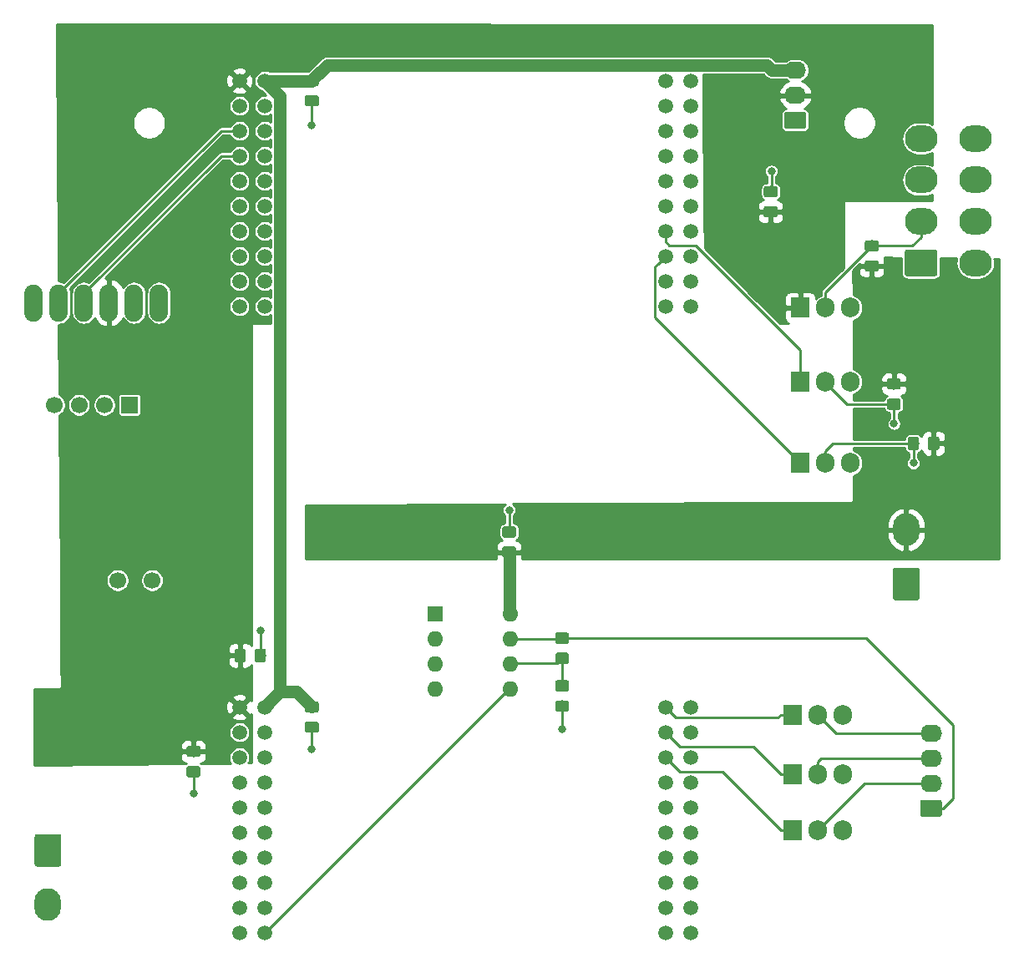
<source format=gbr>
G04 #@! TF.GenerationSoftware,KiCad,Pcbnew,(5.1.4)-1*
G04 #@! TF.CreationDate,2020-01-27T21:00:09-05:00*
G04 #@! TF.ProjectId,PCB_2020,5043425f-3230-4323-902e-6b696361645f,rev?*
G04 #@! TF.SameCoordinates,Original*
G04 #@! TF.FileFunction,Copper,L1,Top*
G04 #@! TF.FilePolarity,Positive*
%FSLAX46Y46*%
G04 Gerber Fmt 4.6, Leading zero omitted, Abs format (unit mm)*
G04 Created by KiCad (PCBNEW (5.1.4)-1) date 2020-01-27 21:00:09*
%MOMM*%
%LPD*%
G04 APERTURE LIST*
%ADD10O,1.905000X2.000000*%
%ADD11R,1.905000X2.000000*%
%ADD12C,1.700000*%
%ADD13R,1.700000X1.700000*%
%ADD14O,2.700000X3.300000*%
%ADD15C,0.100000*%
%ADD16C,2.700000*%
%ADD17O,3.300000X2.700000*%
%ADD18C,1.500000*%
%ADD19R,1.600000X1.600000*%
%ADD20O,1.600000X1.600000*%
%ADD21O,2.200000X1.740000*%
%ADD22C,1.740000*%
%ADD23O,1.879600X3.759200*%
%ADD24C,1.150000*%
%ADD25C,0.800000*%
%ADD26C,1.250000*%
%ADD27C,0.250000*%
%ADD28C,0.254000*%
G04 APERTURE END LIST*
D10*
X181080000Y-73750000D03*
X178540000Y-73750000D03*
D11*
X176000000Y-73750000D03*
D12*
X100380000Y-83590000D03*
X102890000Y-83590000D03*
X105460000Y-83590000D03*
D13*
X108000000Y-83590000D03*
D12*
X106808000Y-101370000D03*
X110308000Y-101370000D03*
D14*
X99750000Y-134250000D03*
D15*
G36*
X100874503Y-127101204D02*
G01*
X100898772Y-127104804D01*
X100922570Y-127110765D01*
X100945670Y-127119030D01*
X100967849Y-127129520D01*
X100988892Y-127142133D01*
X101008598Y-127156748D01*
X101026776Y-127173224D01*
X101043252Y-127191402D01*
X101057867Y-127211108D01*
X101070480Y-127232151D01*
X101080970Y-127254330D01*
X101089235Y-127277430D01*
X101095196Y-127301228D01*
X101098796Y-127325497D01*
X101100000Y-127350001D01*
X101100000Y-130149999D01*
X101098796Y-130174503D01*
X101095196Y-130198772D01*
X101089235Y-130222570D01*
X101080970Y-130245670D01*
X101070480Y-130267849D01*
X101057867Y-130288892D01*
X101043252Y-130308598D01*
X101026776Y-130326776D01*
X101008598Y-130343252D01*
X100988892Y-130357867D01*
X100967849Y-130370480D01*
X100945670Y-130380970D01*
X100922570Y-130389235D01*
X100898772Y-130395196D01*
X100874503Y-130398796D01*
X100849999Y-130400000D01*
X98650001Y-130400000D01*
X98625497Y-130398796D01*
X98601228Y-130395196D01*
X98577430Y-130389235D01*
X98554330Y-130380970D01*
X98532151Y-130370480D01*
X98511108Y-130357867D01*
X98491402Y-130343252D01*
X98473224Y-130326776D01*
X98456748Y-130308598D01*
X98442133Y-130288892D01*
X98429520Y-130267849D01*
X98419030Y-130245670D01*
X98410765Y-130222570D01*
X98404804Y-130198772D01*
X98401204Y-130174503D01*
X98400000Y-130149999D01*
X98400000Y-127350001D01*
X98401204Y-127325497D01*
X98404804Y-127301228D01*
X98410765Y-127277430D01*
X98419030Y-127254330D01*
X98429520Y-127232151D01*
X98442133Y-127211108D01*
X98456748Y-127191402D01*
X98473224Y-127173224D01*
X98491402Y-127156748D01*
X98511108Y-127142133D01*
X98532151Y-127129520D01*
X98554330Y-127119030D01*
X98577430Y-127110765D01*
X98601228Y-127104804D01*
X98625497Y-127101204D01*
X98650001Y-127100000D01*
X100849999Y-127100000D01*
X100874503Y-127101204D01*
X100874503Y-127101204D01*
G37*
D16*
X99750000Y-128750000D03*
D17*
X193750000Y-56600000D03*
X193750000Y-60800000D03*
X193750000Y-65000000D03*
X193750000Y-69200000D03*
X188250000Y-56600000D03*
X188250000Y-60800000D03*
X188250000Y-65000000D03*
D15*
G36*
X189674503Y-67851204D02*
G01*
X189698772Y-67854804D01*
X189722570Y-67860765D01*
X189745670Y-67869030D01*
X189767849Y-67879520D01*
X189788892Y-67892133D01*
X189808598Y-67906748D01*
X189826776Y-67923224D01*
X189843252Y-67941402D01*
X189857867Y-67961108D01*
X189870480Y-67982151D01*
X189880970Y-68004330D01*
X189889235Y-68027430D01*
X189895196Y-68051228D01*
X189898796Y-68075497D01*
X189900000Y-68100001D01*
X189900000Y-70299999D01*
X189898796Y-70324503D01*
X189895196Y-70348772D01*
X189889235Y-70372570D01*
X189880970Y-70395670D01*
X189870480Y-70417849D01*
X189857867Y-70438892D01*
X189843252Y-70458598D01*
X189826776Y-70476776D01*
X189808598Y-70493252D01*
X189788892Y-70507867D01*
X189767849Y-70520480D01*
X189745670Y-70530970D01*
X189722570Y-70539235D01*
X189698772Y-70545196D01*
X189674503Y-70548796D01*
X189649999Y-70550000D01*
X186850001Y-70550000D01*
X186825497Y-70548796D01*
X186801228Y-70545196D01*
X186777430Y-70539235D01*
X186754330Y-70530970D01*
X186732151Y-70520480D01*
X186711108Y-70507867D01*
X186691402Y-70493252D01*
X186673224Y-70476776D01*
X186656748Y-70458598D01*
X186642133Y-70438892D01*
X186629520Y-70417849D01*
X186619030Y-70395670D01*
X186610765Y-70372570D01*
X186604804Y-70348772D01*
X186601204Y-70324503D01*
X186600000Y-70299999D01*
X186600000Y-68100001D01*
X186601204Y-68075497D01*
X186604804Y-68051228D01*
X186610765Y-68027430D01*
X186619030Y-68004330D01*
X186629520Y-67982151D01*
X186642133Y-67961108D01*
X186656748Y-67941402D01*
X186673224Y-67923224D01*
X186691402Y-67906748D01*
X186711108Y-67892133D01*
X186732151Y-67879520D01*
X186754330Y-67869030D01*
X186777430Y-67860765D01*
X186801228Y-67854804D01*
X186825497Y-67851204D01*
X186850001Y-67850000D01*
X189649999Y-67850000D01*
X189674503Y-67851204D01*
X189674503Y-67851204D01*
G37*
D16*
X188250000Y-69200000D03*
D18*
X119155000Y-50741000D03*
X119155000Y-53281000D03*
X119155000Y-55821000D03*
X119155000Y-58361000D03*
X119155000Y-60901000D03*
X119155000Y-63441000D03*
X119155000Y-65981000D03*
X119155000Y-68521000D03*
X119155000Y-71061000D03*
X119155000Y-73601000D03*
X121695000Y-63441000D03*
X121695000Y-65981000D03*
X121695000Y-60901000D03*
X121695000Y-50741000D03*
X121695000Y-73601000D03*
X121695000Y-58361000D03*
X121695000Y-55821000D03*
X121695000Y-53281000D03*
X121695000Y-71061000D03*
X121695000Y-68521000D03*
X162335200Y-73601000D03*
X162335200Y-68521000D03*
X162335200Y-65981000D03*
X162335200Y-71061000D03*
X162335200Y-63441000D03*
X162335200Y-60901000D03*
X162335200Y-58361000D03*
X162335200Y-55821000D03*
X162335200Y-50741000D03*
X162335200Y-53281000D03*
X164875000Y-55821000D03*
X164875000Y-63441000D03*
X164875000Y-60901000D03*
X164875000Y-65981000D03*
X164875000Y-50741000D03*
X164875000Y-71061000D03*
X164875000Y-73601000D03*
X164875000Y-68521000D03*
X164875000Y-58361000D03*
X164875000Y-53281000D03*
X164875000Y-114241000D03*
X164875000Y-116781000D03*
X164875000Y-119321000D03*
X164875000Y-121861000D03*
X164875000Y-132021000D03*
X164875000Y-134561000D03*
X164875000Y-137101000D03*
X164875000Y-129481000D03*
X164875000Y-126941000D03*
X164875000Y-124401000D03*
X162335200Y-119321000D03*
X162335200Y-126941000D03*
X162335200Y-124401000D03*
X162335200Y-129481000D03*
X162335200Y-114241000D03*
X162335200Y-134561000D03*
X162335200Y-137101000D03*
X162335200Y-132021000D03*
X162335200Y-121861000D03*
X162335200Y-116781000D03*
X121695000Y-119321000D03*
X121695000Y-126941000D03*
X121695000Y-129481000D03*
X119155000Y-137101000D03*
X121695000Y-132021000D03*
X121695000Y-134561000D03*
X121695000Y-121861000D03*
X121695000Y-137101000D03*
X119155000Y-132021000D03*
X119155000Y-129481000D03*
X121695000Y-124401000D03*
X119155000Y-134561000D03*
X121695000Y-116781000D03*
X121695000Y-114241000D03*
X119155000Y-126941000D03*
X119155000Y-124401000D03*
X119155000Y-121861000D03*
X119155000Y-119321000D03*
X119155000Y-114241000D03*
X119155000Y-116781000D03*
D14*
X186750000Y-96250000D03*
D15*
G36*
X187874503Y-100101204D02*
G01*
X187898772Y-100104804D01*
X187922570Y-100110765D01*
X187945670Y-100119030D01*
X187967849Y-100129520D01*
X187988892Y-100142133D01*
X188008598Y-100156748D01*
X188026776Y-100173224D01*
X188043252Y-100191402D01*
X188057867Y-100211108D01*
X188070480Y-100232151D01*
X188080970Y-100254330D01*
X188089235Y-100277430D01*
X188095196Y-100301228D01*
X188098796Y-100325497D01*
X188100000Y-100350001D01*
X188100000Y-103149999D01*
X188098796Y-103174503D01*
X188095196Y-103198772D01*
X188089235Y-103222570D01*
X188080970Y-103245670D01*
X188070480Y-103267849D01*
X188057867Y-103288892D01*
X188043252Y-103308598D01*
X188026776Y-103326776D01*
X188008598Y-103343252D01*
X187988892Y-103357867D01*
X187967849Y-103370480D01*
X187945670Y-103380970D01*
X187922570Y-103389235D01*
X187898772Y-103395196D01*
X187874503Y-103398796D01*
X187849999Y-103400000D01*
X185650001Y-103400000D01*
X185625497Y-103398796D01*
X185601228Y-103395196D01*
X185577430Y-103389235D01*
X185554330Y-103380970D01*
X185532151Y-103370480D01*
X185511108Y-103357867D01*
X185491402Y-103343252D01*
X185473224Y-103326776D01*
X185456748Y-103308598D01*
X185442133Y-103288892D01*
X185429520Y-103267849D01*
X185419030Y-103245670D01*
X185410765Y-103222570D01*
X185404804Y-103198772D01*
X185401204Y-103174503D01*
X185400000Y-103149999D01*
X185400000Y-100350001D01*
X185401204Y-100325497D01*
X185404804Y-100301228D01*
X185410765Y-100277430D01*
X185419030Y-100254330D01*
X185429520Y-100232151D01*
X185442133Y-100211108D01*
X185456748Y-100191402D01*
X185473224Y-100173224D01*
X185491402Y-100156748D01*
X185511108Y-100142133D01*
X185532151Y-100129520D01*
X185554330Y-100119030D01*
X185577430Y-100110765D01*
X185601228Y-100104804D01*
X185625497Y-100101204D01*
X185650001Y-100100000D01*
X187849999Y-100100000D01*
X187874503Y-100101204D01*
X187874503Y-100101204D01*
G37*
D16*
X186750000Y-101750000D03*
D11*
X175250000Y-115000000D03*
D10*
X177790000Y-115000000D03*
X180330000Y-115000000D03*
D11*
X175250000Y-121000000D03*
D10*
X177790000Y-121000000D03*
X180330000Y-121000000D03*
D11*
X175250000Y-126750000D03*
D10*
X177790000Y-126750000D03*
X180330000Y-126750000D03*
D11*
X176000000Y-81250000D03*
D10*
X178540000Y-81250000D03*
X181080000Y-81250000D03*
D11*
X176000000Y-89500000D03*
D10*
X178540000Y-89500000D03*
X181080000Y-89500000D03*
D19*
X139000000Y-104750000D03*
D20*
X146620000Y-112370000D03*
X139000000Y-107290000D03*
X146620000Y-109830000D03*
X139000000Y-109830000D03*
X146620000Y-107290000D03*
X139000000Y-112370000D03*
X146620000Y-104750000D03*
D21*
X189250000Y-116880000D03*
X189250000Y-119420000D03*
X189250000Y-121960000D03*
D15*
G36*
X190124505Y-123631204D02*
G01*
X190148773Y-123634804D01*
X190172572Y-123640765D01*
X190195671Y-123649030D01*
X190217850Y-123659520D01*
X190238893Y-123672132D01*
X190258599Y-123686747D01*
X190276777Y-123703223D01*
X190293253Y-123721401D01*
X190307868Y-123741107D01*
X190320480Y-123762150D01*
X190330970Y-123784329D01*
X190339235Y-123807428D01*
X190345196Y-123831227D01*
X190348796Y-123855495D01*
X190350000Y-123879999D01*
X190350000Y-125120001D01*
X190348796Y-125144505D01*
X190345196Y-125168773D01*
X190339235Y-125192572D01*
X190330970Y-125215671D01*
X190320480Y-125237850D01*
X190307868Y-125258893D01*
X190293253Y-125278599D01*
X190276777Y-125296777D01*
X190258599Y-125313253D01*
X190238893Y-125327868D01*
X190217850Y-125340480D01*
X190195671Y-125350970D01*
X190172572Y-125359235D01*
X190148773Y-125365196D01*
X190124505Y-125368796D01*
X190100001Y-125370000D01*
X188399999Y-125370000D01*
X188375495Y-125368796D01*
X188351227Y-125365196D01*
X188327428Y-125359235D01*
X188304329Y-125350970D01*
X188282150Y-125340480D01*
X188261107Y-125327868D01*
X188241401Y-125313253D01*
X188223223Y-125296777D01*
X188206747Y-125278599D01*
X188192132Y-125258893D01*
X188179520Y-125237850D01*
X188169030Y-125215671D01*
X188160765Y-125192572D01*
X188154804Y-125168773D01*
X188151204Y-125144505D01*
X188150000Y-125120001D01*
X188150000Y-123879999D01*
X188151204Y-123855495D01*
X188154804Y-123831227D01*
X188160765Y-123807428D01*
X188169030Y-123784329D01*
X188179520Y-123762150D01*
X188192132Y-123741107D01*
X188206747Y-123721401D01*
X188223223Y-123703223D01*
X188241401Y-123686747D01*
X188261107Y-123672132D01*
X188282150Y-123659520D01*
X188304329Y-123649030D01*
X188327428Y-123640765D01*
X188351227Y-123634804D01*
X188375495Y-123631204D01*
X188399999Y-123630000D01*
X190100001Y-123630000D01*
X190124505Y-123631204D01*
X190124505Y-123631204D01*
G37*
D22*
X189250000Y-124500000D03*
D21*
X175500000Y-49670000D03*
X175500000Y-52210000D03*
D15*
G36*
X176374505Y-53881204D02*
G01*
X176398773Y-53884804D01*
X176422572Y-53890765D01*
X176445671Y-53899030D01*
X176467850Y-53909520D01*
X176488893Y-53922132D01*
X176508599Y-53936747D01*
X176526777Y-53953223D01*
X176543253Y-53971401D01*
X176557868Y-53991107D01*
X176570480Y-54012150D01*
X176580970Y-54034329D01*
X176589235Y-54057428D01*
X176595196Y-54081227D01*
X176598796Y-54105495D01*
X176600000Y-54129999D01*
X176600000Y-55370001D01*
X176598796Y-55394505D01*
X176595196Y-55418773D01*
X176589235Y-55442572D01*
X176580970Y-55465671D01*
X176570480Y-55487850D01*
X176557868Y-55508893D01*
X176543253Y-55528599D01*
X176526777Y-55546777D01*
X176508599Y-55563253D01*
X176488893Y-55577868D01*
X176467850Y-55590480D01*
X176445671Y-55600970D01*
X176422572Y-55609235D01*
X176398773Y-55615196D01*
X176374505Y-55618796D01*
X176350001Y-55620000D01*
X174649999Y-55620000D01*
X174625495Y-55618796D01*
X174601227Y-55615196D01*
X174577428Y-55609235D01*
X174554329Y-55600970D01*
X174532150Y-55590480D01*
X174511107Y-55577868D01*
X174491401Y-55563253D01*
X174473223Y-55546777D01*
X174456747Y-55528599D01*
X174442132Y-55508893D01*
X174429520Y-55487850D01*
X174419030Y-55465671D01*
X174410765Y-55442572D01*
X174404804Y-55418773D01*
X174401204Y-55394505D01*
X174400000Y-55370001D01*
X174400000Y-54129999D01*
X174401204Y-54105495D01*
X174404804Y-54081227D01*
X174410765Y-54057428D01*
X174419030Y-54034329D01*
X174429520Y-54012150D01*
X174442132Y-53991107D01*
X174456747Y-53971401D01*
X174473223Y-53953223D01*
X174491401Y-53936747D01*
X174511107Y-53922132D01*
X174532150Y-53909520D01*
X174554329Y-53899030D01*
X174577428Y-53890765D01*
X174601227Y-53884804D01*
X174625495Y-53881204D01*
X174649999Y-53880000D01*
X176350001Y-53880000D01*
X176374505Y-53881204D01*
X176374505Y-53881204D01*
G37*
D22*
X175500000Y-54750000D03*
D23*
X98300000Y-73250000D03*
X100840000Y-73250000D03*
X103380000Y-73250000D03*
X105920000Y-73250000D03*
X108460000Y-73250000D03*
X111000000Y-73250000D03*
D15*
G36*
X185974505Y-82951204D02*
G01*
X185998773Y-82954804D01*
X186022572Y-82960765D01*
X186045671Y-82969030D01*
X186067850Y-82979520D01*
X186088893Y-82992132D01*
X186108599Y-83006747D01*
X186126777Y-83023223D01*
X186143253Y-83041401D01*
X186157868Y-83061107D01*
X186170480Y-83082150D01*
X186180970Y-83104329D01*
X186189235Y-83127428D01*
X186195196Y-83151227D01*
X186198796Y-83175495D01*
X186200000Y-83199999D01*
X186200000Y-83850001D01*
X186198796Y-83874505D01*
X186195196Y-83898773D01*
X186189235Y-83922572D01*
X186180970Y-83945671D01*
X186170480Y-83967850D01*
X186157868Y-83988893D01*
X186143253Y-84008599D01*
X186126777Y-84026777D01*
X186108599Y-84043253D01*
X186088893Y-84057868D01*
X186067850Y-84070480D01*
X186045671Y-84080970D01*
X186022572Y-84089235D01*
X185998773Y-84095196D01*
X185974505Y-84098796D01*
X185950001Y-84100000D01*
X185049999Y-84100000D01*
X185025495Y-84098796D01*
X185001227Y-84095196D01*
X184977428Y-84089235D01*
X184954329Y-84080970D01*
X184932150Y-84070480D01*
X184911107Y-84057868D01*
X184891401Y-84043253D01*
X184873223Y-84026777D01*
X184856747Y-84008599D01*
X184842132Y-83988893D01*
X184829520Y-83967850D01*
X184819030Y-83945671D01*
X184810765Y-83922572D01*
X184804804Y-83898773D01*
X184801204Y-83874505D01*
X184800000Y-83850001D01*
X184800000Y-83199999D01*
X184801204Y-83175495D01*
X184804804Y-83151227D01*
X184810765Y-83127428D01*
X184819030Y-83104329D01*
X184829520Y-83082150D01*
X184842132Y-83061107D01*
X184856747Y-83041401D01*
X184873223Y-83023223D01*
X184891401Y-83006747D01*
X184911107Y-82992132D01*
X184932150Y-82979520D01*
X184954329Y-82969030D01*
X184977428Y-82960765D01*
X185001227Y-82954804D01*
X185025495Y-82951204D01*
X185049999Y-82950000D01*
X185950001Y-82950000D01*
X185974505Y-82951204D01*
X185974505Y-82951204D01*
G37*
D24*
X185500000Y-83525000D03*
D15*
G36*
X185974505Y-80901204D02*
G01*
X185998773Y-80904804D01*
X186022572Y-80910765D01*
X186045671Y-80919030D01*
X186067850Y-80929520D01*
X186088893Y-80942132D01*
X186108599Y-80956747D01*
X186126777Y-80973223D01*
X186143253Y-80991401D01*
X186157868Y-81011107D01*
X186170480Y-81032150D01*
X186180970Y-81054329D01*
X186189235Y-81077428D01*
X186195196Y-81101227D01*
X186198796Y-81125495D01*
X186200000Y-81149999D01*
X186200000Y-81800001D01*
X186198796Y-81824505D01*
X186195196Y-81848773D01*
X186189235Y-81872572D01*
X186180970Y-81895671D01*
X186170480Y-81917850D01*
X186157868Y-81938893D01*
X186143253Y-81958599D01*
X186126777Y-81976777D01*
X186108599Y-81993253D01*
X186088893Y-82007868D01*
X186067850Y-82020480D01*
X186045671Y-82030970D01*
X186022572Y-82039235D01*
X185998773Y-82045196D01*
X185974505Y-82048796D01*
X185950001Y-82050000D01*
X185049999Y-82050000D01*
X185025495Y-82048796D01*
X185001227Y-82045196D01*
X184977428Y-82039235D01*
X184954329Y-82030970D01*
X184932150Y-82020480D01*
X184911107Y-82007868D01*
X184891401Y-81993253D01*
X184873223Y-81976777D01*
X184856747Y-81958599D01*
X184842132Y-81938893D01*
X184829520Y-81917850D01*
X184819030Y-81895671D01*
X184810765Y-81872572D01*
X184804804Y-81848773D01*
X184801204Y-81824505D01*
X184800000Y-81800001D01*
X184800000Y-81149999D01*
X184801204Y-81125495D01*
X184804804Y-81101227D01*
X184810765Y-81077428D01*
X184819030Y-81054329D01*
X184829520Y-81032150D01*
X184842132Y-81011107D01*
X184856747Y-80991401D01*
X184873223Y-80973223D01*
X184891401Y-80956747D01*
X184911107Y-80942132D01*
X184932150Y-80929520D01*
X184954329Y-80919030D01*
X184977428Y-80910765D01*
X185001227Y-80904804D01*
X185025495Y-80901204D01*
X185049999Y-80900000D01*
X185950001Y-80900000D01*
X185974505Y-80901204D01*
X185974505Y-80901204D01*
G37*
D24*
X185500000Y-81475000D03*
D15*
G36*
X187824505Y-86801204D02*
G01*
X187848773Y-86804804D01*
X187872572Y-86810765D01*
X187895671Y-86819030D01*
X187917850Y-86829520D01*
X187938893Y-86842132D01*
X187958599Y-86856747D01*
X187976777Y-86873223D01*
X187993253Y-86891401D01*
X188007868Y-86911107D01*
X188020480Y-86932150D01*
X188030970Y-86954329D01*
X188039235Y-86977428D01*
X188045196Y-87001227D01*
X188048796Y-87025495D01*
X188050000Y-87049999D01*
X188050000Y-87950001D01*
X188048796Y-87974505D01*
X188045196Y-87998773D01*
X188039235Y-88022572D01*
X188030970Y-88045671D01*
X188020480Y-88067850D01*
X188007868Y-88088893D01*
X187993253Y-88108599D01*
X187976777Y-88126777D01*
X187958599Y-88143253D01*
X187938893Y-88157868D01*
X187917850Y-88170480D01*
X187895671Y-88180970D01*
X187872572Y-88189235D01*
X187848773Y-88195196D01*
X187824505Y-88198796D01*
X187800001Y-88200000D01*
X187149999Y-88200000D01*
X187125495Y-88198796D01*
X187101227Y-88195196D01*
X187077428Y-88189235D01*
X187054329Y-88180970D01*
X187032150Y-88170480D01*
X187011107Y-88157868D01*
X186991401Y-88143253D01*
X186973223Y-88126777D01*
X186956747Y-88108599D01*
X186942132Y-88088893D01*
X186929520Y-88067850D01*
X186919030Y-88045671D01*
X186910765Y-88022572D01*
X186904804Y-87998773D01*
X186901204Y-87974505D01*
X186900000Y-87950001D01*
X186900000Y-87049999D01*
X186901204Y-87025495D01*
X186904804Y-87001227D01*
X186910765Y-86977428D01*
X186919030Y-86954329D01*
X186929520Y-86932150D01*
X186942132Y-86911107D01*
X186956747Y-86891401D01*
X186973223Y-86873223D01*
X186991401Y-86856747D01*
X187011107Y-86842132D01*
X187032150Y-86829520D01*
X187054329Y-86819030D01*
X187077428Y-86810765D01*
X187101227Y-86804804D01*
X187125495Y-86801204D01*
X187149999Y-86800000D01*
X187800001Y-86800000D01*
X187824505Y-86801204D01*
X187824505Y-86801204D01*
G37*
D24*
X187475000Y-87500000D03*
D15*
G36*
X189874505Y-86801204D02*
G01*
X189898773Y-86804804D01*
X189922572Y-86810765D01*
X189945671Y-86819030D01*
X189967850Y-86829520D01*
X189988893Y-86842132D01*
X190008599Y-86856747D01*
X190026777Y-86873223D01*
X190043253Y-86891401D01*
X190057868Y-86911107D01*
X190070480Y-86932150D01*
X190080970Y-86954329D01*
X190089235Y-86977428D01*
X190095196Y-87001227D01*
X190098796Y-87025495D01*
X190100000Y-87049999D01*
X190100000Y-87950001D01*
X190098796Y-87974505D01*
X190095196Y-87998773D01*
X190089235Y-88022572D01*
X190080970Y-88045671D01*
X190070480Y-88067850D01*
X190057868Y-88088893D01*
X190043253Y-88108599D01*
X190026777Y-88126777D01*
X190008599Y-88143253D01*
X189988893Y-88157868D01*
X189967850Y-88170480D01*
X189945671Y-88180970D01*
X189922572Y-88189235D01*
X189898773Y-88195196D01*
X189874505Y-88198796D01*
X189850001Y-88200000D01*
X189199999Y-88200000D01*
X189175495Y-88198796D01*
X189151227Y-88195196D01*
X189127428Y-88189235D01*
X189104329Y-88180970D01*
X189082150Y-88170480D01*
X189061107Y-88157868D01*
X189041401Y-88143253D01*
X189023223Y-88126777D01*
X189006747Y-88108599D01*
X188992132Y-88088893D01*
X188979520Y-88067850D01*
X188969030Y-88045671D01*
X188960765Y-88022572D01*
X188954804Y-87998773D01*
X188951204Y-87974505D01*
X188950000Y-87950001D01*
X188950000Y-87049999D01*
X188951204Y-87025495D01*
X188954804Y-87001227D01*
X188960765Y-86977428D01*
X188969030Y-86954329D01*
X188979520Y-86932150D01*
X188992132Y-86911107D01*
X189006747Y-86891401D01*
X189023223Y-86873223D01*
X189041401Y-86856747D01*
X189061107Y-86842132D01*
X189082150Y-86829520D01*
X189104329Y-86819030D01*
X189127428Y-86810765D01*
X189151227Y-86804804D01*
X189175495Y-86801204D01*
X189199999Y-86800000D01*
X189850001Y-86800000D01*
X189874505Y-86801204D01*
X189874505Y-86801204D01*
G37*
D24*
X189525000Y-87500000D03*
D15*
G36*
X152334505Y-106667204D02*
G01*
X152358773Y-106670804D01*
X152382572Y-106676765D01*
X152405671Y-106685030D01*
X152427850Y-106695520D01*
X152448893Y-106708132D01*
X152468599Y-106722747D01*
X152486777Y-106739223D01*
X152503253Y-106757401D01*
X152517868Y-106777107D01*
X152530480Y-106798150D01*
X152540970Y-106820329D01*
X152549235Y-106843428D01*
X152555196Y-106867227D01*
X152558796Y-106891495D01*
X152560000Y-106915999D01*
X152560000Y-107566001D01*
X152558796Y-107590505D01*
X152555196Y-107614773D01*
X152549235Y-107638572D01*
X152540970Y-107661671D01*
X152530480Y-107683850D01*
X152517868Y-107704893D01*
X152503253Y-107724599D01*
X152486777Y-107742777D01*
X152468599Y-107759253D01*
X152448893Y-107773868D01*
X152427850Y-107786480D01*
X152405671Y-107796970D01*
X152382572Y-107805235D01*
X152358773Y-107811196D01*
X152334505Y-107814796D01*
X152310001Y-107816000D01*
X151409999Y-107816000D01*
X151385495Y-107814796D01*
X151361227Y-107811196D01*
X151337428Y-107805235D01*
X151314329Y-107796970D01*
X151292150Y-107786480D01*
X151271107Y-107773868D01*
X151251401Y-107759253D01*
X151233223Y-107742777D01*
X151216747Y-107724599D01*
X151202132Y-107704893D01*
X151189520Y-107683850D01*
X151179030Y-107661671D01*
X151170765Y-107638572D01*
X151164804Y-107614773D01*
X151161204Y-107590505D01*
X151160000Y-107566001D01*
X151160000Y-106915999D01*
X151161204Y-106891495D01*
X151164804Y-106867227D01*
X151170765Y-106843428D01*
X151179030Y-106820329D01*
X151189520Y-106798150D01*
X151202132Y-106777107D01*
X151216747Y-106757401D01*
X151233223Y-106739223D01*
X151251401Y-106722747D01*
X151271107Y-106708132D01*
X151292150Y-106695520D01*
X151314329Y-106685030D01*
X151337428Y-106676765D01*
X151361227Y-106670804D01*
X151385495Y-106667204D01*
X151409999Y-106666000D01*
X152310001Y-106666000D01*
X152334505Y-106667204D01*
X152334505Y-106667204D01*
G37*
D24*
X151860000Y-107241000D03*
D15*
G36*
X152334505Y-108717204D02*
G01*
X152358773Y-108720804D01*
X152382572Y-108726765D01*
X152405671Y-108735030D01*
X152427850Y-108745520D01*
X152448893Y-108758132D01*
X152468599Y-108772747D01*
X152486777Y-108789223D01*
X152503253Y-108807401D01*
X152517868Y-108827107D01*
X152530480Y-108848150D01*
X152540970Y-108870329D01*
X152549235Y-108893428D01*
X152555196Y-108917227D01*
X152558796Y-108941495D01*
X152560000Y-108965999D01*
X152560000Y-109616001D01*
X152558796Y-109640505D01*
X152555196Y-109664773D01*
X152549235Y-109688572D01*
X152540970Y-109711671D01*
X152530480Y-109733850D01*
X152517868Y-109754893D01*
X152503253Y-109774599D01*
X152486777Y-109792777D01*
X152468599Y-109809253D01*
X152448893Y-109823868D01*
X152427850Y-109836480D01*
X152405671Y-109846970D01*
X152382572Y-109855235D01*
X152358773Y-109861196D01*
X152334505Y-109864796D01*
X152310001Y-109866000D01*
X151409999Y-109866000D01*
X151385495Y-109864796D01*
X151361227Y-109861196D01*
X151337428Y-109855235D01*
X151314329Y-109846970D01*
X151292150Y-109836480D01*
X151271107Y-109823868D01*
X151251401Y-109809253D01*
X151233223Y-109792777D01*
X151216747Y-109774599D01*
X151202132Y-109754893D01*
X151189520Y-109733850D01*
X151179030Y-109711671D01*
X151170765Y-109688572D01*
X151164804Y-109664773D01*
X151161204Y-109640505D01*
X151160000Y-109616001D01*
X151160000Y-108965999D01*
X151161204Y-108941495D01*
X151164804Y-108917227D01*
X151170765Y-108893428D01*
X151179030Y-108870329D01*
X151189520Y-108848150D01*
X151202132Y-108827107D01*
X151216747Y-108807401D01*
X151233223Y-108789223D01*
X151251401Y-108772747D01*
X151271107Y-108758132D01*
X151292150Y-108745520D01*
X151314329Y-108735030D01*
X151337428Y-108726765D01*
X151361227Y-108720804D01*
X151385495Y-108717204D01*
X151409999Y-108716000D01*
X152310001Y-108716000D01*
X152334505Y-108717204D01*
X152334505Y-108717204D01*
G37*
D24*
X151860000Y-109291000D03*
D15*
G36*
X152334505Y-113552204D02*
G01*
X152358773Y-113555804D01*
X152382572Y-113561765D01*
X152405671Y-113570030D01*
X152427850Y-113580520D01*
X152448893Y-113593132D01*
X152468599Y-113607747D01*
X152486777Y-113624223D01*
X152503253Y-113642401D01*
X152517868Y-113662107D01*
X152530480Y-113683150D01*
X152540970Y-113705329D01*
X152549235Y-113728428D01*
X152555196Y-113752227D01*
X152558796Y-113776495D01*
X152560000Y-113800999D01*
X152560000Y-114451001D01*
X152558796Y-114475505D01*
X152555196Y-114499773D01*
X152549235Y-114523572D01*
X152540970Y-114546671D01*
X152530480Y-114568850D01*
X152517868Y-114589893D01*
X152503253Y-114609599D01*
X152486777Y-114627777D01*
X152468599Y-114644253D01*
X152448893Y-114658868D01*
X152427850Y-114671480D01*
X152405671Y-114681970D01*
X152382572Y-114690235D01*
X152358773Y-114696196D01*
X152334505Y-114699796D01*
X152310001Y-114701000D01*
X151409999Y-114701000D01*
X151385495Y-114699796D01*
X151361227Y-114696196D01*
X151337428Y-114690235D01*
X151314329Y-114681970D01*
X151292150Y-114671480D01*
X151271107Y-114658868D01*
X151251401Y-114644253D01*
X151233223Y-114627777D01*
X151216747Y-114609599D01*
X151202132Y-114589893D01*
X151189520Y-114568850D01*
X151179030Y-114546671D01*
X151170765Y-114523572D01*
X151164804Y-114499773D01*
X151161204Y-114475505D01*
X151160000Y-114451001D01*
X151160000Y-113800999D01*
X151161204Y-113776495D01*
X151164804Y-113752227D01*
X151170765Y-113728428D01*
X151179030Y-113705329D01*
X151189520Y-113683150D01*
X151202132Y-113662107D01*
X151216747Y-113642401D01*
X151233223Y-113624223D01*
X151251401Y-113607747D01*
X151271107Y-113593132D01*
X151292150Y-113580520D01*
X151314329Y-113570030D01*
X151337428Y-113561765D01*
X151361227Y-113555804D01*
X151385495Y-113552204D01*
X151409999Y-113551000D01*
X152310001Y-113551000D01*
X152334505Y-113552204D01*
X152334505Y-113552204D01*
G37*
D24*
X151860000Y-114126000D03*
D15*
G36*
X152334505Y-111502204D02*
G01*
X152358773Y-111505804D01*
X152382572Y-111511765D01*
X152405671Y-111520030D01*
X152427850Y-111530520D01*
X152448893Y-111543132D01*
X152468599Y-111557747D01*
X152486777Y-111574223D01*
X152503253Y-111592401D01*
X152517868Y-111612107D01*
X152530480Y-111633150D01*
X152540970Y-111655329D01*
X152549235Y-111678428D01*
X152555196Y-111702227D01*
X152558796Y-111726495D01*
X152560000Y-111750999D01*
X152560000Y-112401001D01*
X152558796Y-112425505D01*
X152555196Y-112449773D01*
X152549235Y-112473572D01*
X152540970Y-112496671D01*
X152530480Y-112518850D01*
X152517868Y-112539893D01*
X152503253Y-112559599D01*
X152486777Y-112577777D01*
X152468599Y-112594253D01*
X152448893Y-112608868D01*
X152427850Y-112621480D01*
X152405671Y-112631970D01*
X152382572Y-112640235D01*
X152358773Y-112646196D01*
X152334505Y-112649796D01*
X152310001Y-112651000D01*
X151409999Y-112651000D01*
X151385495Y-112649796D01*
X151361227Y-112646196D01*
X151337428Y-112640235D01*
X151314329Y-112631970D01*
X151292150Y-112621480D01*
X151271107Y-112608868D01*
X151251401Y-112594253D01*
X151233223Y-112577777D01*
X151216747Y-112559599D01*
X151202132Y-112539893D01*
X151189520Y-112518850D01*
X151179030Y-112496671D01*
X151170765Y-112473572D01*
X151164804Y-112449773D01*
X151161204Y-112425505D01*
X151160000Y-112401001D01*
X151160000Y-111750999D01*
X151161204Y-111726495D01*
X151164804Y-111702227D01*
X151170765Y-111678428D01*
X151179030Y-111655329D01*
X151189520Y-111633150D01*
X151202132Y-111612107D01*
X151216747Y-111592401D01*
X151233223Y-111574223D01*
X151251401Y-111557747D01*
X151271107Y-111543132D01*
X151292150Y-111530520D01*
X151314329Y-111520030D01*
X151337428Y-111511765D01*
X151361227Y-111505804D01*
X151385495Y-111502204D01*
X151409999Y-111501000D01*
X152310001Y-111501000D01*
X152334505Y-111502204D01*
X152334505Y-111502204D01*
G37*
D24*
X151860000Y-112076000D03*
D15*
G36*
X183724505Y-66901204D02*
G01*
X183748773Y-66904804D01*
X183772572Y-66910765D01*
X183795671Y-66919030D01*
X183817850Y-66929520D01*
X183838893Y-66942132D01*
X183858599Y-66956747D01*
X183876777Y-66973223D01*
X183893253Y-66991401D01*
X183907868Y-67011107D01*
X183920480Y-67032150D01*
X183930970Y-67054329D01*
X183939235Y-67077428D01*
X183945196Y-67101227D01*
X183948796Y-67125495D01*
X183950000Y-67149999D01*
X183950000Y-67800001D01*
X183948796Y-67824505D01*
X183945196Y-67848773D01*
X183939235Y-67872572D01*
X183930970Y-67895671D01*
X183920480Y-67917850D01*
X183907868Y-67938893D01*
X183893253Y-67958599D01*
X183876777Y-67976777D01*
X183858599Y-67993253D01*
X183838893Y-68007868D01*
X183817850Y-68020480D01*
X183795671Y-68030970D01*
X183772572Y-68039235D01*
X183748773Y-68045196D01*
X183724505Y-68048796D01*
X183700001Y-68050000D01*
X182799999Y-68050000D01*
X182775495Y-68048796D01*
X182751227Y-68045196D01*
X182727428Y-68039235D01*
X182704329Y-68030970D01*
X182682150Y-68020480D01*
X182661107Y-68007868D01*
X182641401Y-67993253D01*
X182623223Y-67976777D01*
X182606747Y-67958599D01*
X182592132Y-67938893D01*
X182579520Y-67917850D01*
X182569030Y-67895671D01*
X182560765Y-67872572D01*
X182554804Y-67848773D01*
X182551204Y-67824505D01*
X182550000Y-67800001D01*
X182550000Y-67149999D01*
X182551204Y-67125495D01*
X182554804Y-67101227D01*
X182560765Y-67077428D01*
X182569030Y-67054329D01*
X182579520Y-67032150D01*
X182592132Y-67011107D01*
X182606747Y-66991401D01*
X182623223Y-66973223D01*
X182641401Y-66956747D01*
X182661107Y-66942132D01*
X182682150Y-66929520D01*
X182704329Y-66919030D01*
X182727428Y-66910765D01*
X182751227Y-66904804D01*
X182775495Y-66901204D01*
X182799999Y-66900000D01*
X183700001Y-66900000D01*
X183724505Y-66901204D01*
X183724505Y-66901204D01*
G37*
D24*
X183250000Y-67475000D03*
D15*
G36*
X183724505Y-68951204D02*
G01*
X183748773Y-68954804D01*
X183772572Y-68960765D01*
X183795671Y-68969030D01*
X183817850Y-68979520D01*
X183838893Y-68992132D01*
X183858599Y-69006747D01*
X183876777Y-69023223D01*
X183893253Y-69041401D01*
X183907868Y-69061107D01*
X183920480Y-69082150D01*
X183930970Y-69104329D01*
X183939235Y-69127428D01*
X183945196Y-69151227D01*
X183948796Y-69175495D01*
X183950000Y-69199999D01*
X183950000Y-69850001D01*
X183948796Y-69874505D01*
X183945196Y-69898773D01*
X183939235Y-69922572D01*
X183930970Y-69945671D01*
X183920480Y-69967850D01*
X183907868Y-69988893D01*
X183893253Y-70008599D01*
X183876777Y-70026777D01*
X183858599Y-70043253D01*
X183838893Y-70057868D01*
X183817850Y-70070480D01*
X183795671Y-70080970D01*
X183772572Y-70089235D01*
X183748773Y-70095196D01*
X183724505Y-70098796D01*
X183700001Y-70100000D01*
X182799999Y-70100000D01*
X182775495Y-70098796D01*
X182751227Y-70095196D01*
X182727428Y-70089235D01*
X182704329Y-70080970D01*
X182682150Y-70070480D01*
X182661107Y-70057868D01*
X182641401Y-70043253D01*
X182623223Y-70026777D01*
X182606747Y-70008599D01*
X182592132Y-69988893D01*
X182579520Y-69967850D01*
X182569030Y-69945671D01*
X182560765Y-69922572D01*
X182554804Y-69898773D01*
X182551204Y-69874505D01*
X182550000Y-69850001D01*
X182550000Y-69199999D01*
X182551204Y-69175495D01*
X182554804Y-69151227D01*
X182560765Y-69127428D01*
X182569030Y-69104329D01*
X182579520Y-69082150D01*
X182592132Y-69061107D01*
X182606747Y-69041401D01*
X182623223Y-69023223D01*
X182641401Y-69006747D01*
X182661107Y-68992132D01*
X182682150Y-68979520D01*
X182704329Y-68969030D01*
X182727428Y-68960765D01*
X182751227Y-68954804D01*
X182775495Y-68951204D01*
X182799999Y-68950000D01*
X183700001Y-68950000D01*
X183724505Y-68951204D01*
X183724505Y-68951204D01*
G37*
D24*
X183250000Y-69525000D03*
D15*
G36*
X173474505Y-61401204D02*
G01*
X173498773Y-61404804D01*
X173522572Y-61410765D01*
X173545671Y-61419030D01*
X173567850Y-61429520D01*
X173588893Y-61442132D01*
X173608599Y-61456747D01*
X173626777Y-61473223D01*
X173643253Y-61491401D01*
X173657868Y-61511107D01*
X173670480Y-61532150D01*
X173680970Y-61554329D01*
X173689235Y-61577428D01*
X173695196Y-61601227D01*
X173698796Y-61625495D01*
X173700000Y-61649999D01*
X173700000Y-62300001D01*
X173698796Y-62324505D01*
X173695196Y-62348773D01*
X173689235Y-62372572D01*
X173680970Y-62395671D01*
X173670480Y-62417850D01*
X173657868Y-62438893D01*
X173643253Y-62458599D01*
X173626777Y-62476777D01*
X173608599Y-62493253D01*
X173588893Y-62507868D01*
X173567850Y-62520480D01*
X173545671Y-62530970D01*
X173522572Y-62539235D01*
X173498773Y-62545196D01*
X173474505Y-62548796D01*
X173450001Y-62550000D01*
X172549999Y-62550000D01*
X172525495Y-62548796D01*
X172501227Y-62545196D01*
X172477428Y-62539235D01*
X172454329Y-62530970D01*
X172432150Y-62520480D01*
X172411107Y-62507868D01*
X172391401Y-62493253D01*
X172373223Y-62476777D01*
X172356747Y-62458599D01*
X172342132Y-62438893D01*
X172329520Y-62417850D01*
X172319030Y-62395671D01*
X172310765Y-62372572D01*
X172304804Y-62348773D01*
X172301204Y-62324505D01*
X172300000Y-62300001D01*
X172300000Y-61649999D01*
X172301204Y-61625495D01*
X172304804Y-61601227D01*
X172310765Y-61577428D01*
X172319030Y-61554329D01*
X172329520Y-61532150D01*
X172342132Y-61511107D01*
X172356747Y-61491401D01*
X172373223Y-61473223D01*
X172391401Y-61456747D01*
X172411107Y-61442132D01*
X172432150Y-61429520D01*
X172454329Y-61419030D01*
X172477428Y-61410765D01*
X172501227Y-61404804D01*
X172525495Y-61401204D01*
X172549999Y-61400000D01*
X173450001Y-61400000D01*
X173474505Y-61401204D01*
X173474505Y-61401204D01*
G37*
D24*
X173000000Y-61975000D03*
D15*
G36*
X173474505Y-63451204D02*
G01*
X173498773Y-63454804D01*
X173522572Y-63460765D01*
X173545671Y-63469030D01*
X173567850Y-63479520D01*
X173588893Y-63492132D01*
X173608599Y-63506747D01*
X173626777Y-63523223D01*
X173643253Y-63541401D01*
X173657868Y-63561107D01*
X173670480Y-63582150D01*
X173680970Y-63604329D01*
X173689235Y-63627428D01*
X173695196Y-63651227D01*
X173698796Y-63675495D01*
X173700000Y-63699999D01*
X173700000Y-64350001D01*
X173698796Y-64374505D01*
X173695196Y-64398773D01*
X173689235Y-64422572D01*
X173680970Y-64445671D01*
X173670480Y-64467850D01*
X173657868Y-64488893D01*
X173643253Y-64508599D01*
X173626777Y-64526777D01*
X173608599Y-64543253D01*
X173588893Y-64557868D01*
X173567850Y-64570480D01*
X173545671Y-64580970D01*
X173522572Y-64589235D01*
X173498773Y-64595196D01*
X173474505Y-64598796D01*
X173450001Y-64600000D01*
X172549999Y-64600000D01*
X172525495Y-64598796D01*
X172501227Y-64595196D01*
X172477428Y-64589235D01*
X172454329Y-64580970D01*
X172432150Y-64570480D01*
X172411107Y-64557868D01*
X172391401Y-64543253D01*
X172373223Y-64526777D01*
X172356747Y-64508599D01*
X172342132Y-64488893D01*
X172329520Y-64467850D01*
X172319030Y-64445671D01*
X172310765Y-64422572D01*
X172304804Y-64398773D01*
X172301204Y-64374505D01*
X172300000Y-64350001D01*
X172300000Y-63699999D01*
X172301204Y-63675495D01*
X172304804Y-63651227D01*
X172310765Y-63627428D01*
X172319030Y-63604329D01*
X172329520Y-63582150D01*
X172342132Y-63561107D01*
X172356747Y-63541401D01*
X172373223Y-63523223D01*
X172391401Y-63506747D01*
X172411107Y-63492132D01*
X172432150Y-63479520D01*
X172454329Y-63469030D01*
X172477428Y-63460765D01*
X172501227Y-63454804D01*
X172525495Y-63451204D01*
X172549999Y-63450000D01*
X173450001Y-63450000D01*
X173474505Y-63451204D01*
X173474505Y-63451204D01*
G37*
D24*
X173000000Y-64025000D03*
D15*
G36*
X126974505Y-52201204D02*
G01*
X126998773Y-52204804D01*
X127022572Y-52210765D01*
X127045671Y-52219030D01*
X127067850Y-52229520D01*
X127088893Y-52242132D01*
X127108599Y-52256747D01*
X127126777Y-52273223D01*
X127143253Y-52291401D01*
X127157868Y-52311107D01*
X127170480Y-52332150D01*
X127180970Y-52354329D01*
X127189235Y-52377428D01*
X127195196Y-52401227D01*
X127198796Y-52425495D01*
X127200000Y-52449999D01*
X127200000Y-53100001D01*
X127198796Y-53124505D01*
X127195196Y-53148773D01*
X127189235Y-53172572D01*
X127180970Y-53195671D01*
X127170480Y-53217850D01*
X127157868Y-53238893D01*
X127143253Y-53258599D01*
X127126777Y-53276777D01*
X127108599Y-53293253D01*
X127088893Y-53307868D01*
X127067850Y-53320480D01*
X127045671Y-53330970D01*
X127022572Y-53339235D01*
X126998773Y-53345196D01*
X126974505Y-53348796D01*
X126950001Y-53350000D01*
X126049999Y-53350000D01*
X126025495Y-53348796D01*
X126001227Y-53345196D01*
X125977428Y-53339235D01*
X125954329Y-53330970D01*
X125932150Y-53320480D01*
X125911107Y-53307868D01*
X125891401Y-53293253D01*
X125873223Y-53276777D01*
X125856747Y-53258599D01*
X125842132Y-53238893D01*
X125829520Y-53217850D01*
X125819030Y-53195671D01*
X125810765Y-53172572D01*
X125804804Y-53148773D01*
X125801204Y-53124505D01*
X125800000Y-53100001D01*
X125800000Y-52449999D01*
X125801204Y-52425495D01*
X125804804Y-52401227D01*
X125810765Y-52377428D01*
X125819030Y-52354329D01*
X125829520Y-52332150D01*
X125842132Y-52311107D01*
X125856747Y-52291401D01*
X125873223Y-52273223D01*
X125891401Y-52256747D01*
X125911107Y-52242132D01*
X125932150Y-52229520D01*
X125954329Y-52219030D01*
X125977428Y-52210765D01*
X126001227Y-52204804D01*
X126025495Y-52201204D01*
X126049999Y-52200000D01*
X126950001Y-52200000D01*
X126974505Y-52201204D01*
X126974505Y-52201204D01*
G37*
D24*
X126500000Y-52775000D03*
D15*
G36*
X126974505Y-50151204D02*
G01*
X126998773Y-50154804D01*
X127022572Y-50160765D01*
X127045671Y-50169030D01*
X127067850Y-50179520D01*
X127088893Y-50192132D01*
X127108599Y-50206747D01*
X127126777Y-50223223D01*
X127143253Y-50241401D01*
X127157868Y-50261107D01*
X127170480Y-50282150D01*
X127180970Y-50304329D01*
X127189235Y-50327428D01*
X127195196Y-50351227D01*
X127198796Y-50375495D01*
X127200000Y-50399999D01*
X127200000Y-51050001D01*
X127198796Y-51074505D01*
X127195196Y-51098773D01*
X127189235Y-51122572D01*
X127180970Y-51145671D01*
X127170480Y-51167850D01*
X127157868Y-51188893D01*
X127143253Y-51208599D01*
X127126777Y-51226777D01*
X127108599Y-51243253D01*
X127088893Y-51257868D01*
X127067850Y-51270480D01*
X127045671Y-51280970D01*
X127022572Y-51289235D01*
X126998773Y-51295196D01*
X126974505Y-51298796D01*
X126950001Y-51300000D01*
X126049999Y-51300000D01*
X126025495Y-51298796D01*
X126001227Y-51295196D01*
X125977428Y-51289235D01*
X125954329Y-51280970D01*
X125932150Y-51270480D01*
X125911107Y-51257868D01*
X125891401Y-51243253D01*
X125873223Y-51226777D01*
X125856747Y-51208599D01*
X125842132Y-51188893D01*
X125829520Y-51167850D01*
X125819030Y-51145671D01*
X125810765Y-51122572D01*
X125804804Y-51098773D01*
X125801204Y-51074505D01*
X125800000Y-51050001D01*
X125800000Y-50399999D01*
X125801204Y-50375495D01*
X125804804Y-50351227D01*
X125810765Y-50327428D01*
X125819030Y-50304329D01*
X125829520Y-50282150D01*
X125842132Y-50261107D01*
X125856747Y-50241401D01*
X125873223Y-50223223D01*
X125891401Y-50206747D01*
X125911107Y-50192132D01*
X125932150Y-50179520D01*
X125954329Y-50169030D01*
X125977428Y-50160765D01*
X126001227Y-50154804D01*
X126025495Y-50151204D01*
X126049999Y-50150000D01*
X126950001Y-50150000D01*
X126974505Y-50151204D01*
X126974505Y-50151204D01*
G37*
D24*
X126500000Y-50725000D03*
D15*
G36*
X126974505Y-115701204D02*
G01*
X126998773Y-115704804D01*
X127022572Y-115710765D01*
X127045671Y-115719030D01*
X127067850Y-115729520D01*
X127088893Y-115742132D01*
X127108599Y-115756747D01*
X127126777Y-115773223D01*
X127143253Y-115791401D01*
X127157868Y-115811107D01*
X127170480Y-115832150D01*
X127180970Y-115854329D01*
X127189235Y-115877428D01*
X127195196Y-115901227D01*
X127198796Y-115925495D01*
X127200000Y-115949999D01*
X127200000Y-116600001D01*
X127198796Y-116624505D01*
X127195196Y-116648773D01*
X127189235Y-116672572D01*
X127180970Y-116695671D01*
X127170480Y-116717850D01*
X127157868Y-116738893D01*
X127143253Y-116758599D01*
X127126777Y-116776777D01*
X127108599Y-116793253D01*
X127088893Y-116807868D01*
X127067850Y-116820480D01*
X127045671Y-116830970D01*
X127022572Y-116839235D01*
X126998773Y-116845196D01*
X126974505Y-116848796D01*
X126950001Y-116850000D01*
X126049999Y-116850000D01*
X126025495Y-116848796D01*
X126001227Y-116845196D01*
X125977428Y-116839235D01*
X125954329Y-116830970D01*
X125932150Y-116820480D01*
X125911107Y-116807868D01*
X125891401Y-116793253D01*
X125873223Y-116776777D01*
X125856747Y-116758599D01*
X125842132Y-116738893D01*
X125829520Y-116717850D01*
X125819030Y-116695671D01*
X125810765Y-116672572D01*
X125804804Y-116648773D01*
X125801204Y-116624505D01*
X125800000Y-116600001D01*
X125800000Y-115949999D01*
X125801204Y-115925495D01*
X125804804Y-115901227D01*
X125810765Y-115877428D01*
X125819030Y-115854329D01*
X125829520Y-115832150D01*
X125842132Y-115811107D01*
X125856747Y-115791401D01*
X125873223Y-115773223D01*
X125891401Y-115756747D01*
X125911107Y-115742132D01*
X125932150Y-115729520D01*
X125954329Y-115719030D01*
X125977428Y-115710765D01*
X126001227Y-115704804D01*
X126025495Y-115701204D01*
X126049999Y-115700000D01*
X126950001Y-115700000D01*
X126974505Y-115701204D01*
X126974505Y-115701204D01*
G37*
D24*
X126500000Y-116275000D03*
D15*
G36*
X126974505Y-113651204D02*
G01*
X126998773Y-113654804D01*
X127022572Y-113660765D01*
X127045671Y-113669030D01*
X127067850Y-113679520D01*
X127088893Y-113692132D01*
X127108599Y-113706747D01*
X127126777Y-113723223D01*
X127143253Y-113741401D01*
X127157868Y-113761107D01*
X127170480Y-113782150D01*
X127180970Y-113804329D01*
X127189235Y-113827428D01*
X127195196Y-113851227D01*
X127198796Y-113875495D01*
X127200000Y-113899999D01*
X127200000Y-114550001D01*
X127198796Y-114574505D01*
X127195196Y-114598773D01*
X127189235Y-114622572D01*
X127180970Y-114645671D01*
X127170480Y-114667850D01*
X127157868Y-114688893D01*
X127143253Y-114708599D01*
X127126777Y-114726777D01*
X127108599Y-114743253D01*
X127088893Y-114757868D01*
X127067850Y-114770480D01*
X127045671Y-114780970D01*
X127022572Y-114789235D01*
X126998773Y-114795196D01*
X126974505Y-114798796D01*
X126950001Y-114800000D01*
X126049999Y-114800000D01*
X126025495Y-114798796D01*
X126001227Y-114795196D01*
X125977428Y-114789235D01*
X125954329Y-114780970D01*
X125932150Y-114770480D01*
X125911107Y-114757868D01*
X125891401Y-114743253D01*
X125873223Y-114726777D01*
X125856747Y-114708599D01*
X125842132Y-114688893D01*
X125829520Y-114667850D01*
X125819030Y-114645671D01*
X125810765Y-114622572D01*
X125804804Y-114598773D01*
X125801204Y-114574505D01*
X125800000Y-114550001D01*
X125800000Y-113899999D01*
X125801204Y-113875495D01*
X125804804Y-113851227D01*
X125810765Y-113827428D01*
X125819030Y-113804329D01*
X125829520Y-113782150D01*
X125842132Y-113761107D01*
X125856747Y-113741401D01*
X125873223Y-113723223D01*
X125891401Y-113706747D01*
X125911107Y-113692132D01*
X125932150Y-113679520D01*
X125954329Y-113669030D01*
X125977428Y-113660765D01*
X126001227Y-113654804D01*
X126025495Y-113651204D01*
X126049999Y-113650000D01*
X126950001Y-113650000D01*
X126974505Y-113651204D01*
X126974505Y-113651204D01*
G37*
D24*
X126500000Y-114225000D03*
D15*
G36*
X121624505Y-108301204D02*
G01*
X121648773Y-108304804D01*
X121672572Y-108310765D01*
X121695671Y-108319030D01*
X121717850Y-108329520D01*
X121738893Y-108342132D01*
X121758599Y-108356747D01*
X121776777Y-108373223D01*
X121793253Y-108391401D01*
X121807868Y-108411107D01*
X121820480Y-108432150D01*
X121830970Y-108454329D01*
X121839235Y-108477428D01*
X121845196Y-108501227D01*
X121848796Y-108525495D01*
X121850000Y-108549999D01*
X121850000Y-109450001D01*
X121848796Y-109474505D01*
X121845196Y-109498773D01*
X121839235Y-109522572D01*
X121830970Y-109545671D01*
X121820480Y-109567850D01*
X121807868Y-109588893D01*
X121793253Y-109608599D01*
X121776777Y-109626777D01*
X121758599Y-109643253D01*
X121738893Y-109657868D01*
X121717850Y-109670480D01*
X121695671Y-109680970D01*
X121672572Y-109689235D01*
X121648773Y-109695196D01*
X121624505Y-109698796D01*
X121600001Y-109700000D01*
X120949999Y-109700000D01*
X120925495Y-109698796D01*
X120901227Y-109695196D01*
X120877428Y-109689235D01*
X120854329Y-109680970D01*
X120832150Y-109670480D01*
X120811107Y-109657868D01*
X120791401Y-109643253D01*
X120773223Y-109626777D01*
X120756747Y-109608599D01*
X120742132Y-109588893D01*
X120729520Y-109567850D01*
X120719030Y-109545671D01*
X120710765Y-109522572D01*
X120704804Y-109498773D01*
X120701204Y-109474505D01*
X120700000Y-109450001D01*
X120700000Y-108549999D01*
X120701204Y-108525495D01*
X120704804Y-108501227D01*
X120710765Y-108477428D01*
X120719030Y-108454329D01*
X120729520Y-108432150D01*
X120742132Y-108411107D01*
X120756747Y-108391401D01*
X120773223Y-108373223D01*
X120791401Y-108356747D01*
X120811107Y-108342132D01*
X120832150Y-108329520D01*
X120854329Y-108319030D01*
X120877428Y-108310765D01*
X120901227Y-108304804D01*
X120925495Y-108301204D01*
X120949999Y-108300000D01*
X121600001Y-108300000D01*
X121624505Y-108301204D01*
X121624505Y-108301204D01*
G37*
D24*
X121275000Y-109000000D03*
D15*
G36*
X119574505Y-108301204D02*
G01*
X119598773Y-108304804D01*
X119622572Y-108310765D01*
X119645671Y-108319030D01*
X119667850Y-108329520D01*
X119688893Y-108342132D01*
X119708599Y-108356747D01*
X119726777Y-108373223D01*
X119743253Y-108391401D01*
X119757868Y-108411107D01*
X119770480Y-108432150D01*
X119780970Y-108454329D01*
X119789235Y-108477428D01*
X119795196Y-108501227D01*
X119798796Y-108525495D01*
X119800000Y-108549999D01*
X119800000Y-109450001D01*
X119798796Y-109474505D01*
X119795196Y-109498773D01*
X119789235Y-109522572D01*
X119780970Y-109545671D01*
X119770480Y-109567850D01*
X119757868Y-109588893D01*
X119743253Y-109608599D01*
X119726777Y-109626777D01*
X119708599Y-109643253D01*
X119688893Y-109657868D01*
X119667850Y-109670480D01*
X119645671Y-109680970D01*
X119622572Y-109689235D01*
X119598773Y-109695196D01*
X119574505Y-109698796D01*
X119550001Y-109700000D01*
X118899999Y-109700000D01*
X118875495Y-109698796D01*
X118851227Y-109695196D01*
X118827428Y-109689235D01*
X118804329Y-109680970D01*
X118782150Y-109670480D01*
X118761107Y-109657868D01*
X118741401Y-109643253D01*
X118723223Y-109626777D01*
X118706747Y-109608599D01*
X118692132Y-109588893D01*
X118679520Y-109567850D01*
X118669030Y-109545671D01*
X118660765Y-109522572D01*
X118654804Y-109498773D01*
X118651204Y-109474505D01*
X118650000Y-109450001D01*
X118650000Y-108549999D01*
X118651204Y-108525495D01*
X118654804Y-108501227D01*
X118660765Y-108477428D01*
X118669030Y-108454329D01*
X118679520Y-108432150D01*
X118692132Y-108411107D01*
X118706747Y-108391401D01*
X118723223Y-108373223D01*
X118741401Y-108356747D01*
X118761107Y-108342132D01*
X118782150Y-108329520D01*
X118804329Y-108319030D01*
X118827428Y-108310765D01*
X118851227Y-108304804D01*
X118875495Y-108301204D01*
X118899999Y-108300000D01*
X119550001Y-108300000D01*
X119574505Y-108301204D01*
X119574505Y-108301204D01*
G37*
D24*
X119225000Y-109000000D03*
D15*
G36*
X114974505Y-120201204D02*
G01*
X114998773Y-120204804D01*
X115022572Y-120210765D01*
X115045671Y-120219030D01*
X115067850Y-120229520D01*
X115088893Y-120242132D01*
X115108599Y-120256747D01*
X115126777Y-120273223D01*
X115143253Y-120291401D01*
X115157868Y-120311107D01*
X115170480Y-120332150D01*
X115180970Y-120354329D01*
X115189235Y-120377428D01*
X115195196Y-120401227D01*
X115198796Y-120425495D01*
X115200000Y-120449999D01*
X115200000Y-121100001D01*
X115198796Y-121124505D01*
X115195196Y-121148773D01*
X115189235Y-121172572D01*
X115180970Y-121195671D01*
X115170480Y-121217850D01*
X115157868Y-121238893D01*
X115143253Y-121258599D01*
X115126777Y-121276777D01*
X115108599Y-121293253D01*
X115088893Y-121307868D01*
X115067850Y-121320480D01*
X115045671Y-121330970D01*
X115022572Y-121339235D01*
X114998773Y-121345196D01*
X114974505Y-121348796D01*
X114950001Y-121350000D01*
X114049999Y-121350000D01*
X114025495Y-121348796D01*
X114001227Y-121345196D01*
X113977428Y-121339235D01*
X113954329Y-121330970D01*
X113932150Y-121320480D01*
X113911107Y-121307868D01*
X113891401Y-121293253D01*
X113873223Y-121276777D01*
X113856747Y-121258599D01*
X113842132Y-121238893D01*
X113829520Y-121217850D01*
X113819030Y-121195671D01*
X113810765Y-121172572D01*
X113804804Y-121148773D01*
X113801204Y-121124505D01*
X113800000Y-121100001D01*
X113800000Y-120449999D01*
X113801204Y-120425495D01*
X113804804Y-120401227D01*
X113810765Y-120377428D01*
X113819030Y-120354329D01*
X113829520Y-120332150D01*
X113842132Y-120311107D01*
X113856747Y-120291401D01*
X113873223Y-120273223D01*
X113891401Y-120256747D01*
X113911107Y-120242132D01*
X113932150Y-120229520D01*
X113954329Y-120219030D01*
X113977428Y-120210765D01*
X114001227Y-120204804D01*
X114025495Y-120201204D01*
X114049999Y-120200000D01*
X114950001Y-120200000D01*
X114974505Y-120201204D01*
X114974505Y-120201204D01*
G37*
D24*
X114500000Y-120775000D03*
D15*
G36*
X114974505Y-118151204D02*
G01*
X114998773Y-118154804D01*
X115022572Y-118160765D01*
X115045671Y-118169030D01*
X115067850Y-118179520D01*
X115088893Y-118192132D01*
X115108599Y-118206747D01*
X115126777Y-118223223D01*
X115143253Y-118241401D01*
X115157868Y-118261107D01*
X115170480Y-118282150D01*
X115180970Y-118304329D01*
X115189235Y-118327428D01*
X115195196Y-118351227D01*
X115198796Y-118375495D01*
X115200000Y-118399999D01*
X115200000Y-119050001D01*
X115198796Y-119074505D01*
X115195196Y-119098773D01*
X115189235Y-119122572D01*
X115180970Y-119145671D01*
X115170480Y-119167850D01*
X115157868Y-119188893D01*
X115143253Y-119208599D01*
X115126777Y-119226777D01*
X115108599Y-119243253D01*
X115088893Y-119257868D01*
X115067850Y-119270480D01*
X115045671Y-119280970D01*
X115022572Y-119289235D01*
X114998773Y-119295196D01*
X114974505Y-119298796D01*
X114950001Y-119300000D01*
X114049999Y-119300000D01*
X114025495Y-119298796D01*
X114001227Y-119295196D01*
X113977428Y-119289235D01*
X113954329Y-119280970D01*
X113932150Y-119270480D01*
X113911107Y-119257868D01*
X113891401Y-119243253D01*
X113873223Y-119226777D01*
X113856747Y-119208599D01*
X113842132Y-119188893D01*
X113829520Y-119167850D01*
X113819030Y-119145671D01*
X113810765Y-119122572D01*
X113804804Y-119098773D01*
X113801204Y-119074505D01*
X113800000Y-119050001D01*
X113800000Y-118399999D01*
X113801204Y-118375495D01*
X113804804Y-118351227D01*
X113810765Y-118327428D01*
X113819030Y-118304329D01*
X113829520Y-118282150D01*
X113842132Y-118261107D01*
X113856747Y-118241401D01*
X113873223Y-118223223D01*
X113891401Y-118206747D01*
X113911107Y-118192132D01*
X113932150Y-118179520D01*
X113954329Y-118169030D01*
X113977428Y-118160765D01*
X114001227Y-118154804D01*
X114025495Y-118151204D01*
X114049999Y-118150000D01*
X114950001Y-118150000D01*
X114974505Y-118151204D01*
X114974505Y-118151204D01*
G37*
D24*
X114500000Y-118725000D03*
D15*
G36*
X146974505Y-95901204D02*
G01*
X146998773Y-95904804D01*
X147022572Y-95910765D01*
X147045671Y-95919030D01*
X147067850Y-95929520D01*
X147088893Y-95942132D01*
X147108599Y-95956747D01*
X147126777Y-95973223D01*
X147143253Y-95991401D01*
X147157868Y-96011107D01*
X147170480Y-96032150D01*
X147180970Y-96054329D01*
X147189235Y-96077428D01*
X147195196Y-96101227D01*
X147198796Y-96125495D01*
X147200000Y-96149999D01*
X147200000Y-96800001D01*
X147198796Y-96824505D01*
X147195196Y-96848773D01*
X147189235Y-96872572D01*
X147180970Y-96895671D01*
X147170480Y-96917850D01*
X147157868Y-96938893D01*
X147143253Y-96958599D01*
X147126777Y-96976777D01*
X147108599Y-96993253D01*
X147088893Y-97007868D01*
X147067850Y-97020480D01*
X147045671Y-97030970D01*
X147022572Y-97039235D01*
X146998773Y-97045196D01*
X146974505Y-97048796D01*
X146950001Y-97050000D01*
X146049999Y-97050000D01*
X146025495Y-97048796D01*
X146001227Y-97045196D01*
X145977428Y-97039235D01*
X145954329Y-97030970D01*
X145932150Y-97020480D01*
X145911107Y-97007868D01*
X145891401Y-96993253D01*
X145873223Y-96976777D01*
X145856747Y-96958599D01*
X145842132Y-96938893D01*
X145829520Y-96917850D01*
X145819030Y-96895671D01*
X145810765Y-96872572D01*
X145804804Y-96848773D01*
X145801204Y-96824505D01*
X145800000Y-96800001D01*
X145800000Y-96149999D01*
X145801204Y-96125495D01*
X145804804Y-96101227D01*
X145810765Y-96077428D01*
X145819030Y-96054329D01*
X145829520Y-96032150D01*
X145842132Y-96011107D01*
X145856747Y-95991401D01*
X145873223Y-95973223D01*
X145891401Y-95956747D01*
X145911107Y-95942132D01*
X145932150Y-95929520D01*
X145954329Y-95919030D01*
X145977428Y-95910765D01*
X146001227Y-95904804D01*
X146025495Y-95901204D01*
X146049999Y-95900000D01*
X146950001Y-95900000D01*
X146974505Y-95901204D01*
X146974505Y-95901204D01*
G37*
D24*
X146500000Y-96475000D03*
D15*
G36*
X146974505Y-97951204D02*
G01*
X146998773Y-97954804D01*
X147022572Y-97960765D01*
X147045671Y-97969030D01*
X147067850Y-97979520D01*
X147088893Y-97992132D01*
X147108599Y-98006747D01*
X147126777Y-98023223D01*
X147143253Y-98041401D01*
X147157868Y-98061107D01*
X147170480Y-98082150D01*
X147180970Y-98104329D01*
X147189235Y-98127428D01*
X147195196Y-98151227D01*
X147198796Y-98175495D01*
X147200000Y-98199999D01*
X147200000Y-98850001D01*
X147198796Y-98874505D01*
X147195196Y-98898773D01*
X147189235Y-98922572D01*
X147180970Y-98945671D01*
X147170480Y-98967850D01*
X147157868Y-98988893D01*
X147143253Y-99008599D01*
X147126777Y-99026777D01*
X147108599Y-99043253D01*
X147088893Y-99057868D01*
X147067850Y-99070480D01*
X147045671Y-99080970D01*
X147022572Y-99089235D01*
X146998773Y-99095196D01*
X146974505Y-99098796D01*
X146950001Y-99100000D01*
X146049999Y-99100000D01*
X146025495Y-99098796D01*
X146001227Y-99095196D01*
X145977428Y-99089235D01*
X145954329Y-99080970D01*
X145932150Y-99070480D01*
X145911107Y-99057868D01*
X145891401Y-99043253D01*
X145873223Y-99026777D01*
X145856747Y-99008599D01*
X145842132Y-98988893D01*
X145829520Y-98967850D01*
X145819030Y-98945671D01*
X145810765Y-98922572D01*
X145804804Y-98898773D01*
X145801204Y-98874505D01*
X145800000Y-98850001D01*
X145800000Y-98199999D01*
X145801204Y-98175495D01*
X145804804Y-98151227D01*
X145810765Y-98127428D01*
X145819030Y-98104329D01*
X145829520Y-98082150D01*
X145842132Y-98061107D01*
X145856747Y-98041401D01*
X145873223Y-98023223D01*
X145891401Y-98006747D01*
X145911107Y-97992132D01*
X145932150Y-97979520D01*
X145954329Y-97969030D01*
X145977428Y-97960765D01*
X146001227Y-97954804D01*
X146025495Y-97951204D01*
X146049999Y-97950000D01*
X146950001Y-97950000D01*
X146974505Y-97951204D01*
X146974505Y-97951204D01*
G37*
D24*
X146500000Y-98525000D03*
D25*
X151860000Y-116500000D03*
X146500000Y-94250000D03*
X126500000Y-118500000D03*
X114500000Y-123000000D03*
X126500000Y-55250000D03*
X121275000Y-106500000D03*
X127000000Y-98500000D03*
X173092501Y-59907499D03*
X185500000Y-85500000D03*
X188250000Y-56600000D03*
X187475000Y-89500000D03*
D26*
X122444999Y-113491001D02*
X121695000Y-114241000D01*
X123270001Y-112665999D02*
X122444999Y-113491001D01*
X123270001Y-52316001D02*
X123270001Y-112665999D01*
X121695000Y-50741000D02*
X123270001Y-52316001D01*
X126484000Y-50741000D02*
X126500000Y-50725000D01*
X121695000Y-50741000D02*
X126484000Y-50741000D01*
X124940999Y-112665999D02*
X126500000Y-114225000D01*
X123270001Y-112665999D02*
X124940999Y-112665999D01*
X173150000Y-49670000D02*
X175500000Y-49670000D01*
X172645999Y-49165999D02*
X173150000Y-49670000D01*
X128059001Y-49165999D02*
X172645999Y-49165999D01*
X126500000Y-50725000D02*
X128059001Y-49165999D01*
D27*
X151860000Y-114126000D02*
X151860000Y-116500000D01*
X126500000Y-116275000D02*
X126500000Y-118500000D01*
X114500000Y-120775000D02*
X114500000Y-123000000D01*
X121275000Y-106500000D02*
X121275000Y-109000000D01*
X126500000Y-52775000D02*
X126500000Y-55250000D01*
X146500000Y-94250000D02*
X146500000Y-96475000D01*
X121755000Y-137101000D02*
X121695000Y-137101000D01*
X146526000Y-112330000D02*
X121755000Y-137101000D01*
X174047500Y-126750000D02*
X175250000Y-126750000D01*
X168083499Y-120785999D02*
X174047500Y-126750000D01*
X163800199Y-120785999D02*
X168083499Y-120785999D01*
X162335200Y-119321000D02*
X163800199Y-120785999D01*
X174047500Y-115000000D02*
X175250000Y-115000000D01*
X173731499Y-115316001D02*
X174047500Y-115000000D01*
X163410201Y-115316001D02*
X173731499Y-115316001D01*
X162335200Y-114241000D02*
X163410201Y-115316001D01*
D26*
X146500000Y-104684000D02*
X146526000Y-104710000D01*
X146500000Y-98525000D02*
X146500000Y-104684000D01*
D27*
X173092501Y-61882499D02*
X173000000Y-61975000D01*
X173092501Y-59907499D02*
X173092501Y-61882499D01*
X100840000Y-72310200D02*
X100840000Y-73250000D01*
X117329200Y-55821000D02*
X100840000Y-72310200D01*
X119155000Y-55821000D02*
X117329200Y-55821000D01*
X118094340Y-58361000D02*
X119155000Y-58361000D01*
X117329200Y-58361000D02*
X118094340Y-58361000D01*
X103380000Y-72310200D02*
X117329200Y-58361000D01*
X103380000Y-73250000D02*
X103380000Y-72310200D01*
X176000000Y-80000000D02*
X176000000Y-81250000D01*
X176000000Y-78054998D02*
X176000000Y-80000000D01*
X165391001Y-67445999D02*
X176000000Y-78054998D01*
X162739539Y-67445999D02*
X165391001Y-67445999D01*
X162335200Y-67041660D02*
X162739539Y-67445999D01*
X162335200Y-65981000D02*
X162335200Y-67041660D01*
X174047500Y-121000000D02*
X175250000Y-121000000D01*
X171293499Y-118245999D02*
X174047500Y-121000000D01*
X163800199Y-118245999D02*
X171293499Y-118245999D01*
X162335200Y-116781000D02*
X163800199Y-118245999D01*
X161260199Y-74712699D02*
X161260199Y-69596001D01*
X176000000Y-89452500D02*
X161260199Y-74712699D01*
X176000000Y-89500000D02*
X176000000Y-89452500D01*
X161260199Y-69596001D02*
X161585201Y-69270999D01*
X161585201Y-69270999D02*
X162335200Y-68521000D01*
X151811000Y-107290000D02*
X151860000Y-107241000D01*
X146620000Y-107290000D02*
X151811000Y-107290000D01*
X190450000Y-124500000D02*
X189250000Y-124500000D01*
X191475010Y-123474990D02*
X190450000Y-124500000D01*
X191475010Y-116053640D02*
X191475010Y-123474990D01*
X182662370Y-107241000D02*
X191475010Y-116053640D01*
X151860000Y-107241000D02*
X182662370Y-107241000D01*
X184700000Y-83525000D02*
X185500000Y-83525000D01*
X180767500Y-83525000D02*
X184700000Y-83525000D01*
X178540000Y-81297500D02*
X180767500Y-83525000D01*
X178540000Y-81250000D02*
X178540000Y-81297500D01*
X185500000Y-83525000D02*
X185500000Y-85500000D01*
X179290000Y-87500000D02*
X187475000Y-87500000D01*
X186800000Y-87500000D02*
X187475000Y-87500000D01*
X178540000Y-89500000D02*
X178540000Y-88250000D01*
X178540000Y-88250000D02*
X179290000Y-87500000D01*
X187475000Y-87500000D02*
X187475000Y-89500000D01*
X178540000Y-72185000D02*
X183250000Y-67475000D01*
X178540000Y-73750000D02*
X178540000Y-72185000D01*
X188250000Y-66600000D02*
X188250000Y-65000000D01*
X187375000Y-67475000D02*
X188250000Y-66600000D01*
X183250000Y-67475000D02*
X187375000Y-67475000D01*
X187900000Y-116880000D02*
X189250000Y-116880000D01*
X179622500Y-116880000D02*
X187900000Y-116880000D01*
X177790000Y-115047500D02*
X179622500Y-116880000D01*
X177790000Y-115000000D02*
X177790000Y-115047500D01*
X187900000Y-119420000D02*
X189250000Y-119420000D01*
X178120000Y-119420000D02*
X187900000Y-119420000D01*
X177790000Y-119750000D02*
X178120000Y-119420000D01*
X177790000Y-121000000D02*
X177790000Y-119750000D01*
X187900000Y-121960000D02*
X189250000Y-121960000D01*
X182532500Y-121960000D02*
X187900000Y-121960000D01*
X177790000Y-126702500D02*
X182532500Y-121960000D01*
X177790000Y-126750000D02*
X177790000Y-126702500D01*
X151361000Y-109790000D02*
X151860000Y-109291000D01*
X146526000Y-109790000D02*
X151361000Y-109790000D01*
X151860000Y-109966000D02*
X151860000Y-112076000D01*
X151860000Y-109291000D02*
X151860000Y-109966000D01*
D28*
G36*
X186271418Y-68686039D02*
G01*
X186271418Y-70299999D01*
X186282535Y-70412875D01*
X186315460Y-70521413D01*
X186368927Y-70621442D01*
X186440881Y-70709119D01*
X186528558Y-70781073D01*
X186628587Y-70834540D01*
X186737125Y-70867465D01*
X186850001Y-70878582D01*
X189649999Y-70878582D01*
X189762875Y-70867465D01*
X189871413Y-70834540D01*
X189971442Y-70781073D01*
X190059119Y-70709119D01*
X190131073Y-70621442D01*
X190184540Y-70521413D01*
X190217465Y-70412875D01*
X190228582Y-70299999D01*
X190228582Y-68719801D01*
X191839039Y-68733542D01*
X191797265Y-68871251D01*
X191764886Y-69200000D01*
X191797265Y-69528749D01*
X191893158Y-69844865D01*
X192048879Y-70136199D01*
X192258444Y-70391556D01*
X192513801Y-70601121D01*
X192805135Y-70756842D01*
X193121251Y-70852735D01*
X193367617Y-70877000D01*
X194132383Y-70877000D01*
X194378749Y-70852735D01*
X194694865Y-70756842D01*
X194986199Y-70601121D01*
X195241556Y-70391556D01*
X195451121Y-70136199D01*
X195606842Y-69844865D01*
X195702735Y-69528749D01*
X195735114Y-69200000D01*
X195702735Y-68871251D01*
X195670879Y-68766235D01*
X196112581Y-68770004D01*
X196133418Y-99228918D01*
X147824506Y-99228789D01*
X147825812Y-99224482D01*
X147838072Y-99100000D01*
X147835000Y-98810750D01*
X147676250Y-98652000D01*
X146627000Y-98652000D01*
X146627000Y-98672000D01*
X146373000Y-98672000D01*
X146373000Y-98652000D01*
X145323750Y-98652000D01*
X145165000Y-98810750D01*
X145161928Y-99100000D01*
X145174188Y-99224482D01*
X145175492Y-99228782D01*
X125847794Y-99228730D01*
X125867453Y-93751438D01*
X146082688Y-93654483D01*
X146036564Y-93685302D01*
X145935302Y-93786564D01*
X145855741Y-93905636D01*
X145800938Y-94037942D01*
X145773000Y-94178397D01*
X145773000Y-94321603D01*
X145800938Y-94462058D01*
X145855741Y-94594364D01*
X145935302Y-94713436D01*
X146036564Y-94814698D01*
X146048000Y-94822339D01*
X146048001Y-95571615D01*
X145937123Y-95582535D01*
X145828586Y-95615460D01*
X145728557Y-95668926D01*
X145640880Y-95740880D01*
X145568926Y-95828557D01*
X145515460Y-95928586D01*
X145482535Y-96037123D01*
X145471418Y-96149999D01*
X145471418Y-96800001D01*
X145482535Y-96912877D01*
X145515460Y-97021414D01*
X145568926Y-97121443D01*
X145640880Y-97209120D01*
X145728557Y-97281074D01*
X145788416Y-97313069D01*
X145675518Y-97324188D01*
X145555820Y-97360498D01*
X145445506Y-97419463D01*
X145348815Y-97498815D01*
X145269463Y-97595506D01*
X145210498Y-97705820D01*
X145174188Y-97825518D01*
X145161928Y-97950000D01*
X145165000Y-98239250D01*
X145323750Y-98398000D01*
X146373000Y-98398000D01*
X146373000Y-98378000D01*
X146627000Y-98378000D01*
X146627000Y-98398000D01*
X147676250Y-98398000D01*
X147835000Y-98239250D01*
X147838072Y-97950000D01*
X147825812Y-97825518D01*
X147789502Y-97705820D01*
X147730537Y-97595506D01*
X147651185Y-97498815D01*
X147554494Y-97419463D01*
X147444180Y-97360498D01*
X147324482Y-97324188D01*
X147211584Y-97313069D01*
X147271443Y-97281074D01*
X147359120Y-97209120D01*
X147431074Y-97121443D01*
X147484540Y-97021414D01*
X147517465Y-96912877D01*
X147528582Y-96800001D01*
X147528582Y-96377000D01*
X184765000Y-96377000D01*
X184765000Y-96677000D01*
X184827918Y-97061814D01*
X184964700Y-97426959D01*
X185170090Y-97758403D01*
X185436195Y-98043409D01*
X185752789Y-98271024D01*
X186107705Y-98432501D01*
X186314677Y-98486677D01*
X186623000Y-98371829D01*
X186623000Y-96377000D01*
X186877000Y-96377000D01*
X186877000Y-98371829D01*
X187185323Y-98486677D01*
X187392295Y-98432501D01*
X187747211Y-98271024D01*
X188063805Y-98043409D01*
X188329910Y-97758403D01*
X188535300Y-97426959D01*
X188672082Y-97061814D01*
X188735000Y-96677000D01*
X188735000Y-96377000D01*
X186877000Y-96377000D01*
X186623000Y-96377000D01*
X184765000Y-96377000D01*
X147528582Y-96377000D01*
X147528582Y-96149999D01*
X147517465Y-96037123D01*
X147484540Y-95928586D01*
X147431074Y-95828557D01*
X147426514Y-95823000D01*
X184765000Y-95823000D01*
X184765000Y-96123000D01*
X186623000Y-96123000D01*
X186623000Y-94128171D01*
X186877000Y-94128171D01*
X186877000Y-96123000D01*
X188735000Y-96123000D01*
X188735000Y-95823000D01*
X188672082Y-95438186D01*
X188535300Y-95073041D01*
X188329910Y-94741597D01*
X188063805Y-94456591D01*
X187747211Y-94228976D01*
X187392295Y-94067499D01*
X187185323Y-94013323D01*
X186877000Y-94128171D01*
X186623000Y-94128171D01*
X186314677Y-94013323D01*
X186107705Y-94067499D01*
X185752789Y-94228976D01*
X185436195Y-94456591D01*
X185170090Y-94741597D01*
X184964700Y-95073041D01*
X184827918Y-95438186D01*
X184765000Y-95823000D01*
X147426514Y-95823000D01*
X147359120Y-95740880D01*
X147271443Y-95668926D01*
X147171414Y-95615460D01*
X147062877Y-95582535D01*
X146952000Y-95571615D01*
X146952000Y-94822339D01*
X146963436Y-94814698D01*
X147064698Y-94713436D01*
X147144259Y-94594364D01*
X147199062Y-94462058D01*
X147227000Y-94321603D01*
X147227000Y-94178397D01*
X147199062Y-94037942D01*
X147144259Y-93905636D01*
X147064698Y-93786564D01*
X146963436Y-93685302D01*
X146911364Y-93650509D01*
X181254320Y-93485796D01*
X181279085Y-93483236D01*
X181302874Y-93475895D01*
X181324774Y-93464054D01*
X181343943Y-93448168D01*
X181359645Y-93428847D01*
X181371275Y-93406835D01*
X181378388Y-93382976D01*
X181380711Y-93358759D01*
X181379945Y-90793586D01*
X181572012Y-90735323D01*
X181794291Y-90616512D01*
X181989120Y-90456620D01*
X182149012Y-90261790D01*
X182267823Y-90039511D01*
X182340986Y-89798325D01*
X182359500Y-89610348D01*
X182359500Y-89389651D01*
X182340986Y-89201674D01*
X182267823Y-88960488D01*
X182149012Y-88738209D01*
X181989120Y-88543380D01*
X181794290Y-88383488D01*
X181572011Y-88264677D01*
X181379172Y-88206180D01*
X181379096Y-87952000D01*
X186571615Y-87952000D01*
X186582535Y-88062877D01*
X186615460Y-88171414D01*
X186668926Y-88271443D01*
X186740880Y-88359120D01*
X186828557Y-88431074D01*
X186928586Y-88484540D01*
X187023001Y-88513181D01*
X187023001Y-88927660D01*
X187011564Y-88935302D01*
X186910302Y-89036564D01*
X186830741Y-89155636D01*
X186775938Y-89287942D01*
X186748000Y-89428397D01*
X186748000Y-89571603D01*
X186775938Y-89712058D01*
X186830741Y-89844364D01*
X186910302Y-89963436D01*
X187011564Y-90064698D01*
X187130636Y-90144259D01*
X187262942Y-90199062D01*
X187403397Y-90227000D01*
X187546603Y-90227000D01*
X187687058Y-90199062D01*
X187819364Y-90144259D01*
X187938436Y-90064698D01*
X188039698Y-89963436D01*
X188119259Y-89844364D01*
X188174062Y-89712058D01*
X188202000Y-89571603D01*
X188202000Y-89428397D01*
X188174062Y-89287942D01*
X188119259Y-89155636D01*
X188039698Y-89036564D01*
X187938436Y-88935302D01*
X187927000Y-88927661D01*
X187927000Y-88513181D01*
X188021414Y-88484540D01*
X188121443Y-88431074D01*
X188209120Y-88359120D01*
X188281074Y-88271443D01*
X188313069Y-88211584D01*
X188324188Y-88324482D01*
X188360498Y-88444180D01*
X188419463Y-88554494D01*
X188498815Y-88651185D01*
X188595506Y-88730537D01*
X188705820Y-88789502D01*
X188825518Y-88825812D01*
X188950000Y-88838072D01*
X189239250Y-88835000D01*
X189398000Y-88676250D01*
X189398000Y-87627000D01*
X189652000Y-87627000D01*
X189652000Y-88676250D01*
X189810750Y-88835000D01*
X190100000Y-88838072D01*
X190224482Y-88825812D01*
X190344180Y-88789502D01*
X190454494Y-88730537D01*
X190551185Y-88651185D01*
X190630537Y-88554494D01*
X190689502Y-88444180D01*
X190725812Y-88324482D01*
X190738072Y-88200000D01*
X190735000Y-87785750D01*
X190576250Y-87627000D01*
X189652000Y-87627000D01*
X189398000Y-87627000D01*
X189378000Y-87627000D01*
X189378000Y-87373000D01*
X189398000Y-87373000D01*
X189398000Y-86323750D01*
X189652000Y-86323750D01*
X189652000Y-87373000D01*
X190576250Y-87373000D01*
X190735000Y-87214250D01*
X190738072Y-86800000D01*
X190725812Y-86675518D01*
X190689502Y-86555820D01*
X190630537Y-86445506D01*
X190551185Y-86348815D01*
X190454494Y-86269463D01*
X190344180Y-86210498D01*
X190224482Y-86174188D01*
X190100000Y-86161928D01*
X189810750Y-86165000D01*
X189652000Y-86323750D01*
X189398000Y-86323750D01*
X189239250Y-86165000D01*
X188950000Y-86161928D01*
X188825518Y-86174188D01*
X188705820Y-86210498D01*
X188595506Y-86269463D01*
X188498815Y-86348815D01*
X188419463Y-86445506D01*
X188360498Y-86555820D01*
X188324188Y-86675518D01*
X188313069Y-86788416D01*
X188281074Y-86728557D01*
X188209120Y-86640880D01*
X188121443Y-86568926D01*
X188021414Y-86515460D01*
X187912877Y-86482535D01*
X187800001Y-86471418D01*
X187149999Y-86471418D01*
X187037123Y-86482535D01*
X186928586Y-86515460D01*
X186828557Y-86568926D01*
X186740880Y-86640880D01*
X186668926Y-86728557D01*
X186615460Y-86828586D01*
X186582535Y-86937123D01*
X186571615Y-87048000D01*
X181378826Y-87048000D01*
X181377908Y-83977000D01*
X184486819Y-83977000D01*
X184515460Y-84071414D01*
X184568926Y-84171443D01*
X184640880Y-84259120D01*
X184728557Y-84331074D01*
X184828586Y-84384540D01*
X184937123Y-84417465D01*
X185048000Y-84428385D01*
X185048001Y-84927660D01*
X185036564Y-84935302D01*
X184935302Y-85036564D01*
X184855741Y-85155636D01*
X184800938Y-85287942D01*
X184773000Y-85428397D01*
X184773000Y-85571603D01*
X184800938Y-85712058D01*
X184855741Y-85844364D01*
X184935302Y-85963436D01*
X185036564Y-86064698D01*
X185155636Y-86144259D01*
X185287942Y-86199062D01*
X185428397Y-86227000D01*
X185571603Y-86227000D01*
X185712058Y-86199062D01*
X185844364Y-86144259D01*
X185963436Y-86064698D01*
X186064698Y-85963436D01*
X186144259Y-85844364D01*
X186199062Y-85712058D01*
X186227000Y-85571603D01*
X186227000Y-85428397D01*
X186199062Y-85287942D01*
X186144259Y-85155636D01*
X186064698Y-85036564D01*
X185963436Y-84935302D01*
X185952000Y-84927661D01*
X185952000Y-84428385D01*
X186062877Y-84417465D01*
X186171414Y-84384540D01*
X186271443Y-84331074D01*
X186359120Y-84259120D01*
X186431074Y-84171443D01*
X186484540Y-84071414D01*
X186517465Y-83962877D01*
X186528582Y-83850001D01*
X186528582Y-83199999D01*
X186517465Y-83087123D01*
X186484540Y-82978586D01*
X186431074Y-82878557D01*
X186359120Y-82790880D01*
X186271443Y-82718926D01*
X186211584Y-82686931D01*
X186324482Y-82675812D01*
X186444180Y-82639502D01*
X186554494Y-82580537D01*
X186651185Y-82501185D01*
X186730537Y-82404494D01*
X186789502Y-82294180D01*
X186825812Y-82174482D01*
X186838072Y-82050000D01*
X186835000Y-81760750D01*
X186676250Y-81602000D01*
X185627000Y-81602000D01*
X185627000Y-81622000D01*
X185373000Y-81622000D01*
X185373000Y-81602000D01*
X184323750Y-81602000D01*
X184165000Y-81760750D01*
X184161928Y-82050000D01*
X184174188Y-82174482D01*
X184210498Y-82294180D01*
X184269463Y-82404494D01*
X184348815Y-82501185D01*
X184445506Y-82580537D01*
X184555820Y-82639502D01*
X184675518Y-82675812D01*
X184788416Y-82686931D01*
X184728557Y-82718926D01*
X184640880Y-82790880D01*
X184568926Y-82878557D01*
X184515460Y-82978586D01*
X184486819Y-83073000D01*
X181377638Y-83073000D01*
X181377480Y-82544334D01*
X181572012Y-82485323D01*
X181794291Y-82366512D01*
X181989120Y-82206620D01*
X182149012Y-82011790D01*
X182267823Y-81789511D01*
X182340986Y-81548325D01*
X182359500Y-81360348D01*
X182359500Y-81139651D01*
X182340986Y-80951674D01*
X182325311Y-80900000D01*
X184161928Y-80900000D01*
X184165000Y-81189250D01*
X184323750Y-81348000D01*
X185373000Y-81348000D01*
X185373000Y-80423750D01*
X185627000Y-80423750D01*
X185627000Y-81348000D01*
X186676250Y-81348000D01*
X186835000Y-81189250D01*
X186838072Y-80900000D01*
X186825812Y-80775518D01*
X186789502Y-80655820D01*
X186730537Y-80545506D01*
X186651185Y-80448815D01*
X186554494Y-80369463D01*
X186444180Y-80310498D01*
X186324482Y-80274188D01*
X186200000Y-80261928D01*
X185785750Y-80265000D01*
X185627000Y-80423750D01*
X185373000Y-80423750D01*
X185214250Y-80265000D01*
X184800000Y-80261928D01*
X184675518Y-80274188D01*
X184555820Y-80310498D01*
X184445506Y-80369463D01*
X184348815Y-80448815D01*
X184269463Y-80545506D01*
X184210498Y-80655820D01*
X184174188Y-80775518D01*
X184161928Y-80900000D01*
X182325311Y-80900000D01*
X182267823Y-80710488D01*
X182149012Y-80488209D01*
X181989120Y-80293380D01*
X181794290Y-80133488D01*
X181572011Y-80014677D01*
X181376706Y-79955432D01*
X181375239Y-75045013D01*
X181572012Y-74985323D01*
X181794291Y-74866512D01*
X181989120Y-74706620D01*
X182149012Y-74511790D01*
X182267823Y-74289511D01*
X182340986Y-74048325D01*
X182359500Y-73860348D01*
X182359500Y-73639651D01*
X182340986Y-73451674D01*
X182267823Y-73210488D01*
X182149012Y-72988209D01*
X181989120Y-72793380D01*
X181794290Y-72633488D01*
X181572011Y-72514677D01*
X181374465Y-72454752D01*
X181373762Y-70100000D01*
X181911928Y-70100000D01*
X181924188Y-70224482D01*
X181960498Y-70344180D01*
X182019463Y-70454494D01*
X182098815Y-70551185D01*
X182195506Y-70630537D01*
X182305820Y-70689502D01*
X182425518Y-70725812D01*
X182550000Y-70738072D01*
X182964250Y-70735000D01*
X183123000Y-70576250D01*
X183123000Y-69652000D01*
X183377000Y-69652000D01*
X183377000Y-70576250D01*
X183535750Y-70735000D01*
X183950000Y-70738072D01*
X184074482Y-70725812D01*
X184194180Y-70689502D01*
X184304494Y-70630537D01*
X184401185Y-70551185D01*
X184480537Y-70454494D01*
X184539502Y-70344180D01*
X184575812Y-70224482D01*
X184588072Y-70100000D01*
X184585000Y-69810750D01*
X184426250Y-69652000D01*
X183377000Y-69652000D01*
X183123000Y-69652000D01*
X182073750Y-69652000D01*
X181915000Y-69810750D01*
X181911928Y-70100000D01*
X181373762Y-70100000D01*
X181373729Y-69990495D01*
X182019987Y-69344237D01*
X182073750Y-69398000D01*
X183123000Y-69398000D01*
X183123000Y-69378000D01*
X183377000Y-69378000D01*
X183377000Y-69398000D01*
X184426250Y-69398000D01*
X184585000Y-69239250D01*
X184588072Y-68950000D01*
X184575812Y-68825518D01*
X184539502Y-68705820D01*
X184520945Y-68671104D01*
X186271418Y-68686039D01*
X186271418Y-68686039D01*
G37*
X186271418Y-68686039D02*
X186271418Y-70299999D01*
X186282535Y-70412875D01*
X186315460Y-70521413D01*
X186368927Y-70621442D01*
X186440881Y-70709119D01*
X186528558Y-70781073D01*
X186628587Y-70834540D01*
X186737125Y-70867465D01*
X186850001Y-70878582D01*
X189649999Y-70878582D01*
X189762875Y-70867465D01*
X189871413Y-70834540D01*
X189971442Y-70781073D01*
X190059119Y-70709119D01*
X190131073Y-70621442D01*
X190184540Y-70521413D01*
X190217465Y-70412875D01*
X190228582Y-70299999D01*
X190228582Y-68719801D01*
X191839039Y-68733542D01*
X191797265Y-68871251D01*
X191764886Y-69200000D01*
X191797265Y-69528749D01*
X191893158Y-69844865D01*
X192048879Y-70136199D01*
X192258444Y-70391556D01*
X192513801Y-70601121D01*
X192805135Y-70756842D01*
X193121251Y-70852735D01*
X193367617Y-70877000D01*
X194132383Y-70877000D01*
X194378749Y-70852735D01*
X194694865Y-70756842D01*
X194986199Y-70601121D01*
X195241556Y-70391556D01*
X195451121Y-70136199D01*
X195606842Y-69844865D01*
X195702735Y-69528749D01*
X195735114Y-69200000D01*
X195702735Y-68871251D01*
X195670879Y-68766235D01*
X196112581Y-68770004D01*
X196133418Y-99228918D01*
X147824506Y-99228789D01*
X147825812Y-99224482D01*
X147838072Y-99100000D01*
X147835000Y-98810750D01*
X147676250Y-98652000D01*
X146627000Y-98652000D01*
X146627000Y-98672000D01*
X146373000Y-98672000D01*
X146373000Y-98652000D01*
X145323750Y-98652000D01*
X145165000Y-98810750D01*
X145161928Y-99100000D01*
X145174188Y-99224482D01*
X145175492Y-99228782D01*
X125847794Y-99228730D01*
X125867453Y-93751438D01*
X146082688Y-93654483D01*
X146036564Y-93685302D01*
X145935302Y-93786564D01*
X145855741Y-93905636D01*
X145800938Y-94037942D01*
X145773000Y-94178397D01*
X145773000Y-94321603D01*
X145800938Y-94462058D01*
X145855741Y-94594364D01*
X145935302Y-94713436D01*
X146036564Y-94814698D01*
X146048000Y-94822339D01*
X146048001Y-95571615D01*
X145937123Y-95582535D01*
X145828586Y-95615460D01*
X145728557Y-95668926D01*
X145640880Y-95740880D01*
X145568926Y-95828557D01*
X145515460Y-95928586D01*
X145482535Y-96037123D01*
X145471418Y-96149999D01*
X145471418Y-96800001D01*
X145482535Y-96912877D01*
X145515460Y-97021414D01*
X145568926Y-97121443D01*
X145640880Y-97209120D01*
X145728557Y-97281074D01*
X145788416Y-97313069D01*
X145675518Y-97324188D01*
X145555820Y-97360498D01*
X145445506Y-97419463D01*
X145348815Y-97498815D01*
X145269463Y-97595506D01*
X145210498Y-97705820D01*
X145174188Y-97825518D01*
X145161928Y-97950000D01*
X145165000Y-98239250D01*
X145323750Y-98398000D01*
X146373000Y-98398000D01*
X146373000Y-98378000D01*
X146627000Y-98378000D01*
X146627000Y-98398000D01*
X147676250Y-98398000D01*
X147835000Y-98239250D01*
X147838072Y-97950000D01*
X147825812Y-97825518D01*
X147789502Y-97705820D01*
X147730537Y-97595506D01*
X147651185Y-97498815D01*
X147554494Y-97419463D01*
X147444180Y-97360498D01*
X147324482Y-97324188D01*
X147211584Y-97313069D01*
X147271443Y-97281074D01*
X147359120Y-97209120D01*
X147431074Y-97121443D01*
X147484540Y-97021414D01*
X147517465Y-96912877D01*
X147528582Y-96800001D01*
X147528582Y-96377000D01*
X184765000Y-96377000D01*
X184765000Y-96677000D01*
X184827918Y-97061814D01*
X184964700Y-97426959D01*
X185170090Y-97758403D01*
X185436195Y-98043409D01*
X185752789Y-98271024D01*
X186107705Y-98432501D01*
X186314677Y-98486677D01*
X186623000Y-98371829D01*
X186623000Y-96377000D01*
X186877000Y-96377000D01*
X186877000Y-98371829D01*
X187185323Y-98486677D01*
X187392295Y-98432501D01*
X187747211Y-98271024D01*
X188063805Y-98043409D01*
X188329910Y-97758403D01*
X188535300Y-97426959D01*
X188672082Y-97061814D01*
X188735000Y-96677000D01*
X188735000Y-96377000D01*
X186877000Y-96377000D01*
X186623000Y-96377000D01*
X184765000Y-96377000D01*
X147528582Y-96377000D01*
X147528582Y-96149999D01*
X147517465Y-96037123D01*
X147484540Y-95928586D01*
X147431074Y-95828557D01*
X147426514Y-95823000D01*
X184765000Y-95823000D01*
X184765000Y-96123000D01*
X186623000Y-96123000D01*
X186623000Y-94128171D01*
X186877000Y-94128171D01*
X186877000Y-96123000D01*
X188735000Y-96123000D01*
X188735000Y-95823000D01*
X188672082Y-95438186D01*
X188535300Y-95073041D01*
X188329910Y-94741597D01*
X188063805Y-94456591D01*
X187747211Y-94228976D01*
X187392295Y-94067499D01*
X187185323Y-94013323D01*
X186877000Y-94128171D01*
X186623000Y-94128171D01*
X186314677Y-94013323D01*
X186107705Y-94067499D01*
X185752789Y-94228976D01*
X185436195Y-94456591D01*
X185170090Y-94741597D01*
X184964700Y-95073041D01*
X184827918Y-95438186D01*
X184765000Y-95823000D01*
X147426514Y-95823000D01*
X147359120Y-95740880D01*
X147271443Y-95668926D01*
X147171414Y-95615460D01*
X147062877Y-95582535D01*
X146952000Y-95571615D01*
X146952000Y-94822339D01*
X146963436Y-94814698D01*
X147064698Y-94713436D01*
X147144259Y-94594364D01*
X147199062Y-94462058D01*
X147227000Y-94321603D01*
X147227000Y-94178397D01*
X147199062Y-94037942D01*
X147144259Y-93905636D01*
X147064698Y-93786564D01*
X146963436Y-93685302D01*
X146911364Y-93650509D01*
X181254320Y-93485796D01*
X181279085Y-93483236D01*
X181302874Y-93475895D01*
X181324774Y-93464054D01*
X181343943Y-93448168D01*
X181359645Y-93428847D01*
X181371275Y-93406835D01*
X181378388Y-93382976D01*
X181380711Y-93358759D01*
X181379945Y-90793586D01*
X181572012Y-90735323D01*
X181794291Y-90616512D01*
X181989120Y-90456620D01*
X182149012Y-90261790D01*
X182267823Y-90039511D01*
X182340986Y-89798325D01*
X182359500Y-89610348D01*
X182359500Y-89389651D01*
X182340986Y-89201674D01*
X182267823Y-88960488D01*
X182149012Y-88738209D01*
X181989120Y-88543380D01*
X181794290Y-88383488D01*
X181572011Y-88264677D01*
X181379172Y-88206180D01*
X181379096Y-87952000D01*
X186571615Y-87952000D01*
X186582535Y-88062877D01*
X186615460Y-88171414D01*
X186668926Y-88271443D01*
X186740880Y-88359120D01*
X186828557Y-88431074D01*
X186928586Y-88484540D01*
X187023001Y-88513181D01*
X187023001Y-88927660D01*
X187011564Y-88935302D01*
X186910302Y-89036564D01*
X186830741Y-89155636D01*
X186775938Y-89287942D01*
X186748000Y-89428397D01*
X186748000Y-89571603D01*
X186775938Y-89712058D01*
X186830741Y-89844364D01*
X186910302Y-89963436D01*
X187011564Y-90064698D01*
X187130636Y-90144259D01*
X187262942Y-90199062D01*
X187403397Y-90227000D01*
X187546603Y-90227000D01*
X187687058Y-90199062D01*
X187819364Y-90144259D01*
X187938436Y-90064698D01*
X188039698Y-89963436D01*
X188119259Y-89844364D01*
X188174062Y-89712058D01*
X188202000Y-89571603D01*
X188202000Y-89428397D01*
X188174062Y-89287942D01*
X188119259Y-89155636D01*
X188039698Y-89036564D01*
X187938436Y-88935302D01*
X187927000Y-88927661D01*
X187927000Y-88513181D01*
X188021414Y-88484540D01*
X188121443Y-88431074D01*
X188209120Y-88359120D01*
X188281074Y-88271443D01*
X188313069Y-88211584D01*
X188324188Y-88324482D01*
X188360498Y-88444180D01*
X188419463Y-88554494D01*
X188498815Y-88651185D01*
X188595506Y-88730537D01*
X188705820Y-88789502D01*
X188825518Y-88825812D01*
X188950000Y-88838072D01*
X189239250Y-88835000D01*
X189398000Y-88676250D01*
X189398000Y-87627000D01*
X189652000Y-87627000D01*
X189652000Y-88676250D01*
X189810750Y-88835000D01*
X190100000Y-88838072D01*
X190224482Y-88825812D01*
X190344180Y-88789502D01*
X190454494Y-88730537D01*
X190551185Y-88651185D01*
X190630537Y-88554494D01*
X190689502Y-88444180D01*
X190725812Y-88324482D01*
X190738072Y-88200000D01*
X190735000Y-87785750D01*
X190576250Y-87627000D01*
X189652000Y-87627000D01*
X189398000Y-87627000D01*
X189378000Y-87627000D01*
X189378000Y-87373000D01*
X189398000Y-87373000D01*
X189398000Y-86323750D01*
X189652000Y-86323750D01*
X189652000Y-87373000D01*
X190576250Y-87373000D01*
X190735000Y-87214250D01*
X190738072Y-86800000D01*
X190725812Y-86675518D01*
X190689502Y-86555820D01*
X190630537Y-86445506D01*
X190551185Y-86348815D01*
X190454494Y-86269463D01*
X190344180Y-86210498D01*
X190224482Y-86174188D01*
X190100000Y-86161928D01*
X189810750Y-86165000D01*
X189652000Y-86323750D01*
X189398000Y-86323750D01*
X189239250Y-86165000D01*
X188950000Y-86161928D01*
X188825518Y-86174188D01*
X188705820Y-86210498D01*
X188595506Y-86269463D01*
X188498815Y-86348815D01*
X188419463Y-86445506D01*
X188360498Y-86555820D01*
X188324188Y-86675518D01*
X188313069Y-86788416D01*
X188281074Y-86728557D01*
X188209120Y-86640880D01*
X188121443Y-86568926D01*
X188021414Y-86515460D01*
X187912877Y-86482535D01*
X187800001Y-86471418D01*
X187149999Y-86471418D01*
X187037123Y-86482535D01*
X186928586Y-86515460D01*
X186828557Y-86568926D01*
X186740880Y-86640880D01*
X186668926Y-86728557D01*
X186615460Y-86828586D01*
X186582535Y-86937123D01*
X186571615Y-87048000D01*
X181378826Y-87048000D01*
X181377908Y-83977000D01*
X184486819Y-83977000D01*
X184515460Y-84071414D01*
X184568926Y-84171443D01*
X184640880Y-84259120D01*
X184728557Y-84331074D01*
X184828586Y-84384540D01*
X184937123Y-84417465D01*
X185048000Y-84428385D01*
X185048001Y-84927660D01*
X185036564Y-84935302D01*
X184935302Y-85036564D01*
X184855741Y-85155636D01*
X184800938Y-85287942D01*
X184773000Y-85428397D01*
X184773000Y-85571603D01*
X184800938Y-85712058D01*
X184855741Y-85844364D01*
X184935302Y-85963436D01*
X185036564Y-86064698D01*
X185155636Y-86144259D01*
X185287942Y-86199062D01*
X185428397Y-86227000D01*
X185571603Y-86227000D01*
X185712058Y-86199062D01*
X185844364Y-86144259D01*
X185963436Y-86064698D01*
X186064698Y-85963436D01*
X186144259Y-85844364D01*
X186199062Y-85712058D01*
X186227000Y-85571603D01*
X186227000Y-85428397D01*
X186199062Y-85287942D01*
X186144259Y-85155636D01*
X186064698Y-85036564D01*
X185963436Y-84935302D01*
X185952000Y-84927661D01*
X185952000Y-84428385D01*
X186062877Y-84417465D01*
X186171414Y-84384540D01*
X186271443Y-84331074D01*
X186359120Y-84259120D01*
X186431074Y-84171443D01*
X186484540Y-84071414D01*
X186517465Y-83962877D01*
X186528582Y-83850001D01*
X186528582Y-83199999D01*
X186517465Y-83087123D01*
X186484540Y-82978586D01*
X186431074Y-82878557D01*
X186359120Y-82790880D01*
X186271443Y-82718926D01*
X186211584Y-82686931D01*
X186324482Y-82675812D01*
X186444180Y-82639502D01*
X186554494Y-82580537D01*
X186651185Y-82501185D01*
X186730537Y-82404494D01*
X186789502Y-82294180D01*
X186825812Y-82174482D01*
X186838072Y-82050000D01*
X186835000Y-81760750D01*
X186676250Y-81602000D01*
X185627000Y-81602000D01*
X185627000Y-81622000D01*
X185373000Y-81622000D01*
X185373000Y-81602000D01*
X184323750Y-81602000D01*
X184165000Y-81760750D01*
X184161928Y-82050000D01*
X184174188Y-82174482D01*
X184210498Y-82294180D01*
X184269463Y-82404494D01*
X184348815Y-82501185D01*
X184445506Y-82580537D01*
X184555820Y-82639502D01*
X184675518Y-82675812D01*
X184788416Y-82686931D01*
X184728557Y-82718926D01*
X184640880Y-82790880D01*
X184568926Y-82878557D01*
X184515460Y-82978586D01*
X184486819Y-83073000D01*
X181377638Y-83073000D01*
X181377480Y-82544334D01*
X181572012Y-82485323D01*
X181794291Y-82366512D01*
X181989120Y-82206620D01*
X182149012Y-82011790D01*
X182267823Y-81789511D01*
X182340986Y-81548325D01*
X182359500Y-81360348D01*
X182359500Y-81139651D01*
X182340986Y-80951674D01*
X182325311Y-80900000D01*
X184161928Y-80900000D01*
X184165000Y-81189250D01*
X184323750Y-81348000D01*
X185373000Y-81348000D01*
X185373000Y-80423750D01*
X185627000Y-80423750D01*
X185627000Y-81348000D01*
X186676250Y-81348000D01*
X186835000Y-81189250D01*
X186838072Y-80900000D01*
X186825812Y-80775518D01*
X186789502Y-80655820D01*
X186730537Y-80545506D01*
X186651185Y-80448815D01*
X186554494Y-80369463D01*
X186444180Y-80310498D01*
X186324482Y-80274188D01*
X186200000Y-80261928D01*
X185785750Y-80265000D01*
X185627000Y-80423750D01*
X185373000Y-80423750D01*
X185214250Y-80265000D01*
X184800000Y-80261928D01*
X184675518Y-80274188D01*
X184555820Y-80310498D01*
X184445506Y-80369463D01*
X184348815Y-80448815D01*
X184269463Y-80545506D01*
X184210498Y-80655820D01*
X184174188Y-80775518D01*
X184161928Y-80900000D01*
X182325311Y-80900000D01*
X182267823Y-80710488D01*
X182149012Y-80488209D01*
X181989120Y-80293380D01*
X181794290Y-80133488D01*
X181572011Y-80014677D01*
X181376706Y-79955432D01*
X181375239Y-75045013D01*
X181572012Y-74985323D01*
X181794291Y-74866512D01*
X181989120Y-74706620D01*
X182149012Y-74511790D01*
X182267823Y-74289511D01*
X182340986Y-74048325D01*
X182359500Y-73860348D01*
X182359500Y-73639651D01*
X182340986Y-73451674D01*
X182267823Y-73210488D01*
X182149012Y-72988209D01*
X181989120Y-72793380D01*
X181794290Y-72633488D01*
X181572011Y-72514677D01*
X181374465Y-72454752D01*
X181373762Y-70100000D01*
X181911928Y-70100000D01*
X181924188Y-70224482D01*
X181960498Y-70344180D01*
X182019463Y-70454494D01*
X182098815Y-70551185D01*
X182195506Y-70630537D01*
X182305820Y-70689502D01*
X182425518Y-70725812D01*
X182550000Y-70738072D01*
X182964250Y-70735000D01*
X183123000Y-70576250D01*
X183123000Y-69652000D01*
X183377000Y-69652000D01*
X183377000Y-70576250D01*
X183535750Y-70735000D01*
X183950000Y-70738072D01*
X184074482Y-70725812D01*
X184194180Y-70689502D01*
X184304494Y-70630537D01*
X184401185Y-70551185D01*
X184480537Y-70454494D01*
X184539502Y-70344180D01*
X184575812Y-70224482D01*
X184588072Y-70100000D01*
X184585000Y-69810750D01*
X184426250Y-69652000D01*
X183377000Y-69652000D01*
X183123000Y-69652000D01*
X182073750Y-69652000D01*
X181915000Y-69810750D01*
X181911928Y-70100000D01*
X181373762Y-70100000D01*
X181373729Y-69990495D01*
X182019987Y-69344237D01*
X182073750Y-69398000D01*
X183123000Y-69398000D01*
X183123000Y-69378000D01*
X183377000Y-69378000D01*
X183377000Y-69398000D01*
X184426250Y-69398000D01*
X184585000Y-69239250D01*
X184588072Y-68950000D01*
X184575812Y-68825518D01*
X184539502Y-68705820D01*
X184520945Y-68671104D01*
X186271418Y-68686039D01*
G36*
X189373000Y-45126832D02*
G01*
X189373000Y-55138373D01*
X189194865Y-55043158D01*
X188878749Y-54947265D01*
X188632383Y-54923000D01*
X187867617Y-54923000D01*
X187621251Y-54947265D01*
X187305135Y-55043158D01*
X187013801Y-55198879D01*
X186758444Y-55408444D01*
X186548879Y-55663801D01*
X186393158Y-55955135D01*
X186297265Y-56271251D01*
X186264886Y-56600000D01*
X186297265Y-56928749D01*
X186393158Y-57244865D01*
X186548879Y-57536199D01*
X186758444Y-57791556D01*
X187013801Y-58001121D01*
X187305135Y-58156842D01*
X187621251Y-58252735D01*
X187867617Y-58277000D01*
X188632383Y-58277000D01*
X188878749Y-58252735D01*
X189194865Y-58156842D01*
X189373000Y-58061627D01*
X189373000Y-59338373D01*
X189194865Y-59243158D01*
X188878749Y-59147265D01*
X188632383Y-59123000D01*
X187867617Y-59123000D01*
X187621251Y-59147265D01*
X187305135Y-59243158D01*
X187013801Y-59398879D01*
X186758444Y-59608444D01*
X186548879Y-59863801D01*
X186393158Y-60155135D01*
X186297265Y-60471251D01*
X186264886Y-60800000D01*
X186297265Y-61128749D01*
X186393158Y-61444865D01*
X186548879Y-61736199D01*
X186758444Y-61991556D01*
X187013801Y-62201121D01*
X187305135Y-62356842D01*
X187621251Y-62452735D01*
X187867617Y-62477000D01*
X188632383Y-62477000D01*
X188878749Y-62452735D01*
X189194865Y-62356842D01*
X189373000Y-62261627D01*
X189373000Y-62873000D01*
X180500000Y-62873000D01*
X180475224Y-62875440D01*
X180451399Y-62882667D01*
X180429443Y-62894403D01*
X180410197Y-62910197D01*
X180394403Y-62929443D01*
X180382667Y-62951399D01*
X180375440Y-62975224D01*
X180373000Y-63000000D01*
X180373000Y-69712776D01*
X178236096Y-71849681D01*
X178218842Y-71863841D01*
X178191170Y-71897560D01*
X178162358Y-71932667D01*
X178120386Y-72011191D01*
X178094540Y-72096393D01*
X178085813Y-72185000D01*
X178088001Y-72207215D01*
X178088001Y-72502539D01*
X178047988Y-72514677D01*
X177825709Y-72633488D01*
X177630880Y-72793380D01*
X177590172Y-72842983D01*
X177590572Y-72750000D01*
X177578312Y-72625518D01*
X177542002Y-72505820D01*
X177483037Y-72395506D01*
X177403685Y-72298815D01*
X177306994Y-72219463D01*
X177196680Y-72160498D01*
X177076982Y-72124188D01*
X176952500Y-72111928D01*
X176285750Y-72115000D01*
X176127000Y-72273750D01*
X176127000Y-73623000D01*
X176147000Y-73623000D01*
X176147000Y-73877000D01*
X176127000Y-73877000D01*
X176127000Y-73897000D01*
X175873000Y-73897000D01*
X175873000Y-73877000D01*
X174571250Y-73877000D01*
X174412500Y-74035750D01*
X174409428Y-74750000D01*
X174421688Y-74874482D01*
X174457998Y-74994180D01*
X174516963Y-75104494D01*
X174596315Y-75201185D01*
X174693006Y-75280537D01*
X174803320Y-75339502D01*
X174817031Y-75343661D01*
X173930922Y-75346696D01*
X171334226Y-72750000D01*
X174409428Y-72750000D01*
X174412500Y-73464250D01*
X174571250Y-73623000D01*
X175873000Y-73623000D01*
X175873000Y-72273750D01*
X175714250Y-72115000D01*
X175047500Y-72111928D01*
X174923018Y-72124188D01*
X174803320Y-72160498D01*
X174693006Y-72219463D01*
X174596315Y-72298815D01*
X174516963Y-72395506D01*
X174457998Y-72505820D01*
X174421688Y-72625518D01*
X174409428Y-72750000D01*
X171334226Y-72750000D01*
X166303603Y-67719378D01*
X166274175Y-64600000D01*
X171661928Y-64600000D01*
X171674188Y-64724482D01*
X171710498Y-64844180D01*
X171769463Y-64954494D01*
X171848815Y-65051185D01*
X171945506Y-65130537D01*
X172055820Y-65189502D01*
X172175518Y-65225812D01*
X172300000Y-65238072D01*
X172714250Y-65235000D01*
X172873000Y-65076250D01*
X172873000Y-64152000D01*
X173127000Y-64152000D01*
X173127000Y-65076250D01*
X173285750Y-65235000D01*
X173700000Y-65238072D01*
X173824482Y-65225812D01*
X173944180Y-65189502D01*
X174054494Y-65130537D01*
X174151185Y-65051185D01*
X174230537Y-64954494D01*
X174289502Y-64844180D01*
X174325812Y-64724482D01*
X174338072Y-64600000D01*
X174335000Y-64310750D01*
X174176250Y-64152000D01*
X173127000Y-64152000D01*
X172873000Y-64152000D01*
X171823750Y-64152000D01*
X171665000Y-64310750D01*
X171661928Y-64600000D01*
X166274175Y-64600000D01*
X166263326Y-63450000D01*
X171661928Y-63450000D01*
X171665000Y-63739250D01*
X171823750Y-63898000D01*
X172873000Y-63898000D01*
X172873000Y-63878000D01*
X173127000Y-63878000D01*
X173127000Y-63898000D01*
X174176250Y-63898000D01*
X174335000Y-63739250D01*
X174338072Y-63450000D01*
X174325812Y-63325518D01*
X174289502Y-63205820D01*
X174230537Y-63095506D01*
X174151185Y-62998815D01*
X174054494Y-62919463D01*
X173944180Y-62860498D01*
X173824482Y-62824188D01*
X173711584Y-62813069D01*
X173771443Y-62781074D01*
X173859120Y-62709120D01*
X173931074Y-62621443D01*
X173984540Y-62521414D01*
X174017465Y-62412877D01*
X174028582Y-62300001D01*
X174028582Y-61649999D01*
X174017465Y-61537123D01*
X173984540Y-61428586D01*
X173931074Y-61328557D01*
X173859120Y-61240880D01*
X173771443Y-61168926D01*
X173671414Y-61115460D01*
X173562877Y-61082535D01*
X173544501Y-61080725D01*
X173544501Y-60479838D01*
X173555937Y-60472197D01*
X173657199Y-60370935D01*
X173736760Y-60251863D01*
X173791563Y-60119557D01*
X173819501Y-59979102D01*
X173819501Y-59835896D01*
X173791563Y-59695441D01*
X173736760Y-59563135D01*
X173657199Y-59444063D01*
X173555937Y-59342801D01*
X173436865Y-59263240D01*
X173304559Y-59208437D01*
X173164104Y-59180499D01*
X173020898Y-59180499D01*
X172880443Y-59208437D01*
X172748137Y-59263240D01*
X172629065Y-59342801D01*
X172527803Y-59444063D01*
X172448242Y-59563135D01*
X172393439Y-59695441D01*
X172365501Y-59835896D01*
X172365501Y-59979102D01*
X172393439Y-60119557D01*
X172448242Y-60251863D01*
X172527803Y-60370935D01*
X172629065Y-60472197D01*
X172640501Y-60479838D01*
X172640502Y-61071418D01*
X172549999Y-61071418D01*
X172437123Y-61082535D01*
X172328586Y-61115460D01*
X172228557Y-61168926D01*
X172140880Y-61240880D01*
X172068926Y-61328557D01*
X172015460Y-61428586D01*
X171982535Y-61537123D01*
X171971418Y-61649999D01*
X171971418Y-62300001D01*
X171982535Y-62412877D01*
X172015460Y-62521414D01*
X172068926Y-62621443D01*
X172140880Y-62709120D01*
X172228557Y-62781074D01*
X172288416Y-62813069D01*
X172175518Y-62824188D01*
X172055820Y-62860498D01*
X171945506Y-62919463D01*
X171848815Y-62998815D01*
X171769463Y-63095506D01*
X171710498Y-63205820D01*
X171674188Y-63325518D01*
X171661928Y-63450000D01*
X166263326Y-63450000D01*
X166160685Y-52570031D01*
X173808698Y-52570031D01*
X173826412Y-52662502D01*
X173942429Y-52935437D01*
X174109464Y-53180494D01*
X174321097Y-53388256D01*
X174569196Y-53550738D01*
X174586406Y-53557681D01*
X174537123Y-53562535D01*
X174428586Y-53595460D01*
X174328557Y-53648926D01*
X174240880Y-53720880D01*
X174168926Y-53808557D01*
X174115460Y-53908586D01*
X174082535Y-54017123D01*
X174071418Y-54129999D01*
X174071418Y-55370001D01*
X174082535Y-55482877D01*
X174115460Y-55591414D01*
X174168926Y-55691443D01*
X174240880Y-55779120D01*
X174328557Y-55851074D01*
X174428586Y-55904540D01*
X174537123Y-55937465D01*
X174649999Y-55948582D01*
X176350001Y-55948582D01*
X176462877Y-55937465D01*
X176571414Y-55904540D01*
X176671443Y-55851074D01*
X176759120Y-55779120D01*
X176831074Y-55691443D01*
X176884540Y-55591414D01*
X176917465Y-55482877D01*
X176928582Y-55370001D01*
X176928582Y-54834830D01*
X180323000Y-54834830D01*
X180323000Y-55165170D01*
X180387446Y-55489163D01*
X180513862Y-55794357D01*
X180697389Y-56069025D01*
X180930975Y-56302611D01*
X181205643Y-56486138D01*
X181510837Y-56612554D01*
X181834830Y-56677000D01*
X182165170Y-56677000D01*
X182489163Y-56612554D01*
X182794357Y-56486138D01*
X183069025Y-56302611D01*
X183302611Y-56069025D01*
X183486138Y-55794357D01*
X183612554Y-55489163D01*
X183677000Y-55165170D01*
X183677000Y-54834830D01*
X183612554Y-54510837D01*
X183486138Y-54205643D01*
X183302611Y-53930975D01*
X183069025Y-53697389D01*
X182794357Y-53513862D01*
X182489163Y-53387446D01*
X182165170Y-53323000D01*
X181834830Y-53323000D01*
X181510837Y-53387446D01*
X181205643Y-53513862D01*
X180930975Y-53697389D01*
X180697389Y-53930975D01*
X180513862Y-54205643D01*
X180387446Y-54510837D01*
X180323000Y-54834830D01*
X176928582Y-54834830D01*
X176928582Y-54129999D01*
X176917465Y-54017123D01*
X176884540Y-53908586D01*
X176831074Y-53808557D01*
X176759120Y-53720880D01*
X176671443Y-53648926D01*
X176571414Y-53595460D01*
X176462877Y-53562535D01*
X176413594Y-53557681D01*
X176430804Y-53550738D01*
X176678903Y-53388256D01*
X176890536Y-53180494D01*
X177057571Y-52935437D01*
X177173588Y-52662502D01*
X177191302Y-52570031D01*
X177070246Y-52337000D01*
X175627000Y-52337000D01*
X175627000Y-52357000D01*
X175373000Y-52357000D01*
X175373000Y-52337000D01*
X173929754Y-52337000D01*
X173808698Y-52570031D01*
X166160685Y-52570031D01*
X166137552Y-50117999D01*
X172251669Y-50117999D01*
X172443757Y-50310087D01*
X172473577Y-50346423D01*
X172618538Y-50465389D01*
X172783923Y-50553789D01*
X172963375Y-50608225D01*
X173149999Y-50626606D01*
X173196764Y-50622000D01*
X174543174Y-50622000D01*
X174601765Y-50670084D01*
X174800111Y-50776102D01*
X174569196Y-50869262D01*
X174321097Y-51031744D01*
X174109464Y-51239506D01*
X173942429Y-51484563D01*
X173826412Y-51757498D01*
X173808698Y-51849969D01*
X173929754Y-52083000D01*
X175373000Y-52083000D01*
X175373000Y-52063000D01*
X175627000Y-52063000D01*
X175627000Y-52083000D01*
X177070246Y-52083000D01*
X177191302Y-51849969D01*
X177173588Y-51757498D01*
X177057571Y-51484563D01*
X176890536Y-51239506D01*
X176678903Y-51031744D01*
X176430804Y-50869262D01*
X176199889Y-50776102D01*
X176398235Y-50670084D01*
X176580502Y-50520502D01*
X176730084Y-50338235D01*
X176841234Y-50130288D01*
X176909680Y-49904653D01*
X176932791Y-49670000D01*
X176909680Y-49435347D01*
X176841234Y-49209712D01*
X176730084Y-49001765D01*
X176580502Y-48819498D01*
X176398235Y-48669916D01*
X176190288Y-48558766D01*
X175964653Y-48490320D01*
X175788798Y-48473000D01*
X175211202Y-48473000D01*
X175035347Y-48490320D01*
X174809712Y-48558766D01*
X174601765Y-48669916D01*
X174543174Y-48718000D01*
X173544330Y-48718000D01*
X173352242Y-48525912D01*
X173322422Y-48489576D01*
X173177461Y-48370610D01*
X173012076Y-48282210D01*
X172832624Y-48227774D01*
X172692764Y-48213999D01*
X172645999Y-48209393D01*
X172599234Y-48213999D01*
X128105765Y-48213999D01*
X128059000Y-48209393D01*
X127872376Y-48227774D01*
X127692924Y-48282210D01*
X127527539Y-48370610D01*
X127382578Y-48489576D01*
X127352766Y-48525902D01*
X126089670Y-49789000D01*
X122208780Y-49789000D01*
X122205151Y-49786575D01*
X122009149Y-49705389D01*
X121801075Y-49664000D01*
X121588925Y-49664000D01*
X121380851Y-49705389D01*
X121184849Y-49786575D01*
X121008453Y-49904440D01*
X120858440Y-50054453D01*
X120740575Y-50230849D01*
X120659389Y-50426851D01*
X120618000Y-50634925D01*
X120618000Y-50847075D01*
X120659389Y-51055149D01*
X120740575Y-51251151D01*
X120858440Y-51427547D01*
X121008453Y-51577560D01*
X121184849Y-51695425D01*
X121380851Y-51776611D01*
X121385132Y-51777463D01*
X121814300Y-52206631D01*
X121801075Y-52204000D01*
X121588925Y-52204000D01*
X121380851Y-52245389D01*
X121184849Y-52326575D01*
X121008453Y-52444440D01*
X120858440Y-52594453D01*
X120740575Y-52770849D01*
X120659389Y-52966851D01*
X120618000Y-53174925D01*
X120618000Y-53387075D01*
X120659389Y-53595149D01*
X120740575Y-53791151D01*
X120858440Y-53967547D01*
X121008453Y-54117560D01*
X121184849Y-54235425D01*
X121380851Y-54316611D01*
X121588925Y-54358000D01*
X121801075Y-54358000D01*
X122009149Y-54316611D01*
X122205151Y-54235425D01*
X122318001Y-54160020D01*
X122318001Y-54941980D01*
X122205151Y-54866575D01*
X122009149Y-54785389D01*
X121801075Y-54744000D01*
X121588925Y-54744000D01*
X121380851Y-54785389D01*
X121184849Y-54866575D01*
X121008453Y-54984440D01*
X120858440Y-55134453D01*
X120740575Y-55310849D01*
X120659389Y-55506851D01*
X120618000Y-55714925D01*
X120618000Y-55927075D01*
X120659389Y-56135149D01*
X120740575Y-56331151D01*
X120858440Y-56507547D01*
X121008453Y-56657560D01*
X121184849Y-56775425D01*
X121380851Y-56856611D01*
X121588925Y-56898000D01*
X121801075Y-56898000D01*
X122009149Y-56856611D01*
X122205151Y-56775425D01*
X122318001Y-56700020D01*
X122318001Y-57481980D01*
X122205151Y-57406575D01*
X122009149Y-57325389D01*
X121801075Y-57284000D01*
X121588925Y-57284000D01*
X121380851Y-57325389D01*
X121184849Y-57406575D01*
X121008453Y-57524440D01*
X120858440Y-57674453D01*
X120740575Y-57850849D01*
X120659389Y-58046851D01*
X120618000Y-58254925D01*
X120618000Y-58467075D01*
X120659389Y-58675149D01*
X120740575Y-58871151D01*
X120858440Y-59047547D01*
X121008453Y-59197560D01*
X121184849Y-59315425D01*
X121380851Y-59396611D01*
X121588925Y-59438000D01*
X121801075Y-59438000D01*
X122009149Y-59396611D01*
X122205151Y-59315425D01*
X122318001Y-59240020D01*
X122318001Y-60021980D01*
X122205151Y-59946575D01*
X122009149Y-59865389D01*
X121801075Y-59824000D01*
X121588925Y-59824000D01*
X121380851Y-59865389D01*
X121184849Y-59946575D01*
X121008453Y-60064440D01*
X120858440Y-60214453D01*
X120740575Y-60390849D01*
X120659389Y-60586851D01*
X120618000Y-60794925D01*
X120618000Y-61007075D01*
X120659389Y-61215149D01*
X120740575Y-61411151D01*
X120858440Y-61587547D01*
X121008453Y-61737560D01*
X121184849Y-61855425D01*
X121380851Y-61936611D01*
X121588925Y-61978000D01*
X121801075Y-61978000D01*
X122009149Y-61936611D01*
X122205151Y-61855425D01*
X122318001Y-61780020D01*
X122318001Y-62561980D01*
X122205151Y-62486575D01*
X122009149Y-62405389D01*
X121801075Y-62364000D01*
X121588925Y-62364000D01*
X121380851Y-62405389D01*
X121184849Y-62486575D01*
X121008453Y-62604440D01*
X120858440Y-62754453D01*
X120740575Y-62930849D01*
X120659389Y-63126851D01*
X120618000Y-63334925D01*
X120618000Y-63547075D01*
X120659389Y-63755149D01*
X120740575Y-63951151D01*
X120858440Y-64127547D01*
X121008453Y-64277560D01*
X121184849Y-64395425D01*
X121380851Y-64476611D01*
X121588925Y-64518000D01*
X121801075Y-64518000D01*
X122009149Y-64476611D01*
X122205151Y-64395425D01*
X122318001Y-64320020D01*
X122318001Y-65101980D01*
X122205151Y-65026575D01*
X122009149Y-64945389D01*
X121801075Y-64904000D01*
X121588925Y-64904000D01*
X121380851Y-64945389D01*
X121184849Y-65026575D01*
X121008453Y-65144440D01*
X120858440Y-65294453D01*
X120740575Y-65470849D01*
X120659389Y-65666851D01*
X120618000Y-65874925D01*
X120618000Y-66087075D01*
X120659389Y-66295149D01*
X120740575Y-66491151D01*
X120858440Y-66667547D01*
X121008453Y-66817560D01*
X121184849Y-66935425D01*
X121380851Y-67016611D01*
X121588925Y-67058000D01*
X121801075Y-67058000D01*
X122009149Y-67016611D01*
X122205151Y-66935425D01*
X122318001Y-66860020D01*
X122318001Y-67641980D01*
X122205151Y-67566575D01*
X122009149Y-67485389D01*
X121801075Y-67444000D01*
X121588925Y-67444000D01*
X121380851Y-67485389D01*
X121184849Y-67566575D01*
X121008453Y-67684440D01*
X120858440Y-67834453D01*
X120740575Y-68010849D01*
X120659389Y-68206851D01*
X120618000Y-68414925D01*
X120618000Y-68627075D01*
X120659389Y-68835149D01*
X120740575Y-69031151D01*
X120858440Y-69207547D01*
X121008453Y-69357560D01*
X121184849Y-69475425D01*
X121380851Y-69556611D01*
X121588925Y-69598000D01*
X121801075Y-69598000D01*
X122009149Y-69556611D01*
X122205151Y-69475425D01*
X122318001Y-69400020D01*
X122318001Y-70181980D01*
X122205151Y-70106575D01*
X122009149Y-70025389D01*
X121801075Y-69984000D01*
X121588925Y-69984000D01*
X121380851Y-70025389D01*
X121184849Y-70106575D01*
X121008453Y-70224440D01*
X120858440Y-70374453D01*
X120740575Y-70550849D01*
X120659389Y-70746851D01*
X120618000Y-70954925D01*
X120618000Y-71167075D01*
X120659389Y-71375149D01*
X120740575Y-71571151D01*
X120858440Y-71747547D01*
X121008453Y-71897560D01*
X121184849Y-72015425D01*
X121380851Y-72096611D01*
X121588925Y-72138000D01*
X121801075Y-72138000D01*
X122009149Y-72096611D01*
X122205151Y-72015425D01*
X122318001Y-71940020D01*
X122318001Y-72721980D01*
X122205151Y-72646575D01*
X122009149Y-72565389D01*
X121801075Y-72524000D01*
X121588925Y-72524000D01*
X121380851Y-72565389D01*
X121184849Y-72646575D01*
X121008453Y-72764440D01*
X120858440Y-72914453D01*
X120740575Y-73090849D01*
X120659389Y-73286851D01*
X120618000Y-73494925D01*
X120618000Y-73707075D01*
X120659389Y-73915149D01*
X120740575Y-74111151D01*
X120858440Y-74287547D01*
X121008453Y-74437560D01*
X121184849Y-74555425D01*
X121380851Y-74636611D01*
X121588925Y-74678000D01*
X121801075Y-74678000D01*
X122009149Y-74636611D01*
X122205151Y-74555425D01*
X122318001Y-74480020D01*
X122318001Y-75352828D01*
X120499954Y-75353487D01*
X120475178Y-75355936D01*
X120451357Y-75363172D01*
X120429404Y-75374916D01*
X120410165Y-75390717D01*
X120394378Y-75409968D01*
X120382650Y-75431929D01*
X120375431Y-75455756D01*
X120373000Y-75480487D01*
X120373000Y-108024947D01*
X120330537Y-107945506D01*
X120251185Y-107848815D01*
X120154494Y-107769463D01*
X120044180Y-107710498D01*
X119924482Y-107674188D01*
X119800000Y-107661928D01*
X119510750Y-107665000D01*
X119352000Y-107823750D01*
X119352000Y-108873000D01*
X119372000Y-108873000D01*
X119372000Y-109127000D01*
X119352000Y-109127000D01*
X119352000Y-110176250D01*
X119510750Y-110335000D01*
X119800000Y-110338072D01*
X119924482Y-110325812D01*
X120044180Y-110289502D01*
X120154494Y-110230537D01*
X120251185Y-110151185D01*
X120330537Y-110054494D01*
X120373000Y-109975053D01*
X120373000Y-113570558D01*
X120350860Y-113529137D01*
X120111993Y-113463612D01*
X119334605Y-114241000D01*
X120111993Y-115018388D01*
X120350860Y-114952863D01*
X120373000Y-114905683D01*
X120373000Y-119893911D01*
X120065215Y-119897316D01*
X120109425Y-119831151D01*
X120190611Y-119635149D01*
X120232000Y-119427075D01*
X120232000Y-119214925D01*
X120190611Y-119006851D01*
X120109425Y-118810849D01*
X119991560Y-118634453D01*
X119841547Y-118484440D01*
X119665151Y-118366575D01*
X119469149Y-118285389D01*
X119261075Y-118244000D01*
X119048925Y-118244000D01*
X118840851Y-118285389D01*
X118644849Y-118366575D01*
X118468453Y-118484440D01*
X118318440Y-118634453D01*
X118200575Y-118810849D01*
X118119389Y-119006851D01*
X118078000Y-119214925D01*
X118078000Y-119427075D01*
X118119389Y-119635149D01*
X118200575Y-119831151D01*
X118258142Y-119917305D01*
X115237384Y-119950721D01*
X115211584Y-119936931D01*
X115324482Y-119925812D01*
X115444180Y-119889502D01*
X115554494Y-119830537D01*
X115651185Y-119751185D01*
X115730537Y-119654494D01*
X115789502Y-119544180D01*
X115825812Y-119424482D01*
X115838072Y-119300000D01*
X115835000Y-119010750D01*
X115676250Y-118852000D01*
X114627000Y-118852000D01*
X114627000Y-118872000D01*
X114373000Y-118872000D01*
X114373000Y-118852000D01*
X113323750Y-118852000D01*
X113165000Y-119010750D01*
X113161928Y-119300000D01*
X113174188Y-119424482D01*
X113210498Y-119544180D01*
X113269463Y-119654494D01*
X113348815Y-119751185D01*
X113445506Y-119830537D01*
X113555820Y-119889502D01*
X113675518Y-119925812D01*
X113788416Y-119936931D01*
X113731450Y-119967380D01*
X98377000Y-120137230D01*
X98377000Y-118150000D01*
X113161928Y-118150000D01*
X113165000Y-118439250D01*
X113323750Y-118598000D01*
X114373000Y-118598000D01*
X114373000Y-117673750D01*
X114627000Y-117673750D01*
X114627000Y-118598000D01*
X115676250Y-118598000D01*
X115835000Y-118439250D01*
X115838072Y-118150000D01*
X115825812Y-118025518D01*
X115789502Y-117905820D01*
X115730537Y-117795506D01*
X115651185Y-117698815D01*
X115554494Y-117619463D01*
X115444180Y-117560498D01*
X115324482Y-117524188D01*
X115200000Y-117511928D01*
X114785750Y-117515000D01*
X114627000Y-117673750D01*
X114373000Y-117673750D01*
X114214250Y-117515000D01*
X113800000Y-117511928D01*
X113675518Y-117524188D01*
X113555820Y-117560498D01*
X113445506Y-117619463D01*
X113348815Y-117698815D01*
X113269463Y-117795506D01*
X113210498Y-117905820D01*
X113174188Y-118025518D01*
X113161928Y-118150000D01*
X98377000Y-118150000D01*
X98377000Y-116674925D01*
X118078000Y-116674925D01*
X118078000Y-116887075D01*
X118119389Y-117095149D01*
X118200575Y-117291151D01*
X118318440Y-117467547D01*
X118468453Y-117617560D01*
X118644849Y-117735425D01*
X118840851Y-117816611D01*
X119048925Y-117858000D01*
X119261075Y-117858000D01*
X119469149Y-117816611D01*
X119665151Y-117735425D01*
X119841547Y-117617560D01*
X119991560Y-117467547D01*
X120109425Y-117291151D01*
X120190611Y-117095149D01*
X120232000Y-116887075D01*
X120232000Y-116674925D01*
X120190611Y-116466851D01*
X120109425Y-116270849D01*
X119991560Y-116094453D01*
X119841547Y-115944440D01*
X119665151Y-115826575D01*
X119469149Y-115745389D01*
X119261075Y-115704000D01*
X119048925Y-115704000D01*
X118840851Y-115745389D01*
X118644849Y-115826575D01*
X118468453Y-115944440D01*
X118318440Y-116094453D01*
X118200575Y-116270849D01*
X118119389Y-116466851D01*
X118078000Y-116674925D01*
X98377000Y-116674925D01*
X98377000Y-115197993D01*
X118377612Y-115197993D01*
X118443137Y-115436860D01*
X118690116Y-115552760D01*
X118954960Y-115618250D01*
X119227492Y-115630812D01*
X119497238Y-115589965D01*
X119753832Y-115497277D01*
X119866863Y-115436860D01*
X119932388Y-115197993D01*
X119155000Y-114420605D01*
X118377612Y-115197993D01*
X98377000Y-115197993D01*
X98377000Y-114313492D01*
X117765188Y-114313492D01*
X117806035Y-114583238D01*
X117898723Y-114839832D01*
X117959140Y-114952863D01*
X118198007Y-115018388D01*
X118975395Y-114241000D01*
X118198007Y-113463612D01*
X117959140Y-113529137D01*
X117843240Y-113776116D01*
X117777750Y-114040960D01*
X117765188Y-114313492D01*
X98377000Y-114313492D01*
X98377000Y-113284007D01*
X118377612Y-113284007D01*
X119155000Y-114061395D01*
X119932388Y-113284007D01*
X119866863Y-113045140D01*
X119619884Y-112929240D01*
X119355040Y-112863750D01*
X119082508Y-112851188D01*
X118812762Y-112892035D01*
X118556168Y-112984723D01*
X118443137Y-113045140D01*
X118377612Y-113284007D01*
X98377000Y-113284007D01*
X98377000Y-112376592D01*
X101000408Y-112368155D01*
X101025177Y-112365635D01*
X101048978Y-112358332D01*
X101070897Y-112346525D01*
X101090091Y-112330669D01*
X101105823Y-112311373D01*
X101117488Y-112289379D01*
X101124639Y-112265532D01*
X101126997Y-112240213D01*
X101108142Y-109700000D01*
X118011928Y-109700000D01*
X118024188Y-109824482D01*
X118060498Y-109944180D01*
X118119463Y-110054494D01*
X118198815Y-110151185D01*
X118295506Y-110230537D01*
X118405820Y-110289502D01*
X118525518Y-110325812D01*
X118650000Y-110338072D01*
X118939250Y-110335000D01*
X119098000Y-110176250D01*
X119098000Y-109127000D01*
X118173750Y-109127000D01*
X118015000Y-109285750D01*
X118011928Y-109700000D01*
X101108142Y-109700000D01*
X101097750Y-108300000D01*
X118011928Y-108300000D01*
X118015000Y-108714250D01*
X118173750Y-108873000D01*
X119098000Y-108873000D01*
X119098000Y-107823750D01*
X118939250Y-107665000D01*
X118650000Y-107661928D01*
X118525518Y-107674188D01*
X118405820Y-107710498D01*
X118295506Y-107769463D01*
X118198815Y-107848815D01*
X118119463Y-107945506D01*
X118060498Y-108055820D01*
X118024188Y-108175518D01*
X118011928Y-108300000D01*
X101097750Y-108300000D01*
X101045448Y-101254076D01*
X105631000Y-101254076D01*
X105631000Y-101485924D01*
X105676231Y-101713318D01*
X105764956Y-101927519D01*
X105893764Y-102120294D01*
X106057706Y-102284236D01*
X106250481Y-102413044D01*
X106464682Y-102501769D01*
X106692076Y-102547000D01*
X106923924Y-102547000D01*
X107151318Y-102501769D01*
X107365519Y-102413044D01*
X107558294Y-102284236D01*
X107722236Y-102120294D01*
X107851044Y-101927519D01*
X107939769Y-101713318D01*
X107985000Y-101485924D01*
X107985000Y-101254076D01*
X109131000Y-101254076D01*
X109131000Y-101485924D01*
X109176231Y-101713318D01*
X109264956Y-101927519D01*
X109393764Y-102120294D01*
X109557706Y-102284236D01*
X109750481Y-102413044D01*
X109964682Y-102501769D01*
X110192076Y-102547000D01*
X110423924Y-102547000D01*
X110651318Y-102501769D01*
X110865519Y-102413044D01*
X111058294Y-102284236D01*
X111222236Y-102120294D01*
X111351044Y-101927519D01*
X111439769Y-101713318D01*
X111485000Y-101485924D01*
X111485000Y-101254076D01*
X111439769Y-101026682D01*
X111351044Y-100812481D01*
X111222236Y-100619706D01*
X111058294Y-100455764D01*
X110865519Y-100326956D01*
X110651318Y-100238231D01*
X110423924Y-100193000D01*
X110192076Y-100193000D01*
X109964682Y-100238231D01*
X109750481Y-100326956D01*
X109557706Y-100455764D01*
X109393764Y-100619706D01*
X109264956Y-100812481D01*
X109176231Y-101026682D01*
X109131000Y-101254076D01*
X107985000Y-101254076D01*
X107939769Y-101026682D01*
X107851044Y-100812481D01*
X107722236Y-100619706D01*
X107558294Y-100455764D01*
X107365519Y-100326956D01*
X107151318Y-100238231D01*
X106923924Y-100193000D01*
X106692076Y-100193000D01*
X106464682Y-100238231D01*
X106250481Y-100326956D01*
X106057706Y-100455764D01*
X105893764Y-100619706D01*
X105764956Y-100812481D01*
X105676231Y-101026682D01*
X105631000Y-101254076D01*
X101045448Y-101254076D01*
X100922119Y-84639423D01*
X100937519Y-84633044D01*
X101130294Y-84504236D01*
X101294236Y-84340294D01*
X101423044Y-84147519D01*
X101511769Y-83933318D01*
X101557000Y-83705924D01*
X101557000Y-83474076D01*
X101713000Y-83474076D01*
X101713000Y-83705924D01*
X101758231Y-83933318D01*
X101846956Y-84147519D01*
X101975764Y-84340294D01*
X102139706Y-84504236D01*
X102332481Y-84633044D01*
X102546682Y-84721769D01*
X102774076Y-84767000D01*
X103005924Y-84767000D01*
X103233318Y-84721769D01*
X103447519Y-84633044D01*
X103640294Y-84504236D01*
X103804236Y-84340294D01*
X103933044Y-84147519D01*
X104021769Y-83933318D01*
X104067000Y-83705924D01*
X104067000Y-83474076D01*
X104283000Y-83474076D01*
X104283000Y-83705924D01*
X104328231Y-83933318D01*
X104416956Y-84147519D01*
X104545764Y-84340294D01*
X104709706Y-84504236D01*
X104902481Y-84633044D01*
X105116682Y-84721769D01*
X105344076Y-84767000D01*
X105575924Y-84767000D01*
X105803318Y-84721769D01*
X106017519Y-84633044D01*
X106210294Y-84504236D01*
X106374236Y-84340294D01*
X106503044Y-84147519D01*
X106591769Y-83933318D01*
X106637000Y-83705924D01*
X106637000Y-83474076D01*
X106591769Y-83246682D01*
X106503044Y-83032481D01*
X106374236Y-82839706D01*
X106274530Y-82740000D01*
X106821418Y-82740000D01*
X106821418Y-84440000D01*
X106827732Y-84504103D01*
X106846430Y-84565743D01*
X106876794Y-84622550D01*
X106917657Y-84672343D01*
X106967450Y-84713206D01*
X107024257Y-84743570D01*
X107085897Y-84762268D01*
X107150000Y-84768582D01*
X108850000Y-84768582D01*
X108914103Y-84762268D01*
X108975743Y-84743570D01*
X109032550Y-84713206D01*
X109082343Y-84672343D01*
X109123206Y-84622550D01*
X109153570Y-84565743D01*
X109172268Y-84504103D01*
X109178582Y-84440000D01*
X109178582Y-82740000D01*
X109172268Y-82675897D01*
X109153570Y-82614257D01*
X109123206Y-82557450D01*
X109082343Y-82507657D01*
X109032550Y-82466794D01*
X108975743Y-82436430D01*
X108914103Y-82417732D01*
X108850000Y-82411418D01*
X107150000Y-82411418D01*
X107085897Y-82417732D01*
X107024257Y-82436430D01*
X106967450Y-82466794D01*
X106917657Y-82507657D01*
X106876794Y-82557450D01*
X106846430Y-82614257D01*
X106827732Y-82675897D01*
X106821418Y-82740000D01*
X106274530Y-82740000D01*
X106210294Y-82675764D01*
X106017519Y-82546956D01*
X105803318Y-82458231D01*
X105575924Y-82413000D01*
X105344076Y-82413000D01*
X105116682Y-82458231D01*
X104902481Y-82546956D01*
X104709706Y-82675764D01*
X104545764Y-82839706D01*
X104416956Y-83032481D01*
X104328231Y-83246682D01*
X104283000Y-83474076D01*
X104067000Y-83474076D01*
X104021769Y-83246682D01*
X103933044Y-83032481D01*
X103804236Y-82839706D01*
X103640294Y-82675764D01*
X103447519Y-82546956D01*
X103233318Y-82458231D01*
X103005924Y-82413000D01*
X102774076Y-82413000D01*
X102546682Y-82458231D01*
X102332481Y-82546956D01*
X102139706Y-82675764D01*
X101975764Y-82839706D01*
X101846956Y-83032481D01*
X101758231Y-83246682D01*
X101713000Y-83474076D01*
X101557000Y-83474076D01*
X101511769Y-83246682D01*
X101423044Y-83032481D01*
X101294236Y-82839706D01*
X101130294Y-82675764D01*
X100937519Y-82546956D01*
X100906492Y-82534104D01*
X100853991Y-75461351D01*
X101088336Y-75438270D01*
X101327129Y-75365833D01*
X101547201Y-75248202D01*
X101740097Y-75089897D01*
X101898402Y-74897001D01*
X102016033Y-74676929D01*
X102088470Y-74438136D01*
X102106800Y-74252029D01*
X102106800Y-72247972D01*
X102113200Y-72247972D01*
X102113201Y-74252029D01*
X102131531Y-74438136D01*
X102203968Y-74676929D01*
X102321599Y-74897001D01*
X102479904Y-75089897D01*
X102672800Y-75248202D01*
X102892872Y-75365833D01*
X103131665Y-75438270D01*
X103380000Y-75462729D01*
X103628336Y-75438270D01*
X103867129Y-75365833D01*
X104087201Y-75248202D01*
X104280097Y-75089897D01*
X104438402Y-74897001D01*
X104478854Y-74821320D01*
X104513675Y-74909783D01*
X104681159Y-75170309D01*
X104896251Y-75393155D01*
X105150685Y-75569756D01*
X105434683Y-75693326D01*
X105549013Y-75720279D01*
X105793000Y-75600143D01*
X105793000Y-73377000D01*
X105773000Y-73377000D01*
X105773000Y-73123000D01*
X105793000Y-73123000D01*
X105793000Y-70899857D01*
X106047000Y-70899857D01*
X106047000Y-73123000D01*
X106067000Y-73123000D01*
X106067000Y-73377000D01*
X106047000Y-73377000D01*
X106047000Y-75600143D01*
X106290987Y-75720279D01*
X106405317Y-75693326D01*
X106689315Y-75569756D01*
X106943749Y-75393155D01*
X107158841Y-75170309D01*
X107326325Y-74909783D01*
X107361146Y-74821319D01*
X107401599Y-74897001D01*
X107559904Y-75089897D01*
X107752800Y-75248202D01*
X107972872Y-75365833D01*
X108211665Y-75438270D01*
X108460000Y-75462729D01*
X108708336Y-75438270D01*
X108947129Y-75365833D01*
X109167201Y-75248202D01*
X109360097Y-75089897D01*
X109518402Y-74897001D01*
X109636033Y-74676929D01*
X109708470Y-74438136D01*
X109726800Y-74252029D01*
X109726800Y-72247972D01*
X109733200Y-72247972D01*
X109733201Y-74252029D01*
X109751531Y-74438136D01*
X109823968Y-74676929D01*
X109941599Y-74897001D01*
X110099904Y-75089897D01*
X110292800Y-75248202D01*
X110512872Y-75365833D01*
X110751665Y-75438270D01*
X111000000Y-75462729D01*
X111248336Y-75438270D01*
X111487129Y-75365833D01*
X111707201Y-75248202D01*
X111900097Y-75089897D01*
X112058402Y-74897001D01*
X112176033Y-74676929D01*
X112248470Y-74438136D01*
X112266800Y-74252029D01*
X112266800Y-73494925D01*
X118078000Y-73494925D01*
X118078000Y-73707075D01*
X118119389Y-73915149D01*
X118200575Y-74111151D01*
X118318440Y-74287547D01*
X118468453Y-74437560D01*
X118644849Y-74555425D01*
X118840851Y-74636611D01*
X119048925Y-74678000D01*
X119261075Y-74678000D01*
X119469149Y-74636611D01*
X119665151Y-74555425D01*
X119841547Y-74437560D01*
X119991560Y-74287547D01*
X120109425Y-74111151D01*
X120190611Y-73915149D01*
X120232000Y-73707075D01*
X120232000Y-73494925D01*
X120190611Y-73286851D01*
X120109425Y-73090849D01*
X119991560Y-72914453D01*
X119841547Y-72764440D01*
X119665151Y-72646575D01*
X119469149Y-72565389D01*
X119261075Y-72524000D01*
X119048925Y-72524000D01*
X118840851Y-72565389D01*
X118644849Y-72646575D01*
X118468453Y-72764440D01*
X118318440Y-72914453D01*
X118200575Y-73090849D01*
X118119389Y-73286851D01*
X118078000Y-73494925D01*
X112266800Y-73494925D01*
X112266800Y-72247971D01*
X112248470Y-72061864D01*
X112176033Y-71823071D01*
X112058402Y-71602999D01*
X111900097Y-71410103D01*
X111707200Y-71251798D01*
X111487128Y-71134167D01*
X111248335Y-71061730D01*
X111000000Y-71037271D01*
X110751664Y-71061730D01*
X110512871Y-71134167D01*
X110292799Y-71251798D01*
X110099903Y-71410103D01*
X109941598Y-71603000D01*
X109823967Y-71823072D01*
X109751530Y-72061865D01*
X109733200Y-72247972D01*
X109726800Y-72247972D01*
X109726800Y-72247971D01*
X109708470Y-72061864D01*
X109636033Y-71823071D01*
X109518402Y-71602999D01*
X109360097Y-71410103D01*
X109167200Y-71251798D01*
X108947128Y-71134167D01*
X108708335Y-71061730D01*
X108460000Y-71037271D01*
X108211664Y-71061730D01*
X107972871Y-71134167D01*
X107752799Y-71251798D01*
X107559903Y-71410103D01*
X107401598Y-71603000D01*
X107361146Y-71678681D01*
X107326325Y-71590217D01*
X107158841Y-71329691D01*
X106943749Y-71106845D01*
X106724874Y-70954925D01*
X118078000Y-70954925D01*
X118078000Y-71167075D01*
X118119389Y-71375149D01*
X118200575Y-71571151D01*
X118318440Y-71747547D01*
X118468453Y-71897560D01*
X118644849Y-72015425D01*
X118840851Y-72096611D01*
X119048925Y-72138000D01*
X119261075Y-72138000D01*
X119469149Y-72096611D01*
X119665151Y-72015425D01*
X119841547Y-71897560D01*
X119991560Y-71747547D01*
X120109425Y-71571151D01*
X120190611Y-71375149D01*
X120232000Y-71167075D01*
X120232000Y-70954925D01*
X120190611Y-70746851D01*
X120109425Y-70550849D01*
X119991560Y-70374453D01*
X119841547Y-70224440D01*
X119665151Y-70106575D01*
X119469149Y-70025389D01*
X119261075Y-69984000D01*
X119048925Y-69984000D01*
X118840851Y-70025389D01*
X118644849Y-70106575D01*
X118468453Y-70224440D01*
X118318440Y-70374453D01*
X118200575Y-70550849D01*
X118119389Y-70746851D01*
X118078000Y-70954925D01*
X106724874Y-70954925D01*
X106689315Y-70930244D01*
X106405317Y-70806674D01*
X106290987Y-70779721D01*
X106047000Y-70899857D01*
X105793000Y-70899857D01*
X105549475Y-70779948D01*
X107914498Y-68414925D01*
X118078000Y-68414925D01*
X118078000Y-68627075D01*
X118119389Y-68835149D01*
X118200575Y-69031151D01*
X118318440Y-69207547D01*
X118468453Y-69357560D01*
X118644849Y-69475425D01*
X118840851Y-69556611D01*
X119048925Y-69598000D01*
X119261075Y-69598000D01*
X119469149Y-69556611D01*
X119665151Y-69475425D01*
X119841547Y-69357560D01*
X119991560Y-69207547D01*
X120109425Y-69031151D01*
X120190611Y-68835149D01*
X120232000Y-68627075D01*
X120232000Y-68414925D01*
X120190611Y-68206851D01*
X120109425Y-68010849D01*
X119991560Y-67834453D01*
X119841547Y-67684440D01*
X119665151Y-67566575D01*
X119469149Y-67485389D01*
X119261075Y-67444000D01*
X119048925Y-67444000D01*
X118840851Y-67485389D01*
X118644849Y-67566575D01*
X118468453Y-67684440D01*
X118318440Y-67834453D01*
X118200575Y-68010849D01*
X118119389Y-68206851D01*
X118078000Y-68414925D01*
X107914498Y-68414925D01*
X110454498Y-65874925D01*
X118078000Y-65874925D01*
X118078000Y-66087075D01*
X118119389Y-66295149D01*
X118200575Y-66491151D01*
X118318440Y-66667547D01*
X118468453Y-66817560D01*
X118644849Y-66935425D01*
X118840851Y-67016611D01*
X119048925Y-67058000D01*
X119261075Y-67058000D01*
X119469149Y-67016611D01*
X119665151Y-66935425D01*
X119841547Y-66817560D01*
X119991560Y-66667547D01*
X120109425Y-66491151D01*
X120190611Y-66295149D01*
X120232000Y-66087075D01*
X120232000Y-65874925D01*
X120190611Y-65666851D01*
X120109425Y-65470849D01*
X119991560Y-65294453D01*
X119841547Y-65144440D01*
X119665151Y-65026575D01*
X119469149Y-64945389D01*
X119261075Y-64904000D01*
X119048925Y-64904000D01*
X118840851Y-64945389D01*
X118644849Y-65026575D01*
X118468453Y-65144440D01*
X118318440Y-65294453D01*
X118200575Y-65470849D01*
X118119389Y-65666851D01*
X118078000Y-65874925D01*
X110454498Y-65874925D01*
X112994498Y-63334925D01*
X118078000Y-63334925D01*
X118078000Y-63547075D01*
X118119389Y-63755149D01*
X118200575Y-63951151D01*
X118318440Y-64127547D01*
X118468453Y-64277560D01*
X118644849Y-64395425D01*
X118840851Y-64476611D01*
X119048925Y-64518000D01*
X119261075Y-64518000D01*
X119469149Y-64476611D01*
X119665151Y-64395425D01*
X119841547Y-64277560D01*
X119991560Y-64127547D01*
X120109425Y-63951151D01*
X120190611Y-63755149D01*
X120232000Y-63547075D01*
X120232000Y-63334925D01*
X120190611Y-63126851D01*
X120109425Y-62930849D01*
X119991560Y-62754453D01*
X119841547Y-62604440D01*
X119665151Y-62486575D01*
X119469149Y-62405389D01*
X119261075Y-62364000D01*
X119048925Y-62364000D01*
X118840851Y-62405389D01*
X118644849Y-62486575D01*
X118468453Y-62604440D01*
X118318440Y-62754453D01*
X118200575Y-62930849D01*
X118119389Y-63126851D01*
X118078000Y-63334925D01*
X112994498Y-63334925D01*
X115534498Y-60794925D01*
X118078000Y-60794925D01*
X118078000Y-61007075D01*
X118119389Y-61215149D01*
X118200575Y-61411151D01*
X118318440Y-61587547D01*
X118468453Y-61737560D01*
X118644849Y-61855425D01*
X118840851Y-61936611D01*
X119048925Y-61978000D01*
X119261075Y-61978000D01*
X119469149Y-61936611D01*
X119665151Y-61855425D01*
X119841547Y-61737560D01*
X119991560Y-61587547D01*
X120109425Y-61411151D01*
X120190611Y-61215149D01*
X120232000Y-61007075D01*
X120232000Y-60794925D01*
X120190611Y-60586851D01*
X120109425Y-60390849D01*
X119991560Y-60214453D01*
X119841547Y-60064440D01*
X119665151Y-59946575D01*
X119469149Y-59865389D01*
X119261075Y-59824000D01*
X119048925Y-59824000D01*
X118840851Y-59865389D01*
X118644849Y-59946575D01*
X118468453Y-60064440D01*
X118318440Y-60214453D01*
X118200575Y-60390849D01*
X118119389Y-60586851D01*
X118078000Y-60794925D01*
X115534498Y-60794925D01*
X117516424Y-58813000D01*
X118176488Y-58813000D01*
X118200575Y-58871151D01*
X118318440Y-59047547D01*
X118468453Y-59197560D01*
X118644849Y-59315425D01*
X118840851Y-59396611D01*
X119048925Y-59438000D01*
X119261075Y-59438000D01*
X119469149Y-59396611D01*
X119665151Y-59315425D01*
X119841547Y-59197560D01*
X119991560Y-59047547D01*
X120109425Y-58871151D01*
X120190611Y-58675149D01*
X120232000Y-58467075D01*
X120232000Y-58254925D01*
X120190611Y-58046851D01*
X120109425Y-57850849D01*
X119991560Y-57674453D01*
X119841547Y-57524440D01*
X119665151Y-57406575D01*
X119469149Y-57325389D01*
X119261075Y-57284000D01*
X119048925Y-57284000D01*
X118840851Y-57325389D01*
X118644849Y-57406575D01*
X118468453Y-57524440D01*
X118318440Y-57674453D01*
X118200575Y-57850849D01*
X118176488Y-57909000D01*
X117351405Y-57909000D01*
X117329200Y-57906813D01*
X117240592Y-57915540D01*
X117155390Y-57941386D01*
X117076867Y-57983357D01*
X117008041Y-58039841D01*
X116993881Y-58057095D01*
X103899504Y-71151473D01*
X103867128Y-71134167D01*
X103628335Y-71061730D01*
X103380000Y-71037271D01*
X103131664Y-71061730D01*
X102892871Y-71134167D01*
X102672799Y-71251798D01*
X102479903Y-71410103D01*
X102321598Y-71603000D01*
X102203967Y-71823072D01*
X102131530Y-72061865D01*
X102113200Y-72247972D01*
X102106800Y-72247972D01*
X102106800Y-72247971D01*
X102088470Y-72061864D01*
X102016033Y-71823071D01*
X101998728Y-71790695D01*
X117516425Y-56273000D01*
X118176488Y-56273000D01*
X118200575Y-56331151D01*
X118318440Y-56507547D01*
X118468453Y-56657560D01*
X118644849Y-56775425D01*
X118840851Y-56856611D01*
X119048925Y-56898000D01*
X119261075Y-56898000D01*
X119469149Y-56856611D01*
X119665151Y-56775425D01*
X119841547Y-56657560D01*
X119991560Y-56507547D01*
X120109425Y-56331151D01*
X120190611Y-56135149D01*
X120232000Y-55927075D01*
X120232000Y-55714925D01*
X120190611Y-55506851D01*
X120109425Y-55310849D01*
X119991560Y-55134453D01*
X119841547Y-54984440D01*
X119665151Y-54866575D01*
X119469149Y-54785389D01*
X119261075Y-54744000D01*
X119048925Y-54744000D01*
X118840851Y-54785389D01*
X118644849Y-54866575D01*
X118468453Y-54984440D01*
X118318440Y-55134453D01*
X118200575Y-55310849D01*
X118176488Y-55369000D01*
X117351404Y-55369000D01*
X117329199Y-55366813D01*
X117240592Y-55375540D01*
X117220762Y-55381556D01*
X117155390Y-55401386D01*
X117076867Y-55443357D01*
X117008041Y-55499841D01*
X116993886Y-55517089D01*
X101359504Y-71151473D01*
X101327128Y-71134167D01*
X101088335Y-71061730D01*
X100840000Y-71037271D01*
X100821165Y-71039126D01*
X100700883Y-54834830D01*
X108323000Y-54834830D01*
X108323000Y-55165170D01*
X108387446Y-55489163D01*
X108513862Y-55794357D01*
X108697389Y-56069025D01*
X108930975Y-56302611D01*
X109205643Y-56486138D01*
X109510837Y-56612554D01*
X109834830Y-56677000D01*
X110165170Y-56677000D01*
X110489163Y-56612554D01*
X110794357Y-56486138D01*
X111069025Y-56302611D01*
X111302611Y-56069025D01*
X111486138Y-55794357D01*
X111612554Y-55489163D01*
X111677000Y-55165170D01*
X111677000Y-54834830D01*
X111612554Y-54510837D01*
X111486138Y-54205643D01*
X111302611Y-53930975D01*
X111069025Y-53697389D01*
X110794357Y-53513862D01*
X110489163Y-53387446D01*
X110165170Y-53323000D01*
X109834830Y-53323000D01*
X109510837Y-53387446D01*
X109205643Y-53513862D01*
X108930975Y-53697389D01*
X108697389Y-53930975D01*
X108513862Y-54205643D01*
X108387446Y-54510837D01*
X108323000Y-54834830D01*
X100700883Y-54834830D01*
X100688562Y-53174925D01*
X118078000Y-53174925D01*
X118078000Y-53387075D01*
X118119389Y-53595149D01*
X118200575Y-53791151D01*
X118318440Y-53967547D01*
X118468453Y-54117560D01*
X118644849Y-54235425D01*
X118840851Y-54316611D01*
X119048925Y-54358000D01*
X119261075Y-54358000D01*
X119469149Y-54316611D01*
X119665151Y-54235425D01*
X119841547Y-54117560D01*
X119991560Y-53967547D01*
X120109425Y-53791151D01*
X120190611Y-53595149D01*
X120232000Y-53387075D01*
X120232000Y-53174925D01*
X120190611Y-52966851D01*
X120109425Y-52770849D01*
X119991560Y-52594453D01*
X119841547Y-52444440D01*
X119665151Y-52326575D01*
X119469149Y-52245389D01*
X119261075Y-52204000D01*
X119048925Y-52204000D01*
X118840851Y-52245389D01*
X118644849Y-52326575D01*
X118468453Y-52444440D01*
X118318440Y-52594453D01*
X118200575Y-52770849D01*
X118119389Y-52966851D01*
X118078000Y-53174925D01*
X100688562Y-53174925D01*
X100677599Y-51697993D01*
X118377612Y-51697993D01*
X118443137Y-51936860D01*
X118690116Y-52052760D01*
X118954960Y-52118250D01*
X119227492Y-52130812D01*
X119497238Y-52089965D01*
X119753832Y-51997277D01*
X119866863Y-51936860D01*
X119932388Y-51697993D01*
X119155000Y-50920605D01*
X118377612Y-51697993D01*
X100677599Y-51697993D01*
X100671033Y-50813492D01*
X117765188Y-50813492D01*
X117806035Y-51083238D01*
X117898723Y-51339832D01*
X117959140Y-51452863D01*
X118198007Y-51518388D01*
X118975395Y-50741000D01*
X119334605Y-50741000D01*
X120111993Y-51518388D01*
X120350860Y-51452863D01*
X120466760Y-51205884D01*
X120532250Y-50941040D01*
X120544812Y-50668508D01*
X120503965Y-50398762D01*
X120411277Y-50142168D01*
X120350860Y-50029137D01*
X120111993Y-49963612D01*
X119334605Y-50741000D01*
X118975395Y-50741000D01*
X118198007Y-49963612D01*
X117959140Y-50029137D01*
X117843240Y-50276116D01*
X117777750Y-50540960D01*
X117765188Y-50813492D01*
X100671033Y-50813492D01*
X100663392Y-49784007D01*
X118377612Y-49784007D01*
X119155000Y-50561395D01*
X119932388Y-49784007D01*
X119866863Y-49545140D01*
X119619884Y-49429240D01*
X119355040Y-49363750D01*
X119082508Y-49351188D01*
X118812762Y-49392035D01*
X118556168Y-49484723D01*
X118443137Y-49545140D01*
X118377612Y-49784007D01*
X100663392Y-49784007D01*
X100627948Y-45009217D01*
X189373000Y-45126832D01*
X189373000Y-45126832D01*
G37*
X189373000Y-45126832D02*
X189373000Y-55138373D01*
X189194865Y-55043158D01*
X188878749Y-54947265D01*
X188632383Y-54923000D01*
X187867617Y-54923000D01*
X187621251Y-54947265D01*
X187305135Y-55043158D01*
X187013801Y-55198879D01*
X186758444Y-55408444D01*
X186548879Y-55663801D01*
X186393158Y-55955135D01*
X186297265Y-56271251D01*
X186264886Y-56600000D01*
X186297265Y-56928749D01*
X186393158Y-57244865D01*
X186548879Y-57536199D01*
X186758444Y-57791556D01*
X187013801Y-58001121D01*
X187305135Y-58156842D01*
X187621251Y-58252735D01*
X187867617Y-58277000D01*
X188632383Y-58277000D01*
X188878749Y-58252735D01*
X189194865Y-58156842D01*
X189373000Y-58061627D01*
X189373000Y-59338373D01*
X189194865Y-59243158D01*
X188878749Y-59147265D01*
X188632383Y-59123000D01*
X187867617Y-59123000D01*
X187621251Y-59147265D01*
X187305135Y-59243158D01*
X187013801Y-59398879D01*
X186758444Y-59608444D01*
X186548879Y-59863801D01*
X186393158Y-60155135D01*
X186297265Y-60471251D01*
X186264886Y-60800000D01*
X186297265Y-61128749D01*
X186393158Y-61444865D01*
X186548879Y-61736199D01*
X186758444Y-61991556D01*
X187013801Y-62201121D01*
X187305135Y-62356842D01*
X187621251Y-62452735D01*
X187867617Y-62477000D01*
X188632383Y-62477000D01*
X188878749Y-62452735D01*
X189194865Y-62356842D01*
X189373000Y-62261627D01*
X189373000Y-62873000D01*
X180500000Y-62873000D01*
X180475224Y-62875440D01*
X180451399Y-62882667D01*
X180429443Y-62894403D01*
X180410197Y-62910197D01*
X180394403Y-62929443D01*
X180382667Y-62951399D01*
X180375440Y-62975224D01*
X180373000Y-63000000D01*
X180373000Y-69712776D01*
X178236096Y-71849681D01*
X178218842Y-71863841D01*
X178191170Y-71897560D01*
X178162358Y-71932667D01*
X178120386Y-72011191D01*
X178094540Y-72096393D01*
X178085813Y-72185000D01*
X178088001Y-72207215D01*
X178088001Y-72502539D01*
X178047988Y-72514677D01*
X177825709Y-72633488D01*
X177630880Y-72793380D01*
X177590172Y-72842983D01*
X177590572Y-72750000D01*
X177578312Y-72625518D01*
X177542002Y-72505820D01*
X177483037Y-72395506D01*
X177403685Y-72298815D01*
X177306994Y-72219463D01*
X177196680Y-72160498D01*
X177076982Y-72124188D01*
X176952500Y-72111928D01*
X176285750Y-72115000D01*
X176127000Y-72273750D01*
X176127000Y-73623000D01*
X176147000Y-73623000D01*
X176147000Y-73877000D01*
X176127000Y-73877000D01*
X176127000Y-73897000D01*
X175873000Y-73897000D01*
X175873000Y-73877000D01*
X174571250Y-73877000D01*
X174412500Y-74035750D01*
X174409428Y-74750000D01*
X174421688Y-74874482D01*
X174457998Y-74994180D01*
X174516963Y-75104494D01*
X174596315Y-75201185D01*
X174693006Y-75280537D01*
X174803320Y-75339502D01*
X174817031Y-75343661D01*
X173930922Y-75346696D01*
X171334226Y-72750000D01*
X174409428Y-72750000D01*
X174412500Y-73464250D01*
X174571250Y-73623000D01*
X175873000Y-73623000D01*
X175873000Y-72273750D01*
X175714250Y-72115000D01*
X175047500Y-72111928D01*
X174923018Y-72124188D01*
X174803320Y-72160498D01*
X174693006Y-72219463D01*
X174596315Y-72298815D01*
X174516963Y-72395506D01*
X174457998Y-72505820D01*
X174421688Y-72625518D01*
X174409428Y-72750000D01*
X171334226Y-72750000D01*
X166303603Y-67719378D01*
X166274175Y-64600000D01*
X171661928Y-64600000D01*
X171674188Y-64724482D01*
X171710498Y-64844180D01*
X171769463Y-64954494D01*
X171848815Y-65051185D01*
X171945506Y-65130537D01*
X172055820Y-65189502D01*
X172175518Y-65225812D01*
X172300000Y-65238072D01*
X172714250Y-65235000D01*
X172873000Y-65076250D01*
X172873000Y-64152000D01*
X173127000Y-64152000D01*
X173127000Y-65076250D01*
X173285750Y-65235000D01*
X173700000Y-65238072D01*
X173824482Y-65225812D01*
X173944180Y-65189502D01*
X174054494Y-65130537D01*
X174151185Y-65051185D01*
X174230537Y-64954494D01*
X174289502Y-64844180D01*
X174325812Y-64724482D01*
X174338072Y-64600000D01*
X174335000Y-64310750D01*
X174176250Y-64152000D01*
X173127000Y-64152000D01*
X172873000Y-64152000D01*
X171823750Y-64152000D01*
X171665000Y-64310750D01*
X171661928Y-64600000D01*
X166274175Y-64600000D01*
X166263326Y-63450000D01*
X171661928Y-63450000D01*
X171665000Y-63739250D01*
X171823750Y-63898000D01*
X172873000Y-63898000D01*
X172873000Y-63878000D01*
X173127000Y-63878000D01*
X173127000Y-63898000D01*
X174176250Y-63898000D01*
X174335000Y-63739250D01*
X174338072Y-63450000D01*
X174325812Y-63325518D01*
X174289502Y-63205820D01*
X174230537Y-63095506D01*
X174151185Y-62998815D01*
X174054494Y-62919463D01*
X173944180Y-62860498D01*
X173824482Y-62824188D01*
X173711584Y-62813069D01*
X173771443Y-62781074D01*
X173859120Y-62709120D01*
X173931074Y-62621443D01*
X173984540Y-62521414D01*
X174017465Y-62412877D01*
X174028582Y-62300001D01*
X174028582Y-61649999D01*
X174017465Y-61537123D01*
X173984540Y-61428586D01*
X173931074Y-61328557D01*
X173859120Y-61240880D01*
X173771443Y-61168926D01*
X173671414Y-61115460D01*
X173562877Y-61082535D01*
X173544501Y-61080725D01*
X173544501Y-60479838D01*
X173555937Y-60472197D01*
X173657199Y-60370935D01*
X173736760Y-60251863D01*
X173791563Y-60119557D01*
X173819501Y-59979102D01*
X173819501Y-59835896D01*
X173791563Y-59695441D01*
X173736760Y-59563135D01*
X173657199Y-59444063D01*
X173555937Y-59342801D01*
X173436865Y-59263240D01*
X173304559Y-59208437D01*
X173164104Y-59180499D01*
X173020898Y-59180499D01*
X172880443Y-59208437D01*
X172748137Y-59263240D01*
X172629065Y-59342801D01*
X172527803Y-59444063D01*
X172448242Y-59563135D01*
X172393439Y-59695441D01*
X172365501Y-59835896D01*
X172365501Y-59979102D01*
X172393439Y-60119557D01*
X172448242Y-60251863D01*
X172527803Y-60370935D01*
X172629065Y-60472197D01*
X172640501Y-60479838D01*
X172640502Y-61071418D01*
X172549999Y-61071418D01*
X172437123Y-61082535D01*
X172328586Y-61115460D01*
X172228557Y-61168926D01*
X172140880Y-61240880D01*
X172068926Y-61328557D01*
X172015460Y-61428586D01*
X171982535Y-61537123D01*
X171971418Y-61649999D01*
X171971418Y-62300001D01*
X171982535Y-62412877D01*
X172015460Y-62521414D01*
X172068926Y-62621443D01*
X172140880Y-62709120D01*
X172228557Y-62781074D01*
X172288416Y-62813069D01*
X172175518Y-62824188D01*
X172055820Y-62860498D01*
X171945506Y-62919463D01*
X171848815Y-62998815D01*
X171769463Y-63095506D01*
X171710498Y-63205820D01*
X171674188Y-63325518D01*
X171661928Y-63450000D01*
X166263326Y-63450000D01*
X166160685Y-52570031D01*
X173808698Y-52570031D01*
X173826412Y-52662502D01*
X173942429Y-52935437D01*
X174109464Y-53180494D01*
X174321097Y-53388256D01*
X174569196Y-53550738D01*
X174586406Y-53557681D01*
X174537123Y-53562535D01*
X174428586Y-53595460D01*
X174328557Y-53648926D01*
X174240880Y-53720880D01*
X174168926Y-53808557D01*
X174115460Y-53908586D01*
X174082535Y-54017123D01*
X174071418Y-54129999D01*
X174071418Y-55370001D01*
X174082535Y-55482877D01*
X174115460Y-55591414D01*
X174168926Y-55691443D01*
X174240880Y-55779120D01*
X174328557Y-55851074D01*
X174428586Y-55904540D01*
X174537123Y-55937465D01*
X174649999Y-55948582D01*
X176350001Y-55948582D01*
X176462877Y-55937465D01*
X176571414Y-55904540D01*
X176671443Y-55851074D01*
X176759120Y-55779120D01*
X176831074Y-55691443D01*
X176884540Y-55591414D01*
X176917465Y-55482877D01*
X176928582Y-55370001D01*
X176928582Y-54834830D01*
X180323000Y-54834830D01*
X180323000Y-55165170D01*
X180387446Y-55489163D01*
X180513862Y-55794357D01*
X180697389Y-56069025D01*
X180930975Y-56302611D01*
X181205643Y-56486138D01*
X181510837Y-56612554D01*
X181834830Y-56677000D01*
X182165170Y-56677000D01*
X182489163Y-56612554D01*
X182794357Y-56486138D01*
X183069025Y-56302611D01*
X183302611Y-56069025D01*
X183486138Y-55794357D01*
X183612554Y-55489163D01*
X183677000Y-55165170D01*
X183677000Y-54834830D01*
X183612554Y-54510837D01*
X183486138Y-54205643D01*
X183302611Y-53930975D01*
X183069025Y-53697389D01*
X182794357Y-53513862D01*
X182489163Y-53387446D01*
X182165170Y-53323000D01*
X181834830Y-53323000D01*
X181510837Y-53387446D01*
X181205643Y-53513862D01*
X180930975Y-53697389D01*
X180697389Y-53930975D01*
X180513862Y-54205643D01*
X180387446Y-54510837D01*
X180323000Y-54834830D01*
X176928582Y-54834830D01*
X176928582Y-54129999D01*
X176917465Y-54017123D01*
X176884540Y-53908586D01*
X176831074Y-53808557D01*
X176759120Y-53720880D01*
X176671443Y-53648926D01*
X176571414Y-53595460D01*
X176462877Y-53562535D01*
X176413594Y-53557681D01*
X176430804Y-53550738D01*
X176678903Y-53388256D01*
X176890536Y-53180494D01*
X177057571Y-52935437D01*
X177173588Y-52662502D01*
X177191302Y-52570031D01*
X177070246Y-52337000D01*
X175627000Y-52337000D01*
X175627000Y-52357000D01*
X175373000Y-52357000D01*
X175373000Y-52337000D01*
X173929754Y-52337000D01*
X173808698Y-52570031D01*
X166160685Y-52570031D01*
X166137552Y-50117999D01*
X172251669Y-50117999D01*
X172443757Y-50310087D01*
X172473577Y-50346423D01*
X172618538Y-50465389D01*
X172783923Y-50553789D01*
X172963375Y-50608225D01*
X173149999Y-50626606D01*
X173196764Y-50622000D01*
X174543174Y-50622000D01*
X174601765Y-50670084D01*
X174800111Y-50776102D01*
X174569196Y-50869262D01*
X174321097Y-51031744D01*
X174109464Y-51239506D01*
X173942429Y-51484563D01*
X173826412Y-51757498D01*
X173808698Y-51849969D01*
X173929754Y-52083000D01*
X175373000Y-52083000D01*
X175373000Y-52063000D01*
X175627000Y-52063000D01*
X175627000Y-52083000D01*
X177070246Y-52083000D01*
X177191302Y-51849969D01*
X177173588Y-51757498D01*
X177057571Y-51484563D01*
X176890536Y-51239506D01*
X176678903Y-51031744D01*
X176430804Y-50869262D01*
X176199889Y-50776102D01*
X176398235Y-50670084D01*
X176580502Y-50520502D01*
X176730084Y-50338235D01*
X176841234Y-50130288D01*
X176909680Y-49904653D01*
X176932791Y-49670000D01*
X176909680Y-49435347D01*
X176841234Y-49209712D01*
X176730084Y-49001765D01*
X176580502Y-48819498D01*
X176398235Y-48669916D01*
X176190288Y-48558766D01*
X175964653Y-48490320D01*
X175788798Y-48473000D01*
X175211202Y-48473000D01*
X175035347Y-48490320D01*
X174809712Y-48558766D01*
X174601765Y-48669916D01*
X174543174Y-48718000D01*
X173544330Y-48718000D01*
X173352242Y-48525912D01*
X173322422Y-48489576D01*
X173177461Y-48370610D01*
X173012076Y-48282210D01*
X172832624Y-48227774D01*
X172692764Y-48213999D01*
X172645999Y-48209393D01*
X172599234Y-48213999D01*
X128105765Y-48213999D01*
X128059000Y-48209393D01*
X127872376Y-48227774D01*
X127692924Y-48282210D01*
X127527539Y-48370610D01*
X127382578Y-48489576D01*
X127352766Y-48525902D01*
X126089670Y-49789000D01*
X122208780Y-49789000D01*
X122205151Y-49786575D01*
X122009149Y-49705389D01*
X121801075Y-49664000D01*
X121588925Y-49664000D01*
X121380851Y-49705389D01*
X121184849Y-49786575D01*
X121008453Y-49904440D01*
X120858440Y-50054453D01*
X120740575Y-50230849D01*
X120659389Y-50426851D01*
X120618000Y-50634925D01*
X120618000Y-50847075D01*
X120659389Y-51055149D01*
X120740575Y-51251151D01*
X120858440Y-51427547D01*
X121008453Y-51577560D01*
X121184849Y-51695425D01*
X121380851Y-51776611D01*
X121385132Y-51777463D01*
X121814300Y-52206631D01*
X121801075Y-52204000D01*
X121588925Y-52204000D01*
X121380851Y-52245389D01*
X121184849Y-52326575D01*
X121008453Y-52444440D01*
X120858440Y-52594453D01*
X120740575Y-52770849D01*
X120659389Y-52966851D01*
X120618000Y-53174925D01*
X120618000Y-53387075D01*
X120659389Y-53595149D01*
X120740575Y-53791151D01*
X120858440Y-53967547D01*
X121008453Y-54117560D01*
X121184849Y-54235425D01*
X121380851Y-54316611D01*
X121588925Y-54358000D01*
X121801075Y-54358000D01*
X122009149Y-54316611D01*
X122205151Y-54235425D01*
X122318001Y-54160020D01*
X122318001Y-54941980D01*
X122205151Y-54866575D01*
X122009149Y-54785389D01*
X121801075Y-54744000D01*
X121588925Y-54744000D01*
X121380851Y-54785389D01*
X121184849Y-54866575D01*
X121008453Y-54984440D01*
X120858440Y-55134453D01*
X120740575Y-55310849D01*
X120659389Y-55506851D01*
X120618000Y-55714925D01*
X120618000Y-55927075D01*
X120659389Y-56135149D01*
X120740575Y-56331151D01*
X120858440Y-56507547D01*
X121008453Y-56657560D01*
X121184849Y-56775425D01*
X121380851Y-56856611D01*
X121588925Y-56898000D01*
X121801075Y-56898000D01*
X122009149Y-56856611D01*
X122205151Y-56775425D01*
X122318001Y-56700020D01*
X122318001Y-57481980D01*
X122205151Y-57406575D01*
X122009149Y-57325389D01*
X121801075Y-57284000D01*
X121588925Y-57284000D01*
X121380851Y-57325389D01*
X121184849Y-57406575D01*
X121008453Y-57524440D01*
X120858440Y-57674453D01*
X120740575Y-57850849D01*
X120659389Y-58046851D01*
X120618000Y-58254925D01*
X120618000Y-58467075D01*
X120659389Y-58675149D01*
X120740575Y-58871151D01*
X120858440Y-59047547D01*
X121008453Y-59197560D01*
X121184849Y-59315425D01*
X121380851Y-59396611D01*
X121588925Y-59438000D01*
X121801075Y-59438000D01*
X122009149Y-59396611D01*
X122205151Y-59315425D01*
X122318001Y-59240020D01*
X122318001Y-60021980D01*
X122205151Y-59946575D01*
X122009149Y-59865389D01*
X121801075Y-59824000D01*
X121588925Y-59824000D01*
X121380851Y-59865389D01*
X121184849Y-59946575D01*
X121008453Y-60064440D01*
X120858440Y-60214453D01*
X120740575Y-60390849D01*
X120659389Y-60586851D01*
X120618000Y-60794925D01*
X120618000Y-61007075D01*
X120659389Y-61215149D01*
X120740575Y-61411151D01*
X120858440Y-61587547D01*
X121008453Y-61737560D01*
X121184849Y-61855425D01*
X121380851Y-61936611D01*
X121588925Y-61978000D01*
X121801075Y-61978000D01*
X122009149Y-61936611D01*
X122205151Y-61855425D01*
X122318001Y-61780020D01*
X122318001Y-62561980D01*
X122205151Y-62486575D01*
X122009149Y-62405389D01*
X121801075Y-62364000D01*
X121588925Y-62364000D01*
X121380851Y-62405389D01*
X121184849Y-62486575D01*
X121008453Y-62604440D01*
X120858440Y-62754453D01*
X120740575Y-62930849D01*
X120659389Y-63126851D01*
X120618000Y-63334925D01*
X120618000Y-63547075D01*
X120659389Y-63755149D01*
X120740575Y-63951151D01*
X120858440Y-64127547D01*
X121008453Y-64277560D01*
X121184849Y-64395425D01*
X121380851Y-64476611D01*
X121588925Y-64518000D01*
X121801075Y-64518000D01*
X122009149Y-64476611D01*
X122205151Y-64395425D01*
X122318001Y-64320020D01*
X122318001Y-65101980D01*
X122205151Y-65026575D01*
X122009149Y-64945389D01*
X121801075Y-64904000D01*
X121588925Y-64904000D01*
X121380851Y-64945389D01*
X121184849Y-65026575D01*
X121008453Y-65144440D01*
X120858440Y-65294453D01*
X120740575Y-65470849D01*
X120659389Y-65666851D01*
X120618000Y-65874925D01*
X120618000Y-66087075D01*
X120659389Y-66295149D01*
X120740575Y-66491151D01*
X120858440Y-66667547D01*
X121008453Y-66817560D01*
X121184849Y-66935425D01*
X121380851Y-67016611D01*
X121588925Y-67058000D01*
X121801075Y-67058000D01*
X122009149Y-67016611D01*
X122205151Y-66935425D01*
X122318001Y-66860020D01*
X122318001Y-67641980D01*
X122205151Y-67566575D01*
X122009149Y-67485389D01*
X121801075Y-67444000D01*
X121588925Y-67444000D01*
X121380851Y-67485389D01*
X121184849Y-67566575D01*
X121008453Y-67684440D01*
X120858440Y-67834453D01*
X120740575Y-68010849D01*
X120659389Y-68206851D01*
X120618000Y-68414925D01*
X120618000Y-68627075D01*
X120659389Y-68835149D01*
X120740575Y-69031151D01*
X120858440Y-69207547D01*
X121008453Y-69357560D01*
X121184849Y-69475425D01*
X121380851Y-69556611D01*
X121588925Y-69598000D01*
X121801075Y-69598000D01*
X122009149Y-69556611D01*
X122205151Y-69475425D01*
X122318001Y-69400020D01*
X122318001Y-70181980D01*
X122205151Y-70106575D01*
X122009149Y-70025389D01*
X121801075Y-69984000D01*
X121588925Y-69984000D01*
X121380851Y-70025389D01*
X121184849Y-70106575D01*
X121008453Y-70224440D01*
X120858440Y-70374453D01*
X120740575Y-70550849D01*
X120659389Y-70746851D01*
X120618000Y-70954925D01*
X120618000Y-71167075D01*
X120659389Y-71375149D01*
X120740575Y-71571151D01*
X120858440Y-71747547D01*
X121008453Y-71897560D01*
X121184849Y-72015425D01*
X121380851Y-72096611D01*
X121588925Y-72138000D01*
X121801075Y-72138000D01*
X122009149Y-72096611D01*
X122205151Y-72015425D01*
X122318001Y-71940020D01*
X122318001Y-72721980D01*
X122205151Y-72646575D01*
X122009149Y-72565389D01*
X121801075Y-72524000D01*
X121588925Y-72524000D01*
X121380851Y-72565389D01*
X121184849Y-72646575D01*
X121008453Y-72764440D01*
X120858440Y-72914453D01*
X120740575Y-73090849D01*
X120659389Y-73286851D01*
X120618000Y-73494925D01*
X120618000Y-73707075D01*
X120659389Y-73915149D01*
X120740575Y-74111151D01*
X120858440Y-74287547D01*
X121008453Y-74437560D01*
X121184849Y-74555425D01*
X121380851Y-74636611D01*
X121588925Y-74678000D01*
X121801075Y-74678000D01*
X122009149Y-74636611D01*
X122205151Y-74555425D01*
X122318001Y-74480020D01*
X122318001Y-75352828D01*
X120499954Y-75353487D01*
X120475178Y-75355936D01*
X120451357Y-75363172D01*
X120429404Y-75374916D01*
X120410165Y-75390717D01*
X120394378Y-75409968D01*
X120382650Y-75431929D01*
X120375431Y-75455756D01*
X120373000Y-75480487D01*
X120373000Y-108024947D01*
X120330537Y-107945506D01*
X120251185Y-107848815D01*
X120154494Y-107769463D01*
X120044180Y-107710498D01*
X119924482Y-107674188D01*
X119800000Y-107661928D01*
X119510750Y-107665000D01*
X119352000Y-107823750D01*
X119352000Y-108873000D01*
X119372000Y-108873000D01*
X119372000Y-109127000D01*
X119352000Y-109127000D01*
X119352000Y-110176250D01*
X119510750Y-110335000D01*
X119800000Y-110338072D01*
X119924482Y-110325812D01*
X120044180Y-110289502D01*
X120154494Y-110230537D01*
X120251185Y-110151185D01*
X120330537Y-110054494D01*
X120373000Y-109975053D01*
X120373000Y-113570558D01*
X120350860Y-113529137D01*
X120111993Y-113463612D01*
X119334605Y-114241000D01*
X120111993Y-115018388D01*
X120350860Y-114952863D01*
X120373000Y-114905683D01*
X120373000Y-119893911D01*
X120065215Y-119897316D01*
X120109425Y-119831151D01*
X120190611Y-119635149D01*
X120232000Y-119427075D01*
X120232000Y-119214925D01*
X120190611Y-119006851D01*
X120109425Y-118810849D01*
X119991560Y-118634453D01*
X119841547Y-118484440D01*
X119665151Y-118366575D01*
X119469149Y-118285389D01*
X119261075Y-118244000D01*
X119048925Y-118244000D01*
X118840851Y-118285389D01*
X118644849Y-118366575D01*
X118468453Y-118484440D01*
X118318440Y-118634453D01*
X118200575Y-118810849D01*
X118119389Y-119006851D01*
X118078000Y-119214925D01*
X118078000Y-119427075D01*
X118119389Y-119635149D01*
X118200575Y-119831151D01*
X118258142Y-119917305D01*
X115237384Y-119950721D01*
X115211584Y-119936931D01*
X115324482Y-119925812D01*
X115444180Y-119889502D01*
X115554494Y-119830537D01*
X115651185Y-119751185D01*
X115730537Y-119654494D01*
X115789502Y-119544180D01*
X115825812Y-119424482D01*
X115838072Y-119300000D01*
X115835000Y-119010750D01*
X115676250Y-118852000D01*
X114627000Y-118852000D01*
X114627000Y-118872000D01*
X114373000Y-118872000D01*
X114373000Y-118852000D01*
X113323750Y-118852000D01*
X113165000Y-119010750D01*
X113161928Y-119300000D01*
X113174188Y-119424482D01*
X113210498Y-119544180D01*
X113269463Y-119654494D01*
X113348815Y-119751185D01*
X113445506Y-119830537D01*
X113555820Y-119889502D01*
X113675518Y-119925812D01*
X113788416Y-119936931D01*
X113731450Y-119967380D01*
X98377000Y-120137230D01*
X98377000Y-118150000D01*
X113161928Y-118150000D01*
X113165000Y-118439250D01*
X113323750Y-118598000D01*
X114373000Y-118598000D01*
X114373000Y-117673750D01*
X114627000Y-117673750D01*
X114627000Y-118598000D01*
X115676250Y-118598000D01*
X115835000Y-118439250D01*
X115838072Y-118150000D01*
X115825812Y-118025518D01*
X115789502Y-117905820D01*
X115730537Y-117795506D01*
X115651185Y-117698815D01*
X115554494Y-117619463D01*
X115444180Y-117560498D01*
X115324482Y-117524188D01*
X115200000Y-117511928D01*
X114785750Y-117515000D01*
X114627000Y-117673750D01*
X114373000Y-117673750D01*
X114214250Y-117515000D01*
X113800000Y-117511928D01*
X113675518Y-117524188D01*
X113555820Y-117560498D01*
X113445506Y-117619463D01*
X113348815Y-117698815D01*
X113269463Y-117795506D01*
X113210498Y-117905820D01*
X113174188Y-118025518D01*
X113161928Y-118150000D01*
X98377000Y-118150000D01*
X98377000Y-116674925D01*
X118078000Y-116674925D01*
X118078000Y-116887075D01*
X118119389Y-117095149D01*
X118200575Y-117291151D01*
X118318440Y-117467547D01*
X118468453Y-117617560D01*
X118644849Y-117735425D01*
X118840851Y-117816611D01*
X119048925Y-117858000D01*
X119261075Y-117858000D01*
X119469149Y-117816611D01*
X119665151Y-117735425D01*
X119841547Y-117617560D01*
X119991560Y-117467547D01*
X120109425Y-117291151D01*
X120190611Y-117095149D01*
X120232000Y-116887075D01*
X120232000Y-116674925D01*
X120190611Y-116466851D01*
X120109425Y-116270849D01*
X119991560Y-116094453D01*
X119841547Y-115944440D01*
X119665151Y-115826575D01*
X119469149Y-115745389D01*
X119261075Y-115704000D01*
X119048925Y-115704000D01*
X118840851Y-115745389D01*
X118644849Y-115826575D01*
X118468453Y-115944440D01*
X118318440Y-116094453D01*
X118200575Y-116270849D01*
X118119389Y-116466851D01*
X118078000Y-116674925D01*
X98377000Y-116674925D01*
X98377000Y-115197993D01*
X118377612Y-115197993D01*
X118443137Y-115436860D01*
X118690116Y-115552760D01*
X118954960Y-115618250D01*
X119227492Y-115630812D01*
X119497238Y-115589965D01*
X119753832Y-115497277D01*
X119866863Y-115436860D01*
X119932388Y-115197993D01*
X119155000Y-114420605D01*
X118377612Y-115197993D01*
X98377000Y-115197993D01*
X98377000Y-114313492D01*
X117765188Y-114313492D01*
X117806035Y-114583238D01*
X117898723Y-114839832D01*
X117959140Y-114952863D01*
X118198007Y-115018388D01*
X118975395Y-114241000D01*
X118198007Y-113463612D01*
X117959140Y-113529137D01*
X117843240Y-113776116D01*
X117777750Y-114040960D01*
X117765188Y-114313492D01*
X98377000Y-114313492D01*
X98377000Y-113284007D01*
X118377612Y-113284007D01*
X119155000Y-114061395D01*
X119932388Y-113284007D01*
X119866863Y-113045140D01*
X119619884Y-112929240D01*
X119355040Y-112863750D01*
X119082508Y-112851188D01*
X118812762Y-112892035D01*
X118556168Y-112984723D01*
X118443137Y-113045140D01*
X118377612Y-113284007D01*
X98377000Y-113284007D01*
X98377000Y-112376592D01*
X101000408Y-112368155D01*
X101025177Y-112365635D01*
X101048978Y-112358332D01*
X101070897Y-112346525D01*
X101090091Y-112330669D01*
X101105823Y-112311373D01*
X101117488Y-112289379D01*
X101124639Y-112265532D01*
X101126997Y-112240213D01*
X101108142Y-109700000D01*
X118011928Y-109700000D01*
X118024188Y-109824482D01*
X118060498Y-109944180D01*
X118119463Y-110054494D01*
X118198815Y-110151185D01*
X118295506Y-110230537D01*
X118405820Y-110289502D01*
X118525518Y-110325812D01*
X118650000Y-110338072D01*
X118939250Y-110335000D01*
X119098000Y-110176250D01*
X119098000Y-109127000D01*
X118173750Y-109127000D01*
X118015000Y-109285750D01*
X118011928Y-109700000D01*
X101108142Y-109700000D01*
X101097750Y-108300000D01*
X118011928Y-108300000D01*
X118015000Y-108714250D01*
X118173750Y-108873000D01*
X119098000Y-108873000D01*
X119098000Y-107823750D01*
X118939250Y-107665000D01*
X118650000Y-107661928D01*
X118525518Y-107674188D01*
X118405820Y-107710498D01*
X118295506Y-107769463D01*
X118198815Y-107848815D01*
X118119463Y-107945506D01*
X118060498Y-108055820D01*
X118024188Y-108175518D01*
X118011928Y-108300000D01*
X101097750Y-108300000D01*
X101045448Y-101254076D01*
X105631000Y-101254076D01*
X105631000Y-101485924D01*
X105676231Y-101713318D01*
X105764956Y-101927519D01*
X105893764Y-102120294D01*
X106057706Y-102284236D01*
X106250481Y-102413044D01*
X106464682Y-102501769D01*
X106692076Y-102547000D01*
X106923924Y-102547000D01*
X107151318Y-102501769D01*
X107365519Y-102413044D01*
X107558294Y-102284236D01*
X107722236Y-102120294D01*
X107851044Y-101927519D01*
X107939769Y-101713318D01*
X107985000Y-101485924D01*
X107985000Y-101254076D01*
X109131000Y-101254076D01*
X109131000Y-101485924D01*
X109176231Y-101713318D01*
X109264956Y-101927519D01*
X109393764Y-102120294D01*
X109557706Y-102284236D01*
X109750481Y-102413044D01*
X109964682Y-102501769D01*
X110192076Y-102547000D01*
X110423924Y-102547000D01*
X110651318Y-102501769D01*
X110865519Y-102413044D01*
X111058294Y-102284236D01*
X111222236Y-102120294D01*
X111351044Y-101927519D01*
X111439769Y-101713318D01*
X111485000Y-101485924D01*
X111485000Y-101254076D01*
X111439769Y-101026682D01*
X111351044Y-100812481D01*
X111222236Y-100619706D01*
X111058294Y-100455764D01*
X110865519Y-100326956D01*
X110651318Y-100238231D01*
X110423924Y-100193000D01*
X110192076Y-100193000D01*
X109964682Y-100238231D01*
X109750481Y-100326956D01*
X109557706Y-100455764D01*
X109393764Y-100619706D01*
X109264956Y-100812481D01*
X109176231Y-101026682D01*
X109131000Y-101254076D01*
X107985000Y-101254076D01*
X107939769Y-101026682D01*
X107851044Y-100812481D01*
X107722236Y-100619706D01*
X107558294Y-100455764D01*
X107365519Y-100326956D01*
X107151318Y-100238231D01*
X106923924Y-100193000D01*
X106692076Y-100193000D01*
X106464682Y-100238231D01*
X106250481Y-100326956D01*
X106057706Y-100455764D01*
X105893764Y-100619706D01*
X105764956Y-100812481D01*
X105676231Y-101026682D01*
X105631000Y-101254076D01*
X101045448Y-101254076D01*
X100922119Y-84639423D01*
X100937519Y-84633044D01*
X101130294Y-84504236D01*
X101294236Y-84340294D01*
X101423044Y-84147519D01*
X101511769Y-83933318D01*
X101557000Y-83705924D01*
X101557000Y-83474076D01*
X101713000Y-83474076D01*
X101713000Y-83705924D01*
X101758231Y-83933318D01*
X101846956Y-84147519D01*
X101975764Y-84340294D01*
X102139706Y-84504236D01*
X102332481Y-84633044D01*
X102546682Y-84721769D01*
X102774076Y-84767000D01*
X103005924Y-84767000D01*
X103233318Y-84721769D01*
X103447519Y-84633044D01*
X103640294Y-84504236D01*
X103804236Y-84340294D01*
X103933044Y-84147519D01*
X104021769Y-83933318D01*
X104067000Y-83705924D01*
X104067000Y-83474076D01*
X104283000Y-83474076D01*
X104283000Y-83705924D01*
X104328231Y-83933318D01*
X104416956Y-84147519D01*
X104545764Y-84340294D01*
X104709706Y-84504236D01*
X104902481Y-84633044D01*
X105116682Y-84721769D01*
X105344076Y-84767000D01*
X105575924Y-84767000D01*
X105803318Y-84721769D01*
X106017519Y-84633044D01*
X106210294Y-84504236D01*
X106374236Y-84340294D01*
X106503044Y-84147519D01*
X106591769Y-83933318D01*
X106637000Y-83705924D01*
X106637000Y-83474076D01*
X106591769Y-83246682D01*
X106503044Y-83032481D01*
X106374236Y-82839706D01*
X106274530Y-82740000D01*
X106821418Y-82740000D01*
X106821418Y-84440000D01*
X106827732Y-84504103D01*
X106846430Y-84565743D01*
X106876794Y-84622550D01*
X106917657Y-84672343D01*
X106967450Y-84713206D01*
X107024257Y-84743570D01*
X107085897Y-84762268D01*
X107150000Y-84768582D01*
X108850000Y-84768582D01*
X108914103Y-84762268D01*
X108975743Y-84743570D01*
X109032550Y-84713206D01*
X109082343Y-84672343D01*
X109123206Y-84622550D01*
X109153570Y-84565743D01*
X109172268Y-84504103D01*
X109178582Y-84440000D01*
X109178582Y-82740000D01*
X109172268Y-82675897D01*
X109153570Y-82614257D01*
X109123206Y-82557450D01*
X109082343Y-82507657D01*
X109032550Y-82466794D01*
X108975743Y-82436430D01*
X108914103Y-82417732D01*
X108850000Y-82411418D01*
X107150000Y-82411418D01*
X107085897Y-82417732D01*
X107024257Y-82436430D01*
X106967450Y-82466794D01*
X106917657Y-82507657D01*
X106876794Y-82557450D01*
X106846430Y-82614257D01*
X106827732Y-82675897D01*
X106821418Y-82740000D01*
X106274530Y-82740000D01*
X106210294Y-82675764D01*
X106017519Y-82546956D01*
X105803318Y-82458231D01*
X105575924Y-82413000D01*
X105344076Y-82413000D01*
X105116682Y-82458231D01*
X104902481Y-82546956D01*
X104709706Y-82675764D01*
X104545764Y-82839706D01*
X104416956Y-83032481D01*
X104328231Y-83246682D01*
X104283000Y-83474076D01*
X104067000Y-83474076D01*
X104021769Y-83246682D01*
X103933044Y-83032481D01*
X103804236Y-82839706D01*
X103640294Y-82675764D01*
X103447519Y-82546956D01*
X103233318Y-82458231D01*
X103005924Y-82413000D01*
X102774076Y-82413000D01*
X102546682Y-82458231D01*
X102332481Y-82546956D01*
X102139706Y-82675764D01*
X101975764Y-82839706D01*
X101846956Y-83032481D01*
X101758231Y-83246682D01*
X101713000Y-83474076D01*
X101557000Y-83474076D01*
X101511769Y-83246682D01*
X101423044Y-83032481D01*
X101294236Y-82839706D01*
X101130294Y-82675764D01*
X100937519Y-82546956D01*
X100906492Y-82534104D01*
X100853991Y-75461351D01*
X101088336Y-75438270D01*
X101327129Y-75365833D01*
X101547201Y-75248202D01*
X101740097Y-75089897D01*
X101898402Y-74897001D01*
X102016033Y-74676929D01*
X102088470Y-74438136D01*
X102106800Y-74252029D01*
X102106800Y-72247972D01*
X102113200Y-72247972D01*
X102113201Y-74252029D01*
X102131531Y-74438136D01*
X102203968Y-74676929D01*
X102321599Y-74897001D01*
X102479904Y-75089897D01*
X102672800Y-75248202D01*
X102892872Y-75365833D01*
X103131665Y-75438270D01*
X103380000Y-75462729D01*
X103628336Y-75438270D01*
X103867129Y-75365833D01*
X104087201Y-75248202D01*
X104280097Y-75089897D01*
X104438402Y-74897001D01*
X104478854Y-74821320D01*
X104513675Y-74909783D01*
X104681159Y-75170309D01*
X104896251Y-75393155D01*
X105150685Y-75569756D01*
X105434683Y-75693326D01*
X105549013Y-75720279D01*
X105793000Y-75600143D01*
X105793000Y-73377000D01*
X105773000Y-73377000D01*
X105773000Y-73123000D01*
X105793000Y-73123000D01*
X105793000Y-70899857D01*
X106047000Y-70899857D01*
X106047000Y-73123000D01*
X106067000Y-73123000D01*
X106067000Y-73377000D01*
X106047000Y-73377000D01*
X106047000Y-75600143D01*
X106290987Y-75720279D01*
X106405317Y-75693326D01*
X106689315Y-75569756D01*
X106943749Y-75393155D01*
X107158841Y-75170309D01*
X107326325Y-74909783D01*
X107361146Y-74821319D01*
X107401599Y-74897001D01*
X107559904Y-75089897D01*
X107752800Y-75248202D01*
X107972872Y-75365833D01*
X108211665Y-75438270D01*
X108460000Y-75462729D01*
X108708336Y-75438270D01*
X108947129Y-75365833D01*
X109167201Y-75248202D01*
X109360097Y-75089897D01*
X109518402Y-74897001D01*
X109636033Y-74676929D01*
X109708470Y-74438136D01*
X109726800Y-74252029D01*
X109726800Y-72247972D01*
X109733200Y-72247972D01*
X109733201Y-74252029D01*
X109751531Y-74438136D01*
X109823968Y-74676929D01*
X109941599Y-74897001D01*
X110099904Y-75089897D01*
X110292800Y-75248202D01*
X110512872Y-75365833D01*
X110751665Y-75438270D01*
X111000000Y-75462729D01*
X111248336Y-75438270D01*
X111487129Y-75365833D01*
X111707201Y-75248202D01*
X111900097Y-75089897D01*
X112058402Y-74897001D01*
X112176033Y-74676929D01*
X112248470Y-74438136D01*
X112266800Y-74252029D01*
X112266800Y-73494925D01*
X118078000Y-73494925D01*
X118078000Y-73707075D01*
X118119389Y-73915149D01*
X118200575Y-74111151D01*
X118318440Y-74287547D01*
X118468453Y-74437560D01*
X118644849Y-74555425D01*
X118840851Y-74636611D01*
X119048925Y-74678000D01*
X119261075Y-74678000D01*
X119469149Y-74636611D01*
X119665151Y-74555425D01*
X119841547Y-74437560D01*
X119991560Y-74287547D01*
X120109425Y-74111151D01*
X120190611Y-73915149D01*
X120232000Y-73707075D01*
X120232000Y-73494925D01*
X120190611Y-73286851D01*
X120109425Y-73090849D01*
X119991560Y-72914453D01*
X119841547Y-72764440D01*
X119665151Y-72646575D01*
X119469149Y-72565389D01*
X119261075Y-72524000D01*
X119048925Y-72524000D01*
X118840851Y-72565389D01*
X118644849Y-72646575D01*
X118468453Y-72764440D01*
X118318440Y-72914453D01*
X118200575Y-73090849D01*
X118119389Y-73286851D01*
X118078000Y-73494925D01*
X112266800Y-73494925D01*
X112266800Y-72247971D01*
X112248470Y-72061864D01*
X112176033Y-71823071D01*
X112058402Y-71602999D01*
X111900097Y-71410103D01*
X111707200Y-71251798D01*
X111487128Y-71134167D01*
X111248335Y-71061730D01*
X111000000Y-71037271D01*
X110751664Y-71061730D01*
X110512871Y-71134167D01*
X110292799Y-71251798D01*
X110099903Y-71410103D01*
X109941598Y-71603000D01*
X109823967Y-71823072D01*
X109751530Y-72061865D01*
X109733200Y-72247972D01*
X109726800Y-72247972D01*
X109726800Y-72247971D01*
X109708470Y-72061864D01*
X109636033Y-71823071D01*
X109518402Y-71602999D01*
X109360097Y-71410103D01*
X109167200Y-71251798D01*
X108947128Y-71134167D01*
X108708335Y-71061730D01*
X108460000Y-71037271D01*
X108211664Y-71061730D01*
X107972871Y-71134167D01*
X107752799Y-71251798D01*
X107559903Y-71410103D01*
X107401598Y-71603000D01*
X107361146Y-71678681D01*
X107326325Y-71590217D01*
X107158841Y-71329691D01*
X106943749Y-71106845D01*
X106724874Y-70954925D01*
X118078000Y-70954925D01*
X118078000Y-71167075D01*
X118119389Y-71375149D01*
X118200575Y-71571151D01*
X118318440Y-71747547D01*
X118468453Y-71897560D01*
X118644849Y-72015425D01*
X118840851Y-72096611D01*
X119048925Y-72138000D01*
X119261075Y-72138000D01*
X119469149Y-72096611D01*
X119665151Y-72015425D01*
X119841547Y-71897560D01*
X119991560Y-71747547D01*
X120109425Y-71571151D01*
X120190611Y-71375149D01*
X120232000Y-71167075D01*
X120232000Y-70954925D01*
X120190611Y-70746851D01*
X120109425Y-70550849D01*
X119991560Y-70374453D01*
X119841547Y-70224440D01*
X119665151Y-70106575D01*
X119469149Y-70025389D01*
X119261075Y-69984000D01*
X119048925Y-69984000D01*
X118840851Y-70025389D01*
X118644849Y-70106575D01*
X118468453Y-70224440D01*
X118318440Y-70374453D01*
X118200575Y-70550849D01*
X118119389Y-70746851D01*
X118078000Y-70954925D01*
X106724874Y-70954925D01*
X106689315Y-70930244D01*
X106405317Y-70806674D01*
X106290987Y-70779721D01*
X106047000Y-70899857D01*
X105793000Y-70899857D01*
X105549475Y-70779948D01*
X107914498Y-68414925D01*
X118078000Y-68414925D01*
X118078000Y-68627075D01*
X118119389Y-68835149D01*
X118200575Y-69031151D01*
X118318440Y-69207547D01*
X118468453Y-69357560D01*
X118644849Y-69475425D01*
X118840851Y-69556611D01*
X119048925Y-69598000D01*
X119261075Y-69598000D01*
X119469149Y-69556611D01*
X119665151Y-69475425D01*
X119841547Y-69357560D01*
X119991560Y-69207547D01*
X120109425Y-69031151D01*
X120190611Y-68835149D01*
X120232000Y-68627075D01*
X120232000Y-68414925D01*
X120190611Y-68206851D01*
X120109425Y-68010849D01*
X119991560Y-67834453D01*
X119841547Y-67684440D01*
X119665151Y-67566575D01*
X119469149Y-67485389D01*
X119261075Y-67444000D01*
X119048925Y-67444000D01*
X118840851Y-67485389D01*
X118644849Y-67566575D01*
X118468453Y-67684440D01*
X118318440Y-67834453D01*
X118200575Y-68010849D01*
X118119389Y-68206851D01*
X118078000Y-68414925D01*
X107914498Y-68414925D01*
X110454498Y-65874925D01*
X118078000Y-65874925D01*
X118078000Y-66087075D01*
X118119389Y-66295149D01*
X118200575Y-66491151D01*
X118318440Y-66667547D01*
X118468453Y-66817560D01*
X118644849Y-66935425D01*
X118840851Y-67016611D01*
X119048925Y-67058000D01*
X119261075Y-67058000D01*
X119469149Y-67016611D01*
X119665151Y-66935425D01*
X119841547Y-66817560D01*
X119991560Y-66667547D01*
X120109425Y-66491151D01*
X120190611Y-66295149D01*
X120232000Y-66087075D01*
X120232000Y-65874925D01*
X120190611Y-65666851D01*
X120109425Y-65470849D01*
X119991560Y-65294453D01*
X119841547Y-65144440D01*
X119665151Y-65026575D01*
X119469149Y-64945389D01*
X119261075Y-64904000D01*
X119048925Y-64904000D01*
X118840851Y-64945389D01*
X118644849Y-65026575D01*
X118468453Y-65144440D01*
X118318440Y-65294453D01*
X118200575Y-65470849D01*
X118119389Y-65666851D01*
X118078000Y-65874925D01*
X110454498Y-65874925D01*
X112994498Y-63334925D01*
X118078000Y-63334925D01*
X118078000Y-63547075D01*
X118119389Y-63755149D01*
X118200575Y-63951151D01*
X118318440Y-64127547D01*
X118468453Y-64277560D01*
X118644849Y-64395425D01*
X118840851Y-64476611D01*
X119048925Y-64518000D01*
X119261075Y-64518000D01*
X119469149Y-64476611D01*
X119665151Y-64395425D01*
X119841547Y-64277560D01*
X119991560Y-64127547D01*
X120109425Y-63951151D01*
X120190611Y-63755149D01*
X120232000Y-63547075D01*
X120232000Y-63334925D01*
X120190611Y-63126851D01*
X120109425Y-62930849D01*
X119991560Y-62754453D01*
X119841547Y-62604440D01*
X119665151Y-62486575D01*
X119469149Y-62405389D01*
X119261075Y-62364000D01*
X119048925Y-62364000D01*
X118840851Y-62405389D01*
X118644849Y-62486575D01*
X118468453Y-62604440D01*
X118318440Y-62754453D01*
X118200575Y-62930849D01*
X118119389Y-63126851D01*
X118078000Y-63334925D01*
X112994498Y-63334925D01*
X115534498Y-60794925D01*
X118078000Y-60794925D01*
X118078000Y-61007075D01*
X118119389Y-61215149D01*
X118200575Y-61411151D01*
X118318440Y-61587547D01*
X118468453Y-61737560D01*
X118644849Y-61855425D01*
X118840851Y-61936611D01*
X119048925Y-61978000D01*
X119261075Y-61978000D01*
X119469149Y-61936611D01*
X119665151Y-61855425D01*
X119841547Y-61737560D01*
X119991560Y-61587547D01*
X120109425Y-61411151D01*
X120190611Y-61215149D01*
X120232000Y-61007075D01*
X120232000Y-60794925D01*
X120190611Y-60586851D01*
X120109425Y-60390849D01*
X119991560Y-60214453D01*
X119841547Y-60064440D01*
X119665151Y-59946575D01*
X119469149Y-59865389D01*
X119261075Y-59824000D01*
X119048925Y-59824000D01*
X118840851Y-59865389D01*
X118644849Y-59946575D01*
X118468453Y-60064440D01*
X118318440Y-60214453D01*
X118200575Y-60390849D01*
X118119389Y-60586851D01*
X118078000Y-60794925D01*
X115534498Y-60794925D01*
X117516424Y-58813000D01*
X118176488Y-58813000D01*
X118200575Y-58871151D01*
X118318440Y-59047547D01*
X118468453Y-59197560D01*
X118644849Y-59315425D01*
X118840851Y-59396611D01*
X119048925Y-59438000D01*
X119261075Y-59438000D01*
X119469149Y-59396611D01*
X119665151Y-59315425D01*
X119841547Y-59197560D01*
X119991560Y-59047547D01*
X120109425Y-58871151D01*
X120190611Y-58675149D01*
X120232000Y-58467075D01*
X120232000Y-58254925D01*
X120190611Y-58046851D01*
X120109425Y-57850849D01*
X119991560Y-57674453D01*
X119841547Y-57524440D01*
X119665151Y-57406575D01*
X119469149Y-57325389D01*
X119261075Y-57284000D01*
X119048925Y-57284000D01*
X118840851Y-57325389D01*
X118644849Y-57406575D01*
X118468453Y-57524440D01*
X118318440Y-57674453D01*
X118200575Y-57850849D01*
X118176488Y-57909000D01*
X117351405Y-57909000D01*
X117329200Y-57906813D01*
X117240592Y-57915540D01*
X117155390Y-57941386D01*
X117076867Y-57983357D01*
X117008041Y-58039841D01*
X116993881Y-58057095D01*
X103899504Y-71151473D01*
X103867128Y-71134167D01*
X103628335Y-71061730D01*
X103380000Y-71037271D01*
X103131664Y-71061730D01*
X102892871Y-71134167D01*
X102672799Y-71251798D01*
X102479903Y-71410103D01*
X102321598Y-71603000D01*
X102203967Y-71823072D01*
X102131530Y-72061865D01*
X102113200Y-72247972D01*
X102106800Y-72247972D01*
X102106800Y-72247971D01*
X102088470Y-72061864D01*
X102016033Y-71823071D01*
X101998728Y-71790695D01*
X117516425Y-56273000D01*
X118176488Y-56273000D01*
X118200575Y-56331151D01*
X118318440Y-56507547D01*
X118468453Y-56657560D01*
X118644849Y-56775425D01*
X118840851Y-56856611D01*
X119048925Y-56898000D01*
X119261075Y-56898000D01*
X119469149Y-56856611D01*
X119665151Y-56775425D01*
X119841547Y-56657560D01*
X119991560Y-56507547D01*
X120109425Y-56331151D01*
X120190611Y-56135149D01*
X120232000Y-55927075D01*
X120232000Y-55714925D01*
X120190611Y-55506851D01*
X120109425Y-55310849D01*
X119991560Y-55134453D01*
X119841547Y-54984440D01*
X119665151Y-54866575D01*
X119469149Y-54785389D01*
X119261075Y-54744000D01*
X119048925Y-54744000D01*
X118840851Y-54785389D01*
X118644849Y-54866575D01*
X118468453Y-54984440D01*
X118318440Y-55134453D01*
X118200575Y-55310849D01*
X118176488Y-55369000D01*
X117351404Y-55369000D01*
X117329199Y-55366813D01*
X117240592Y-55375540D01*
X117220762Y-55381556D01*
X117155390Y-55401386D01*
X117076867Y-55443357D01*
X117008041Y-55499841D01*
X116993886Y-55517089D01*
X101359504Y-71151473D01*
X101327128Y-71134167D01*
X101088335Y-71061730D01*
X100840000Y-71037271D01*
X100821165Y-71039126D01*
X100700883Y-54834830D01*
X108323000Y-54834830D01*
X108323000Y-55165170D01*
X108387446Y-55489163D01*
X108513862Y-55794357D01*
X108697389Y-56069025D01*
X108930975Y-56302611D01*
X109205643Y-56486138D01*
X109510837Y-56612554D01*
X109834830Y-56677000D01*
X110165170Y-56677000D01*
X110489163Y-56612554D01*
X110794357Y-56486138D01*
X111069025Y-56302611D01*
X111302611Y-56069025D01*
X111486138Y-55794357D01*
X111612554Y-55489163D01*
X111677000Y-55165170D01*
X111677000Y-54834830D01*
X111612554Y-54510837D01*
X111486138Y-54205643D01*
X111302611Y-53930975D01*
X111069025Y-53697389D01*
X110794357Y-53513862D01*
X110489163Y-53387446D01*
X110165170Y-53323000D01*
X109834830Y-53323000D01*
X109510837Y-53387446D01*
X109205643Y-53513862D01*
X108930975Y-53697389D01*
X108697389Y-53930975D01*
X108513862Y-54205643D01*
X108387446Y-54510837D01*
X108323000Y-54834830D01*
X100700883Y-54834830D01*
X100688562Y-53174925D01*
X118078000Y-53174925D01*
X118078000Y-53387075D01*
X118119389Y-53595149D01*
X118200575Y-53791151D01*
X118318440Y-53967547D01*
X118468453Y-54117560D01*
X118644849Y-54235425D01*
X118840851Y-54316611D01*
X119048925Y-54358000D01*
X119261075Y-54358000D01*
X119469149Y-54316611D01*
X119665151Y-54235425D01*
X119841547Y-54117560D01*
X119991560Y-53967547D01*
X120109425Y-53791151D01*
X120190611Y-53595149D01*
X120232000Y-53387075D01*
X120232000Y-53174925D01*
X120190611Y-52966851D01*
X120109425Y-52770849D01*
X119991560Y-52594453D01*
X119841547Y-52444440D01*
X119665151Y-52326575D01*
X119469149Y-52245389D01*
X119261075Y-52204000D01*
X119048925Y-52204000D01*
X118840851Y-52245389D01*
X118644849Y-52326575D01*
X118468453Y-52444440D01*
X118318440Y-52594453D01*
X118200575Y-52770849D01*
X118119389Y-52966851D01*
X118078000Y-53174925D01*
X100688562Y-53174925D01*
X100677599Y-51697993D01*
X118377612Y-51697993D01*
X118443137Y-51936860D01*
X118690116Y-52052760D01*
X118954960Y-52118250D01*
X119227492Y-52130812D01*
X119497238Y-52089965D01*
X119753832Y-51997277D01*
X119866863Y-51936860D01*
X119932388Y-51697993D01*
X119155000Y-50920605D01*
X118377612Y-51697993D01*
X100677599Y-51697993D01*
X100671033Y-50813492D01*
X117765188Y-50813492D01*
X117806035Y-51083238D01*
X117898723Y-51339832D01*
X117959140Y-51452863D01*
X118198007Y-51518388D01*
X118975395Y-50741000D01*
X119334605Y-50741000D01*
X120111993Y-51518388D01*
X120350860Y-51452863D01*
X120466760Y-51205884D01*
X120532250Y-50941040D01*
X120544812Y-50668508D01*
X120503965Y-50398762D01*
X120411277Y-50142168D01*
X120350860Y-50029137D01*
X120111993Y-49963612D01*
X119334605Y-50741000D01*
X118975395Y-50741000D01*
X118198007Y-49963612D01*
X117959140Y-50029137D01*
X117843240Y-50276116D01*
X117777750Y-50540960D01*
X117765188Y-50813492D01*
X100671033Y-50813492D01*
X100663392Y-49784007D01*
X118377612Y-49784007D01*
X119155000Y-50561395D01*
X119932388Y-49784007D01*
X119866863Y-49545140D01*
X119619884Y-49429240D01*
X119355040Y-49363750D01*
X119082508Y-49351188D01*
X118812762Y-49392035D01*
X118556168Y-49484723D01*
X118443137Y-49545140D01*
X118377612Y-49784007D01*
X100663392Y-49784007D01*
X100627948Y-45009217D01*
X189373000Y-45126832D01*
M02*

</source>
